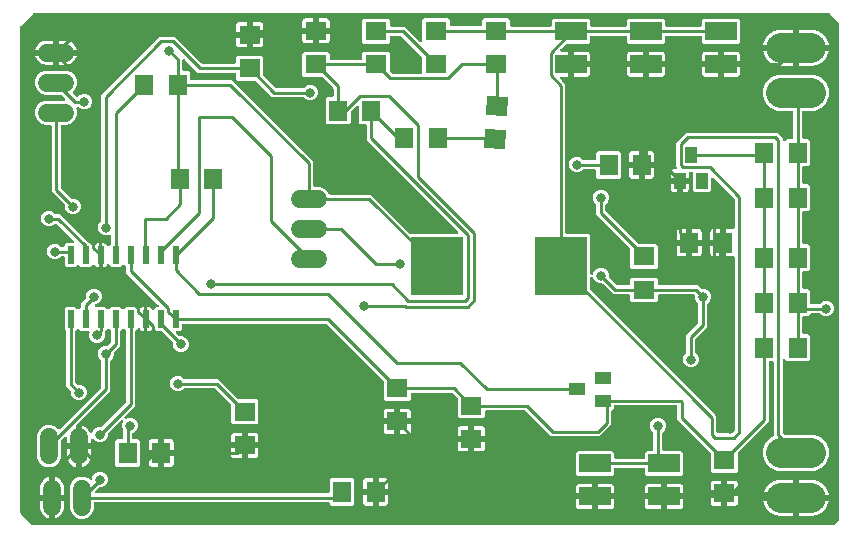
<source format=gbr>
G04 EAGLE Gerber RS-274X export*
G75*
%MOMM*%
%FSLAX34Y34*%
%LPD*%
%INTop Copper*%
%IPPOS*%
%AMOC8*
5,1,8,0,0,1.08239X$1,22.5*%
G01*
%ADD10R,1.800000X1.600000*%
%ADD11R,2.700000X1.600000*%
%ADD12R,1.600000X1.800000*%
%ADD13R,1.400000X1.000000*%
%ADD14R,4.500000X5.000000*%
%ADD15C,1.524000*%
%ADD16R,1.803000X1.600000*%
%ADD17R,1.600000X1.803000*%
%ADD18R,0.532600X1.493000*%
%ADD19C,2.540000*%
%ADD20R,1.000000X1.400000*%
%ADD21C,0.254000*%
%ADD22C,0.812800*%

G36*
X691740Y2045D02*
X691740Y2045D01*
X691839Y2048D01*
X691897Y2065D01*
X691958Y2073D01*
X692050Y2109D01*
X692145Y2137D01*
X692197Y2167D01*
X692253Y2190D01*
X692333Y2248D01*
X692419Y2298D01*
X692494Y2364D01*
X692511Y2376D01*
X692518Y2386D01*
X692539Y2404D01*
X696858Y6723D01*
X696918Y6801D01*
X696986Y6873D01*
X697015Y6926D01*
X697052Y6974D01*
X697092Y7065D01*
X697140Y7151D01*
X697155Y7210D01*
X697179Y7266D01*
X697194Y7364D01*
X697219Y7459D01*
X697225Y7559D01*
X697229Y7580D01*
X697227Y7592D01*
X697229Y7620D01*
X697229Y426720D01*
X697217Y426818D01*
X697214Y426917D01*
X697197Y426975D01*
X697189Y427036D01*
X697153Y427128D01*
X697125Y427223D01*
X697095Y427275D01*
X697072Y427331D01*
X697014Y427411D01*
X696964Y427497D01*
X696898Y427572D01*
X696886Y427589D01*
X696876Y427596D01*
X696858Y427618D01*
X689238Y435238D01*
X689159Y435298D01*
X689087Y435366D01*
X689034Y435395D01*
X688986Y435432D01*
X688895Y435472D01*
X688809Y435520D01*
X688750Y435535D01*
X688694Y435559D01*
X688596Y435574D01*
X688501Y435599D01*
X688401Y435605D01*
X688380Y435609D01*
X688368Y435607D01*
X688340Y435609D01*
X15240Y435609D01*
X15142Y435597D01*
X15043Y435594D01*
X14985Y435577D01*
X14924Y435569D01*
X14832Y435533D01*
X14737Y435505D01*
X14685Y435475D01*
X14629Y435452D01*
X14549Y435394D01*
X14463Y435344D01*
X14388Y435278D01*
X14371Y435266D01*
X14364Y435256D01*
X14343Y435238D01*
X4183Y425078D01*
X4122Y424999D01*
X4054Y424927D01*
X4025Y424874D01*
X3988Y424826D01*
X3948Y424735D01*
X3900Y424649D01*
X3885Y424590D01*
X3861Y424534D01*
X3846Y424436D01*
X3821Y424341D01*
X3815Y424241D01*
X3811Y424220D01*
X3813Y424208D01*
X3811Y424180D01*
X3811Y12700D01*
X3823Y12602D01*
X3826Y12503D01*
X3843Y12445D01*
X3851Y12384D01*
X3887Y12292D01*
X3915Y12197D01*
X3945Y12145D01*
X3968Y12089D01*
X4026Y12009D01*
X4076Y11923D01*
X4142Y11848D01*
X4154Y11831D01*
X4164Y11824D01*
X4183Y11803D01*
X13581Y2404D01*
X13659Y2344D01*
X13731Y2276D01*
X13784Y2247D01*
X13832Y2210D01*
X13923Y2170D01*
X14009Y2122D01*
X14068Y2107D01*
X14124Y2083D01*
X14222Y2068D01*
X14317Y2043D01*
X14417Y2037D01*
X14438Y2033D01*
X14450Y2035D01*
X14478Y2033D01*
X691642Y2033D01*
X691740Y2045D01*
G37*
%LPC*%
G36*
X589548Y46559D02*
X589548Y46559D01*
X588059Y48048D01*
X588059Y62726D01*
X588047Y62824D01*
X588044Y62923D01*
X588027Y62981D01*
X588019Y63041D01*
X587983Y63133D01*
X587955Y63229D01*
X587925Y63281D01*
X587902Y63337D01*
X587844Y63417D01*
X587794Y63502D01*
X587728Y63578D01*
X587716Y63594D01*
X587706Y63602D01*
X587688Y63623D01*
X562673Y88638D01*
X560069Y91242D01*
X560069Y102420D01*
X560054Y102538D01*
X560047Y102657D01*
X560034Y102695D01*
X560029Y102736D01*
X559986Y102846D01*
X559949Y102959D01*
X559927Y102994D01*
X559912Y103031D01*
X559843Y103127D01*
X559779Y103228D01*
X559749Y103256D01*
X559726Y103289D01*
X559634Y103365D01*
X559547Y103446D01*
X559512Y103466D01*
X559481Y103491D01*
X559373Y103542D01*
X559269Y103600D01*
X559229Y103610D01*
X559193Y103627D01*
X559076Y103649D01*
X558961Y103679D01*
X558901Y103683D01*
X558881Y103687D01*
X558860Y103685D01*
X558800Y103689D01*
X507510Y103689D01*
X507392Y103674D01*
X507273Y103667D01*
X507235Y103654D01*
X507194Y103649D01*
X507084Y103606D01*
X506971Y103569D01*
X506936Y103547D01*
X506899Y103532D01*
X506803Y103463D01*
X506702Y103399D01*
X506674Y103369D01*
X506641Y103346D01*
X506565Y103254D01*
X506484Y103167D01*
X506464Y103132D01*
X506439Y103101D01*
X506388Y102993D01*
X506330Y102889D01*
X506320Y102849D01*
X506303Y102813D01*
X506281Y102696D01*
X506251Y102581D01*
X506247Y102521D01*
X506243Y102501D01*
X506245Y102480D01*
X506241Y102420D01*
X506241Y101448D01*
X504562Y99769D01*
X504502Y99691D01*
X504434Y99619D01*
X504405Y99566D01*
X504368Y99518D01*
X504328Y99427D01*
X504280Y99340D01*
X504265Y99282D01*
X504241Y99226D01*
X504226Y99128D01*
X504201Y99033D01*
X504195Y98932D01*
X504191Y98912D01*
X504193Y98900D01*
X504191Y98872D01*
X504191Y87322D01*
X494338Y77469D01*
X453082Y77469D01*
X431433Y99118D01*
X431355Y99178D01*
X431283Y99246D01*
X431230Y99275D01*
X431182Y99312D01*
X431091Y99352D01*
X431004Y99400D01*
X430946Y99415D01*
X430890Y99439D01*
X430792Y99454D01*
X430696Y99479D01*
X430596Y99485D01*
X430576Y99489D01*
X430564Y99487D01*
X430536Y99489D01*
X398410Y99489D01*
X398292Y99474D01*
X398173Y99467D01*
X398135Y99454D01*
X398094Y99449D01*
X397984Y99406D01*
X397871Y99369D01*
X397836Y99347D01*
X397799Y99332D01*
X397703Y99263D01*
X397602Y99199D01*
X397574Y99169D01*
X397541Y99146D01*
X397465Y99054D01*
X397384Y98967D01*
X397364Y98932D01*
X397339Y98901D01*
X397288Y98793D01*
X397230Y98689D01*
X397220Y98649D01*
X397203Y98613D01*
X397181Y98496D01*
X397151Y98381D01*
X397147Y98321D01*
X397143Y98301D01*
X397145Y98280D01*
X397141Y98220D01*
X397141Y94248D01*
X395652Y92759D01*
X375548Y92759D01*
X374059Y94248D01*
X374059Y108926D01*
X374047Y109024D01*
X374044Y109123D01*
X374027Y109181D01*
X374019Y109241D01*
X373983Y109333D01*
X373955Y109429D01*
X373925Y109481D01*
X373902Y109537D01*
X373844Y109617D01*
X373794Y109702D01*
X373728Y109778D01*
X373716Y109794D01*
X373706Y109802D01*
X373688Y109823D01*
X369793Y113718D01*
X369715Y113778D01*
X369643Y113846D01*
X369590Y113875D01*
X369542Y113912D01*
X369451Y113952D01*
X369364Y114000D01*
X369306Y114015D01*
X369250Y114039D01*
X369152Y114054D01*
X369056Y114079D01*
X368956Y114085D01*
X368936Y114089D01*
X368924Y114087D01*
X368896Y114089D01*
X335610Y114089D01*
X335492Y114074D01*
X335373Y114067D01*
X335335Y114054D01*
X335294Y114049D01*
X335184Y114006D01*
X335071Y113969D01*
X335036Y113947D01*
X334999Y113932D01*
X334903Y113863D01*
X334802Y113799D01*
X334774Y113769D01*
X334741Y113746D01*
X334665Y113654D01*
X334584Y113567D01*
X334564Y113532D01*
X334539Y113501D01*
X334488Y113393D01*
X334430Y113289D01*
X334420Y113249D01*
X334403Y113213D01*
X334381Y113096D01*
X334351Y112981D01*
X334347Y112921D01*
X334343Y112901D01*
X334345Y112880D01*
X334341Y112820D01*
X334341Y108848D01*
X332852Y107359D01*
X312748Y107359D01*
X311259Y108848D01*
X311259Y123526D01*
X311247Y123624D01*
X311244Y123723D01*
X311227Y123781D01*
X311219Y123841D01*
X311183Y123933D01*
X311155Y124029D01*
X311125Y124081D01*
X311102Y124137D01*
X311044Y124217D01*
X310994Y124302D01*
X310928Y124378D01*
X310916Y124394D01*
X310906Y124402D01*
X310888Y124423D01*
X262916Y172395D01*
X262838Y172455D01*
X262766Y172523D01*
X262713Y172552D01*
X262665Y172589D01*
X262574Y172629D01*
X262487Y172677D01*
X262429Y172692D01*
X262373Y172716D01*
X262275Y172731D01*
X262179Y172756D01*
X262079Y172762D01*
X262059Y172766D01*
X262047Y172765D01*
X262019Y172766D01*
X141823Y172766D01*
X141705Y172751D01*
X141586Y172744D01*
X141548Y172732D01*
X141507Y172726D01*
X141397Y172683D01*
X141284Y172646D01*
X141249Y172624D01*
X141212Y172609D01*
X141116Y172540D01*
X141015Y172476D01*
X140987Y172446D01*
X140954Y172423D01*
X140878Y172331D01*
X140797Y172244D01*
X140777Y172209D01*
X140752Y172178D01*
X140701Y172070D01*
X140643Y171966D01*
X140633Y171926D01*
X140616Y171890D01*
X140594Y171773D01*
X140564Y171658D01*
X140560Y171598D01*
X140556Y171578D01*
X140558Y171557D01*
X140554Y171497D01*
X140554Y168060D01*
X139065Y166571D01*
X136776Y166571D01*
X136639Y166554D01*
X136500Y166541D01*
X136481Y166534D01*
X136461Y166531D01*
X136332Y166480D01*
X136200Y166433D01*
X136184Y166422D01*
X136165Y166414D01*
X136052Y166333D01*
X135937Y166255D01*
X135924Y166239D01*
X135908Y166228D01*
X135819Y166120D01*
X135727Y166016D01*
X135718Y165998D01*
X135705Y165983D01*
X135645Y165857D01*
X135582Y165733D01*
X135578Y165713D01*
X135569Y165695D01*
X135543Y165559D01*
X135513Y165423D01*
X135513Y165402D01*
X135509Y165383D01*
X135518Y165244D01*
X135522Y165105D01*
X135528Y165085D01*
X135529Y165065D01*
X135572Y164933D01*
X135611Y164799D01*
X135621Y164782D01*
X135627Y164763D01*
X135702Y164645D01*
X135772Y164525D01*
X135791Y164504D01*
X135797Y164494D01*
X135812Y164480D01*
X135879Y164405D01*
X138113Y162170D01*
X138191Y162110D01*
X138263Y162042D01*
X138316Y162013D01*
X138364Y161976D01*
X138455Y161936D01*
X138542Y161888D01*
X138600Y161873D01*
X138656Y161849D01*
X138754Y161834D01*
X138850Y161809D01*
X138950Y161803D01*
X138970Y161799D01*
X138982Y161801D01*
X139010Y161799D01*
X141014Y161799D01*
X143441Y160793D01*
X145299Y158935D01*
X146305Y156508D01*
X146305Y153880D01*
X145299Y151453D01*
X143441Y149595D01*
X141014Y148589D01*
X138386Y148589D01*
X135959Y149595D01*
X134101Y151453D01*
X133095Y153880D01*
X133095Y155884D01*
X133083Y155982D01*
X133080Y156081D01*
X133063Y156139D01*
X133055Y156199D01*
X133019Y156291D01*
X132991Y156387D01*
X132961Y156439D01*
X132938Y156495D01*
X132880Y156575D01*
X132830Y156660D01*
X132764Y156736D01*
X132752Y156752D01*
X132742Y156760D01*
X132724Y156781D01*
X123305Y166200D01*
X123227Y166260D01*
X123155Y166328D01*
X123102Y166357D01*
X123054Y166394D01*
X122963Y166434D01*
X122876Y166482D01*
X122818Y166497D01*
X122762Y166521D01*
X122664Y166536D01*
X122568Y166561D01*
X122468Y166567D01*
X122448Y166571D01*
X122436Y166570D01*
X122408Y166571D01*
X118935Y166571D01*
X117347Y168159D01*
X117296Y168292D01*
X117292Y168298D01*
X117289Y168304D01*
X117200Y168427D01*
X117111Y168552D01*
X117106Y168556D01*
X117103Y168561D01*
X116985Y168659D01*
X116868Y168757D01*
X116863Y168760D01*
X116858Y168764D01*
X116720Y168829D01*
X116582Y168895D01*
X116576Y168897D01*
X116570Y168899D01*
X116421Y168928D01*
X116270Y168958D01*
X116264Y168958D01*
X116258Y168959D01*
X116107Y168950D01*
X115953Y168942D01*
X115947Y168940D01*
X115940Y168940D01*
X115797Y168893D01*
X115649Y168847D01*
X115644Y168843D01*
X115638Y168841D01*
X115509Y168760D01*
X115379Y168680D01*
X115375Y168675D01*
X115369Y168671D01*
X115263Y168559D01*
X115159Y168450D01*
X115155Y168444D01*
X115151Y168440D01*
X115077Y168306D01*
X115002Y168173D01*
X114999Y168165D01*
X114997Y168161D01*
X114997Y168160D01*
X114646Y167552D01*
X114173Y167079D01*
X113594Y166744D01*
X112947Y166571D01*
X111281Y166571D01*
X111281Y176515D01*
X111276Y176549D01*
X111278Y176558D01*
X111277Y176579D01*
X111281Y176639D01*
X111281Y186583D01*
X112947Y186583D01*
X113594Y186410D01*
X114173Y186075D01*
X114646Y185602D01*
X115031Y184936D01*
X115065Y184850D01*
X115068Y184845D01*
X115071Y184839D01*
X115163Y184714D01*
X115251Y184593D01*
X115257Y184589D01*
X115260Y184584D01*
X115378Y184488D01*
X115496Y184390D01*
X115502Y184387D01*
X115507Y184383D01*
X115647Y184319D01*
X115784Y184255D01*
X115791Y184253D01*
X115797Y184251D01*
X115947Y184223D01*
X116097Y184195D01*
X116103Y184195D01*
X116109Y184194D01*
X116262Y184205D01*
X116414Y184215D01*
X116420Y184217D01*
X116427Y184217D01*
X116572Y184266D01*
X116716Y184313D01*
X116722Y184316D01*
X116728Y184318D01*
X116856Y184401D01*
X116985Y184483D01*
X116990Y184488D01*
X116995Y184491D01*
X117098Y184602D01*
X117203Y184714D01*
X117206Y184720D01*
X117211Y184725D01*
X117283Y184860D01*
X117357Y184993D01*
X117358Y184999D01*
X117361Y185005D01*
X117363Y185011D01*
X118935Y186583D01*
X119707Y186583D01*
X119845Y186600D01*
X119983Y186613D01*
X120002Y186620D01*
X120022Y186623D01*
X120152Y186674D01*
X120283Y186721D01*
X120299Y186732D01*
X120318Y186740D01*
X120430Y186821D01*
X120546Y186899D01*
X120559Y186915D01*
X120576Y186926D01*
X120664Y187034D01*
X120756Y187138D01*
X120765Y187156D01*
X120778Y187171D01*
X120837Y187297D01*
X120901Y187421D01*
X120905Y187441D01*
X120914Y187459D01*
X120940Y187595D01*
X120970Y187731D01*
X120970Y187752D01*
X120974Y187772D01*
X120965Y187910D01*
X120961Y188049D01*
X120955Y188069D01*
X120954Y188089D01*
X120911Y188221D01*
X120872Y188355D01*
X120862Y188372D01*
X120856Y188391D01*
X120782Y188509D01*
X120711Y188629D01*
X120692Y188650D01*
X120686Y188660D01*
X120671Y188674D01*
X120604Y188750D01*
X93439Y215915D01*
X93439Y220187D01*
X93427Y220285D01*
X93424Y220384D01*
X93407Y220442D01*
X93399Y220502D01*
X93363Y220594D01*
X93335Y220690D01*
X93305Y220742D01*
X93282Y220798D01*
X93224Y220878D01*
X93174Y220963D01*
X93108Y221039D01*
X93096Y221055D01*
X93086Y221063D01*
X93068Y221084D01*
X91798Y222354D01*
X91704Y222427D01*
X91614Y222506D01*
X91578Y222525D01*
X91546Y222549D01*
X91437Y222596D01*
X91331Y222651D01*
X91292Y222660D01*
X91254Y222676D01*
X91137Y222694D01*
X91021Y222720D01*
X90980Y222719D01*
X90940Y222725D01*
X90822Y222714D01*
X90703Y222711D01*
X90664Y222699D01*
X90624Y222696D01*
X90511Y222655D01*
X90397Y222622D01*
X90363Y222602D01*
X90324Y222588D01*
X90226Y222521D01*
X90123Y222461D01*
X90078Y222421D01*
X90061Y222409D01*
X90048Y222394D01*
X90003Y222354D01*
X88265Y220617D01*
X80835Y220617D01*
X79247Y222205D01*
X79196Y222338D01*
X79192Y222344D01*
X79189Y222350D01*
X79100Y222473D01*
X79011Y222598D01*
X79006Y222602D01*
X79003Y222607D01*
X78885Y222704D01*
X78768Y222803D01*
X78763Y222806D01*
X78758Y222810D01*
X78620Y222875D01*
X78482Y222941D01*
X78476Y222943D01*
X78470Y222945D01*
X78321Y222974D01*
X78170Y223004D01*
X78164Y223004D01*
X78158Y223005D01*
X78007Y222996D01*
X77853Y222988D01*
X77847Y222986D01*
X77840Y222985D01*
X77697Y222939D01*
X77549Y222893D01*
X77544Y222889D01*
X77538Y222887D01*
X77409Y222806D01*
X77279Y222725D01*
X77275Y222721D01*
X77269Y222717D01*
X77163Y222605D01*
X77059Y222496D01*
X77055Y222490D01*
X77051Y222486D01*
X76977Y222352D01*
X76902Y222219D01*
X76899Y222211D01*
X76897Y222207D01*
X76897Y222206D01*
X76546Y221598D01*
X76073Y221125D01*
X75494Y220790D01*
X74847Y220617D01*
X73181Y220617D01*
X73181Y230561D01*
X73176Y230595D01*
X73178Y230604D01*
X73177Y230624D01*
X73181Y230685D01*
X73181Y240629D01*
X74847Y240629D01*
X75494Y240456D01*
X76073Y240121D01*
X76546Y239648D01*
X76931Y238982D01*
X76965Y238896D01*
X76969Y238891D01*
X76971Y238885D01*
X77062Y238762D01*
X77151Y238639D01*
X77157Y238635D01*
X77161Y238629D01*
X77279Y238533D01*
X77396Y238436D01*
X77402Y238433D01*
X77408Y238429D01*
X77547Y238365D01*
X77684Y238301D01*
X77691Y238299D01*
X77697Y238297D01*
X77849Y238269D01*
X77997Y238241D01*
X78003Y238241D01*
X78010Y238240D01*
X78162Y238251D01*
X78314Y238261D01*
X78320Y238263D01*
X78327Y238263D01*
X78471Y238311D01*
X78616Y238359D01*
X78622Y238362D01*
X78628Y238364D01*
X78756Y238447D01*
X78885Y238529D01*
X78890Y238534D01*
X78895Y238537D01*
X78998Y238649D01*
X79103Y238760D01*
X79106Y238766D01*
X79111Y238771D01*
X79183Y238905D01*
X79257Y239039D01*
X79258Y239045D01*
X79261Y239051D01*
X79263Y239057D01*
X80368Y240162D01*
X80428Y240240D01*
X80496Y240312D01*
X80525Y240365D01*
X80562Y240413D01*
X80602Y240504D01*
X80650Y240591D01*
X80665Y240649D01*
X80689Y240705D01*
X80704Y240803D01*
X80729Y240898D01*
X80735Y240998D01*
X80739Y241019D01*
X80737Y241031D01*
X80739Y241059D01*
X80739Y246832D01*
X80733Y246881D01*
X80735Y246931D01*
X80713Y247038D01*
X80699Y247147D01*
X80681Y247194D01*
X80671Y247242D01*
X80623Y247341D01*
X80582Y247443D01*
X80553Y247483D01*
X80531Y247528D01*
X80460Y247611D01*
X80396Y247700D01*
X80357Y247732D01*
X80325Y247770D01*
X80235Y247833D01*
X80151Y247903D01*
X80106Y247924D01*
X80065Y247953D01*
X79962Y247992D01*
X79863Y248039D01*
X79814Y248048D01*
X79768Y248066D01*
X79658Y248078D01*
X79551Y248098D01*
X79501Y248095D01*
X79452Y248101D01*
X79343Y248086D01*
X79233Y248079D01*
X79186Y248063D01*
X79137Y248056D01*
X78984Y248004D01*
X77514Y247395D01*
X74886Y247395D01*
X72459Y248401D01*
X70601Y250259D01*
X69595Y252686D01*
X69595Y255314D01*
X70601Y257741D01*
X72018Y259158D01*
X72078Y259236D01*
X72146Y259308D01*
X72175Y259361D01*
X72212Y259409D01*
X72252Y259500D01*
X72300Y259587D01*
X72315Y259645D01*
X72339Y259701D01*
X72354Y259799D01*
X72379Y259895D01*
X72385Y259995D01*
X72389Y260015D01*
X72387Y260028D01*
X72389Y260056D01*
X72389Y366402D01*
X121532Y415545D01*
X134380Y415545D01*
X156742Y393182D01*
X156821Y393122D01*
X156893Y393054D01*
X156946Y393025D01*
X156994Y392988D01*
X157085Y392948D01*
X157171Y392900D01*
X157230Y392885D01*
X157285Y392861D01*
X157383Y392846D01*
X157479Y392821D01*
X157579Y392815D01*
X157599Y392811D01*
X157612Y392813D01*
X157640Y392811D01*
X184975Y392811D01*
X185093Y392826D01*
X185212Y392833D01*
X185250Y392846D01*
X185291Y392851D01*
X185401Y392894D01*
X185514Y392931D01*
X185549Y392953D01*
X185586Y392968D01*
X185682Y393037D01*
X185783Y393101D01*
X185811Y393131D01*
X185844Y393154D01*
X185920Y393246D01*
X186001Y393333D01*
X186021Y393368D01*
X186046Y393399D01*
X186097Y393507D01*
X186155Y393611D01*
X186165Y393651D01*
X186182Y393687D01*
X186204Y393804D01*
X186234Y393919D01*
X186238Y393979D01*
X186242Y393999D01*
X186240Y394020D01*
X186244Y394080D01*
X186244Y398052D01*
X187733Y399541D01*
X207867Y399541D01*
X209356Y398052D01*
X209356Y383359D01*
X209368Y383261D01*
X209371Y383162D01*
X209388Y383104D01*
X209396Y383044D01*
X209432Y382952D01*
X209460Y382856D01*
X209490Y382804D01*
X209513Y382748D01*
X209571Y382668D01*
X209621Y382583D01*
X209687Y382507D01*
X209699Y382491D01*
X209709Y382483D01*
X209727Y382462D01*
X219707Y372482D01*
X219785Y372422D01*
X219857Y372354D01*
X219910Y372325D01*
X219958Y372288D01*
X220049Y372248D01*
X220136Y372200D01*
X220194Y372185D01*
X220250Y372161D01*
X220348Y372146D01*
X220444Y372121D01*
X220544Y372115D01*
X220564Y372111D01*
X220576Y372113D01*
X220604Y372111D01*
X242864Y372111D01*
X242963Y372123D01*
X243062Y372126D01*
X243120Y372143D01*
X243180Y372151D01*
X243272Y372187D01*
X243367Y372215D01*
X243419Y372245D01*
X243476Y372268D01*
X243556Y372326D01*
X243641Y372376D01*
X243717Y372442D01*
X243733Y372454D01*
X243741Y372464D01*
X243762Y372482D01*
X245179Y373899D01*
X247606Y374905D01*
X250234Y374905D01*
X252661Y373899D01*
X254519Y372041D01*
X255525Y369614D01*
X255525Y366986D01*
X254519Y364559D01*
X252661Y362701D01*
X250234Y361695D01*
X247606Y361695D01*
X245179Y362701D01*
X243762Y364118D01*
X243684Y364178D01*
X243612Y364246D01*
X243559Y364275D01*
X243511Y364312D01*
X243420Y364352D01*
X243333Y364400D01*
X243275Y364415D01*
X243219Y364439D01*
X243121Y364454D01*
X243025Y364479D01*
X242925Y364485D01*
X242905Y364489D01*
X242892Y364487D01*
X242864Y364489D01*
X216922Y364489D01*
X203323Y378088D01*
X203245Y378148D01*
X203173Y378216D01*
X203120Y378245D01*
X203072Y378282D01*
X202981Y378322D01*
X202894Y378370D01*
X202836Y378385D01*
X202780Y378409D01*
X202682Y378424D01*
X202586Y378449D01*
X202486Y378455D01*
X202466Y378459D01*
X202454Y378457D01*
X202426Y378459D01*
X187733Y378459D01*
X186244Y379948D01*
X186244Y383920D01*
X186229Y384038D01*
X186222Y384157D01*
X186209Y384195D01*
X186204Y384236D01*
X186161Y384346D01*
X186124Y384459D01*
X186102Y384494D01*
X186087Y384531D01*
X186018Y384627D01*
X185954Y384728D01*
X185924Y384756D01*
X185901Y384789D01*
X185809Y384865D01*
X185722Y384946D01*
X185687Y384966D01*
X185656Y384991D01*
X185548Y385042D01*
X185444Y385100D01*
X185404Y385110D01*
X185368Y385127D01*
X185251Y385149D01*
X185136Y385179D01*
X185076Y385183D01*
X185056Y385187D01*
X185035Y385185D01*
X184975Y385189D01*
X153957Y385189D01*
X142997Y396149D01*
X142888Y396234D01*
X142781Y396323D01*
X142762Y396331D01*
X142746Y396344D01*
X142618Y396399D01*
X142493Y396458D01*
X142473Y396462D01*
X142454Y396470D01*
X142316Y396492D01*
X142180Y396518D01*
X142160Y396517D01*
X142140Y396520D01*
X142001Y396507D01*
X141863Y396498D01*
X141844Y396492D01*
X141824Y396490D01*
X141692Y396443D01*
X141561Y396400D01*
X141543Y396390D01*
X141524Y396383D01*
X141409Y396305D01*
X141292Y396230D01*
X141278Y396215D01*
X141261Y396204D01*
X141169Y396100D01*
X141074Y395999D01*
X141064Y395981D01*
X141051Y395966D01*
X140987Y395842D01*
X140920Y395720D01*
X140915Y395700D01*
X140906Y395682D01*
X140876Y395547D01*
X140841Y395412D01*
X140839Y395384D01*
X140836Y395372D01*
X140837Y395352D01*
X140831Y395251D01*
X140831Y387625D01*
X140846Y387507D01*
X140853Y387388D01*
X140866Y387350D01*
X140871Y387309D01*
X140914Y387199D01*
X140951Y387086D01*
X140973Y387051D01*
X140988Y387014D01*
X141057Y386918D01*
X141121Y386817D01*
X141151Y386789D01*
X141174Y386756D01*
X141266Y386680D01*
X141353Y386599D01*
X141388Y386579D01*
X141419Y386554D01*
X141527Y386503D01*
X141631Y386445D01*
X141671Y386435D01*
X141707Y386418D01*
X141824Y386396D01*
X141939Y386366D01*
X141999Y386362D01*
X142019Y386358D01*
X142040Y386360D01*
X142100Y386356D01*
X146072Y386356D01*
X147561Y384867D01*
X147561Y379880D01*
X147576Y379762D01*
X147583Y379643D01*
X147596Y379605D01*
X147601Y379564D01*
X147644Y379454D01*
X147681Y379341D01*
X147703Y379306D01*
X147718Y379269D01*
X147787Y379173D01*
X147851Y379072D01*
X147881Y379044D01*
X147904Y379011D01*
X147996Y378935D01*
X148083Y378854D01*
X148118Y378834D01*
X148149Y378809D01*
X148257Y378758D01*
X148361Y378700D01*
X148401Y378690D01*
X148437Y378673D01*
X148554Y378651D01*
X148669Y378621D01*
X148729Y378617D01*
X148749Y378613D01*
X148770Y378615D01*
X148830Y378611D01*
X183038Y378611D01*
X249007Y312642D01*
X251611Y310038D01*
X251611Y289630D01*
X251626Y289512D01*
X251633Y289393D01*
X251646Y289355D01*
X251651Y289314D01*
X251694Y289204D01*
X251731Y289091D01*
X251753Y289056D01*
X251768Y289019D01*
X251837Y288923D01*
X251901Y288822D01*
X251931Y288794D01*
X251954Y288761D01*
X252046Y288685D01*
X252133Y288604D01*
X252168Y288584D01*
X252199Y288559D01*
X252307Y288508D01*
X252411Y288450D01*
X252451Y288440D01*
X252487Y288423D01*
X252604Y288401D01*
X252719Y288371D01*
X252779Y288367D01*
X252799Y288363D01*
X252820Y288365D01*
X252880Y288361D01*
X257441Y288361D01*
X261176Y286814D01*
X264034Y283956D01*
X264515Y282794D01*
X264530Y282769D01*
X264539Y282741D01*
X264608Y282631D01*
X264672Y282518D01*
X264693Y282497D01*
X264709Y282472D01*
X264803Y282383D01*
X264894Y282290D01*
X264919Y282274D01*
X264940Y282254D01*
X265054Y282191D01*
X265165Y282123D01*
X265193Y282115D01*
X265219Y282100D01*
X265344Y282068D01*
X265469Y282030D01*
X265498Y282028D01*
X265527Y282021D01*
X265688Y282011D01*
X300718Y282011D01*
X333757Y248972D01*
X333835Y248912D01*
X333907Y248844D01*
X333960Y248815D01*
X334008Y248778D01*
X334099Y248738D01*
X334186Y248690D01*
X334244Y248675D01*
X334300Y248651D01*
X334398Y248636D01*
X334494Y248611D01*
X334594Y248605D01*
X334614Y248601D01*
X334626Y248603D01*
X334654Y248601D01*
X373174Y248601D01*
X373312Y248618D01*
X373450Y248631D01*
X373469Y248638D01*
X373490Y248641D01*
X373619Y248692D01*
X373750Y248739D01*
X373766Y248750D01*
X373785Y248758D01*
X373898Y248839D01*
X374013Y248917D01*
X374026Y248933D01*
X374043Y248944D01*
X374131Y249052D01*
X374223Y249156D01*
X374232Y249174D01*
X374245Y249189D01*
X374305Y249315D01*
X374368Y249439D01*
X374372Y249459D01*
X374381Y249477D01*
X374407Y249613D01*
X374437Y249749D01*
X374437Y249770D01*
X374441Y249789D01*
X374432Y249928D01*
X374428Y250067D01*
X374422Y250087D01*
X374421Y250107D01*
X374378Y250239D01*
X374339Y250373D01*
X374329Y250390D01*
X374323Y250409D01*
X374249Y250527D01*
X374178Y250647D01*
X374159Y250668D01*
X374153Y250678D01*
X374138Y250692D01*
X374071Y250767D01*
X296889Y327950D01*
X296889Y340090D01*
X296874Y340208D01*
X296867Y340327D01*
X296854Y340365D01*
X296849Y340406D01*
X296806Y340516D01*
X296769Y340629D01*
X296747Y340664D01*
X296732Y340701D01*
X296663Y340797D01*
X296599Y340898D01*
X296569Y340926D01*
X296546Y340959D01*
X296454Y341035D01*
X296367Y341116D01*
X296332Y341136D01*
X296301Y341161D01*
X296193Y341212D01*
X296089Y341270D01*
X296049Y341280D01*
X296013Y341297D01*
X295896Y341319D01*
X295781Y341349D01*
X295721Y341353D01*
X295701Y341357D01*
X295680Y341355D01*
X295620Y341359D01*
X291648Y341359D01*
X290159Y342848D01*
X290159Y356294D01*
X290142Y356432D01*
X290129Y356570D01*
X290122Y356589D01*
X290119Y356610D01*
X290068Y356739D01*
X290021Y356870D01*
X290010Y356886D01*
X290002Y356905D01*
X289921Y357018D01*
X289843Y357133D01*
X289827Y357146D01*
X289816Y357163D01*
X289708Y357251D01*
X289604Y357343D01*
X289586Y357352D01*
X289571Y357365D01*
X289445Y357425D01*
X289321Y357488D01*
X289301Y357492D01*
X289283Y357501D01*
X289147Y357527D01*
X289011Y357557D01*
X288990Y357557D01*
X288971Y357561D01*
X288832Y357552D01*
X288693Y357548D01*
X288673Y357542D01*
X288653Y357541D01*
X288521Y357498D01*
X288387Y357459D01*
X288370Y357449D01*
X288351Y357443D01*
X288233Y357368D01*
X288113Y357298D01*
X288092Y357279D01*
X288082Y357273D01*
X288068Y357258D01*
X287993Y357191D01*
X283612Y352811D01*
X283552Y352733D01*
X283484Y352661D01*
X283455Y352608D01*
X283418Y352560D01*
X283378Y352469D01*
X283330Y352383D01*
X283315Y352324D01*
X283291Y352268D01*
X283276Y352170D01*
X283251Y352075D01*
X283245Y351975D01*
X283241Y351954D01*
X283243Y351942D01*
X283241Y351914D01*
X283241Y342848D01*
X281752Y341359D01*
X263648Y341359D01*
X262159Y342848D01*
X262159Y362952D01*
X263648Y364441D01*
X267620Y364441D01*
X267738Y364456D01*
X267857Y364463D01*
X267895Y364476D01*
X267936Y364481D01*
X268046Y364524D01*
X268159Y364561D01*
X268194Y364583D01*
X268231Y364598D01*
X268327Y364667D01*
X268428Y364731D01*
X268456Y364761D01*
X268489Y364784D01*
X268565Y364876D01*
X268646Y364963D01*
X268666Y364998D01*
X268691Y365029D01*
X268742Y365137D01*
X268800Y365241D01*
X268810Y365281D01*
X268827Y365317D01*
X268849Y365434D01*
X268879Y365549D01*
X268883Y365609D01*
X268887Y365629D01*
X268885Y365650D01*
X268889Y365710D01*
X268889Y371376D01*
X268877Y371474D01*
X268874Y371573D01*
X268857Y371631D01*
X268849Y371691D01*
X268813Y371783D01*
X268785Y371879D01*
X268762Y371918D01*
X268760Y371924D01*
X268753Y371936D01*
X268732Y371987D01*
X268674Y372067D01*
X268624Y372152D01*
X268594Y372186D01*
X268590Y372193D01*
X268581Y372201D01*
X268558Y372228D01*
X268546Y372244D01*
X268536Y372252D01*
X268518Y372273D01*
X259523Y381268D01*
X259445Y381328D01*
X259373Y381396D01*
X259320Y381425D01*
X259272Y381462D01*
X259181Y381502D01*
X259094Y381550D01*
X259036Y381565D01*
X258980Y381589D01*
X258882Y381604D01*
X258786Y381629D01*
X258686Y381635D01*
X258666Y381639D01*
X258654Y381637D01*
X258626Y381639D01*
X243933Y381639D01*
X242444Y383128D01*
X242444Y401232D01*
X243933Y402721D01*
X264067Y402721D01*
X265556Y401232D01*
X265556Y397260D01*
X265571Y397142D01*
X265578Y397023D01*
X265591Y396985D01*
X265596Y396944D01*
X265639Y396834D01*
X265676Y396721D01*
X265698Y396686D01*
X265713Y396649D01*
X265782Y396553D01*
X265846Y396452D01*
X265876Y396424D01*
X265899Y396391D01*
X265991Y396315D01*
X266078Y396234D01*
X266113Y396214D01*
X266144Y396189D01*
X266252Y396138D01*
X266356Y396080D01*
X266396Y396070D01*
X266432Y396053D01*
X266549Y396031D01*
X266664Y396001D01*
X266724Y395997D01*
X266744Y395993D01*
X266765Y395995D01*
X266825Y395991D01*
X291990Y395991D01*
X292108Y396006D01*
X292227Y396013D01*
X292265Y396026D01*
X292306Y396031D01*
X292416Y396074D01*
X292529Y396111D01*
X292564Y396133D01*
X292601Y396148D01*
X292697Y396217D01*
X292798Y396281D01*
X292826Y396311D01*
X292859Y396334D01*
X292935Y396426D01*
X293016Y396513D01*
X293036Y396548D01*
X293061Y396579D01*
X293112Y396687D01*
X293170Y396791D01*
X293180Y396831D01*
X293197Y396867D01*
X293219Y396984D01*
X293249Y397099D01*
X293253Y397159D01*
X293257Y397179D01*
X293255Y397200D01*
X293259Y397260D01*
X293259Y401452D01*
X294748Y402941D01*
X314852Y402941D01*
X316341Y401452D01*
X316341Y386774D01*
X316353Y386676D01*
X316356Y386577D01*
X316373Y386519D01*
X316381Y386459D01*
X316417Y386367D01*
X316445Y386271D01*
X316475Y386219D01*
X316498Y386163D01*
X316556Y386083D01*
X316606Y385998D01*
X316672Y385922D01*
X316684Y385906D01*
X316694Y385898D01*
X316712Y385877D01*
X318037Y384552D01*
X318115Y384492D01*
X318187Y384424D01*
X318240Y384395D01*
X318288Y384358D01*
X318379Y384318D01*
X318466Y384270D01*
X318524Y384255D01*
X318580Y384231D01*
X318678Y384216D01*
X318774Y384191D01*
X318874Y384185D01*
X318894Y384181D01*
X318906Y384183D01*
X318934Y384181D01*
X342775Y384181D01*
X342893Y384196D01*
X343012Y384203D01*
X343050Y384216D01*
X343091Y384221D01*
X343201Y384264D01*
X343314Y384301D01*
X343349Y384323D01*
X343386Y384338D01*
X343482Y384407D01*
X343583Y384471D01*
X343611Y384501D01*
X343644Y384524D01*
X343720Y384616D01*
X343801Y384703D01*
X343821Y384738D01*
X343846Y384769D01*
X343897Y384877D01*
X343955Y384981D01*
X343965Y385021D01*
X343982Y385057D01*
X344004Y385174D01*
X344034Y385289D01*
X344038Y385349D01*
X344042Y385369D01*
X344040Y385390D01*
X344044Y385450D01*
X344044Y397821D01*
X344032Y397919D01*
X344029Y398018D01*
X344012Y398076D01*
X344004Y398136D01*
X343968Y398228D01*
X343940Y398324D01*
X343910Y398376D01*
X343887Y398432D01*
X343829Y398512D01*
X343779Y398597D01*
X343713Y398673D01*
X343701Y398689D01*
X343691Y398697D01*
X343673Y398718D01*
X326173Y416218D01*
X326095Y416278D01*
X326023Y416346D01*
X325970Y416375D01*
X325922Y416412D01*
X325831Y416452D01*
X325744Y416500D01*
X325686Y416515D01*
X325630Y416539D01*
X325532Y416554D01*
X325436Y416579D01*
X325336Y416585D01*
X325316Y416589D01*
X325304Y416587D01*
X325276Y416589D01*
X317610Y416589D01*
X317492Y416574D01*
X317373Y416567D01*
X317335Y416554D01*
X317294Y416549D01*
X317184Y416506D01*
X317071Y416469D01*
X317036Y416447D01*
X316999Y416432D01*
X316903Y416363D01*
X316802Y416299D01*
X316774Y416269D01*
X316741Y416246D01*
X316665Y416154D01*
X316584Y416067D01*
X316564Y416032D01*
X316539Y416001D01*
X316488Y415893D01*
X316430Y415789D01*
X316420Y415749D01*
X316403Y415713D01*
X316381Y415596D01*
X316351Y415481D01*
X316347Y415421D01*
X316343Y415401D01*
X316345Y415380D01*
X316341Y415320D01*
X316341Y411348D01*
X314852Y409859D01*
X294748Y409859D01*
X293259Y411348D01*
X293259Y429452D01*
X294748Y430941D01*
X314852Y430941D01*
X316341Y429452D01*
X316341Y425480D01*
X316356Y425362D01*
X316363Y425243D01*
X316376Y425205D01*
X316381Y425164D01*
X316424Y425054D01*
X316461Y424941D01*
X316483Y424906D01*
X316498Y424869D01*
X316567Y424773D01*
X316631Y424672D01*
X316661Y424644D01*
X316684Y424611D01*
X316776Y424535D01*
X316863Y424454D01*
X316898Y424434D01*
X316929Y424409D01*
X317037Y424358D01*
X317141Y424300D01*
X317181Y424290D01*
X317217Y424273D01*
X317334Y424251D01*
X317449Y424221D01*
X317509Y424217D01*
X317529Y424213D01*
X317550Y424215D01*
X317610Y424211D01*
X328958Y424211D01*
X341878Y411292D01*
X341987Y411206D01*
X342094Y411118D01*
X342113Y411109D01*
X342129Y411097D01*
X342257Y411041D01*
X342382Y410982D01*
X342402Y410978D01*
X342421Y410970D01*
X342559Y410948D01*
X342695Y410922D01*
X342715Y410924D01*
X342735Y410921D01*
X342874Y410934D01*
X343012Y410942D01*
X343031Y410948D01*
X343051Y410950D01*
X343183Y410998D01*
X343314Y411040D01*
X343332Y411051D01*
X343351Y411058D01*
X343466Y411136D01*
X343583Y411210D01*
X343597Y411225D01*
X343614Y411237D01*
X343706Y411341D01*
X343801Y411442D01*
X343811Y411460D01*
X343824Y411475D01*
X343888Y411599D01*
X343955Y411721D01*
X343960Y411740D01*
X343969Y411758D01*
X343999Y411894D01*
X344034Y412028D01*
X344036Y412057D01*
X344039Y412068D01*
X344038Y412089D01*
X344044Y412189D01*
X344044Y429672D01*
X345533Y431161D01*
X365667Y431161D01*
X367156Y429672D01*
X367156Y425700D01*
X367171Y425582D01*
X367178Y425463D01*
X367191Y425425D01*
X367196Y425384D01*
X367239Y425274D01*
X367276Y425161D01*
X367298Y425126D01*
X367313Y425089D01*
X367382Y424993D01*
X367446Y424892D01*
X367476Y424864D01*
X367499Y424831D01*
X367591Y424755D01*
X367678Y424674D01*
X367713Y424654D01*
X367744Y424629D01*
X367852Y424578D01*
X367956Y424520D01*
X367996Y424510D01*
X368032Y424493D01*
X368149Y424471D01*
X368264Y424441D01*
X368324Y424437D01*
X368344Y424433D01*
X368365Y424435D01*
X368425Y424431D01*
X393575Y424431D01*
X393693Y424446D01*
X393812Y424453D01*
X393850Y424466D01*
X393891Y424471D01*
X394001Y424514D01*
X394114Y424551D01*
X394149Y424573D01*
X394186Y424588D01*
X394282Y424657D01*
X394383Y424721D01*
X394411Y424751D01*
X394444Y424774D01*
X394520Y424866D01*
X394601Y424953D01*
X394621Y424988D01*
X394646Y425019D01*
X394697Y425127D01*
X394755Y425231D01*
X394765Y425271D01*
X394782Y425307D01*
X394804Y425424D01*
X394834Y425539D01*
X394838Y425599D01*
X394842Y425619D01*
X394840Y425640D01*
X394844Y425700D01*
X394844Y429672D01*
X396333Y431161D01*
X416467Y431161D01*
X417956Y429672D01*
X417956Y425480D01*
X417971Y425362D01*
X417978Y425243D01*
X417991Y425205D01*
X417996Y425164D01*
X418039Y425054D01*
X418076Y424941D01*
X418098Y424906D01*
X418113Y424869D01*
X418182Y424773D01*
X418246Y424672D01*
X418276Y424644D01*
X418299Y424611D01*
X418391Y424535D01*
X418478Y424454D01*
X418513Y424434D01*
X418544Y424409D01*
X418652Y424358D01*
X418756Y424300D01*
X418796Y424290D01*
X418832Y424273D01*
X418949Y424251D01*
X419064Y424221D01*
X419124Y424217D01*
X419144Y424213D01*
X419165Y424215D01*
X419225Y424211D01*
X452590Y424211D01*
X452708Y424226D01*
X452827Y424233D01*
X452865Y424246D01*
X452906Y424251D01*
X453016Y424294D01*
X453129Y424331D01*
X453164Y424353D01*
X453201Y424368D01*
X453297Y424437D01*
X453398Y424501D01*
X453426Y424531D01*
X453459Y424554D01*
X453535Y424646D01*
X453616Y424733D01*
X453636Y424768D01*
X453661Y424799D01*
X453712Y424907D01*
X453770Y425011D01*
X453780Y425051D01*
X453797Y425087D01*
X453819Y425204D01*
X453849Y425319D01*
X453853Y425379D01*
X453857Y425399D01*
X453855Y425420D01*
X453859Y425480D01*
X453859Y429452D01*
X455348Y430941D01*
X484452Y430941D01*
X485941Y429452D01*
X485941Y425480D01*
X485956Y425362D01*
X485963Y425243D01*
X485976Y425205D01*
X485981Y425164D01*
X486024Y425054D01*
X486061Y424941D01*
X486083Y424906D01*
X486098Y424869D01*
X486167Y424773D01*
X486231Y424672D01*
X486261Y424644D01*
X486284Y424611D01*
X486376Y424535D01*
X486463Y424454D01*
X486498Y424434D01*
X486529Y424409D01*
X486637Y424358D01*
X486741Y424300D01*
X486781Y424290D01*
X486817Y424273D01*
X486934Y424251D01*
X487049Y424221D01*
X487109Y424217D01*
X487129Y424213D01*
X487150Y424215D01*
X487210Y424211D01*
X516090Y424211D01*
X516208Y424226D01*
X516327Y424233D01*
X516365Y424246D01*
X516406Y424251D01*
X516516Y424294D01*
X516629Y424331D01*
X516664Y424353D01*
X516701Y424368D01*
X516797Y424437D01*
X516898Y424501D01*
X516926Y424531D01*
X516959Y424554D01*
X517035Y424646D01*
X517116Y424733D01*
X517136Y424768D01*
X517161Y424799D01*
X517212Y424907D01*
X517270Y425011D01*
X517280Y425051D01*
X517297Y425087D01*
X517319Y425204D01*
X517349Y425319D01*
X517353Y425379D01*
X517357Y425399D01*
X517355Y425420D01*
X517359Y425480D01*
X517359Y429452D01*
X518848Y430941D01*
X547952Y430941D01*
X549441Y429452D01*
X549441Y425480D01*
X549456Y425362D01*
X549463Y425243D01*
X549476Y425205D01*
X549481Y425164D01*
X549524Y425054D01*
X549561Y424941D01*
X549583Y424906D01*
X549598Y424869D01*
X549667Y424773D01*
X549731Y424672D01*
X549761Y424644D01*
X549784Y424611D01*
X549876Y424535D01*
X549963Y424454D01*
X549998Y424434D01*
X550029Y424409D01*
X550137Y424358D01*
X550241Y424300D01*
X550281Y424290D01*
X550317Y424273D01*
X550434Y424251D01*
X550549Y424221D01*
X550609Y424217D01*
X550629Y424213D01*
X550650Y424215D01*
X550710Y424211D01*
X579590Y424211D01*
X579708Y424226D01*
X579827Y424233D01*
X579865Y424246D01*
X579906Y424251D01*
X580016Y424294D01*
X580129Y424331D01*
X580164Y424353D01*
X580201Y424368D01*
X580297Y424437D01*
X580398Y424501D01*
X580426Y424531D01*
X580459Y424554D01*
X580535Y424646D01*
X580616Y424733D01*
X580636Y424768D01*
X580661Y424799D01*
X580712Y424907D01*
X580770Y425011D01*
X580780Y425051D01*
X580797Y425087D01*
X580819Y425204D01*
X580849Y425319D01*
X580853Y425379D01*
X580857Y425399D01*
X580855Y425420D01*
X580859Y425480D01*
X580859Y429452D01*
X582348Y430941D01*
X611452Y430941D01*
X612941Y429452D01*
X612941Y411348D01*
X611452Y409859D01*
X582348Y409859D01*
X580859Y411348D01*
X580859Y415320D01*
X580844Y415438D01*
X580837Y415557D01*
X580824Y415595D01*
X580819Y415636D01*
X580776Y415746D01*
X580739Y415859D01*
X580717Y415894D01*
X580702Y415931D01*
X580633Y416027D01*
X580569Y416128D01*
X580539Y416156D01*
X580516Y416189D01*
X580424Y416265D01*
X580337Y416346D01*
X580302Y416366D01*
X580271Y416391D01*
X580163Y416442D01*
X580059Y416500D01*
X580019Y416510D01*
X579983Y416527D01*
X579866Y416549D01*
X579751Y416579D01*
X579691Y416583D01*
X579671Y416587D01*
X579650Y416585D01*
X579590Y416589D01*
X550710Y416589D01*
X550592Y416574D01*
X550473Y416567D01*
X550435Y416554D01*
X550394Y416549D01*
X550284Y416506D01*
X550171Y416469D01*
X550136Y416447D01*
X550099Y416432D01*
X550003Y416363D01*
X549902Y416299D01*
X549874Y416269D01*
X549841Y416246D01*
X549765Y416154D01*
X549684Y416067D01*
X549664Y416032D01*
X549639Y416001D01*
X549588Y415893D01*
X549530Y415789D01*
X549520Y415749D01*
X549503Y415713D01*
X549481Y415596D01*
X549451Y415481D01*
X549447Y415421D01*
X549443Y415401D01*
X549445Y415380D01*
X549441Y415320D01*
X549441Y411348D01*
X547952Y409859D01*
X518848Y409859D01*
X517359Y411348D01*
X517359Y415320D01*
X517344Y415438D01*
X517337Y415557D01*
X517324Y415595D01*
X517319Y415636D01*
X517276Y415746D01*
X517239Y415859D01*
X517217Y415894D01*
X517202Y415931D01*
X517133Y416027D01*
X517069Y416128D01*
X517039Y416156D01*
X517016Y416189D01*
X516924Y416265D01*
X516837Y416346D01*
X516802Y416366D01*
X516771Y416391D01*
X516663Y416442D01*
X516559Y416500D01*
X516519Y416510D01*
X516483Y416527D01*
X516366Y416549D01*
X516251Y416579D01*
X516191Y416583D01*
X516171Y416587D01*
X516150Y416585D01*
X516090Y416589D01*
X487210Y416589D01*
X487092Y416574D01*
X486973Y416567D01*
X486935Y416554D01*
X486894Y416549D01*
X486784Y416506D01*
X486671Y416469D01*
X486636Y416447D01*
X486599Y416432D01*
X486503Y416363D01*
X486402Y416299D01*
X486374Y416269D01*
X486341Y416246D01*
X486265Y416154D01*
X486184Y416067D01*
X486164Y416032D01*
X486139Y416001D01*
X486088Y415893D01*
X486030Y415789D01*
X486020Y415749D01*
X486003Y415713D01*
X485981Y415596D01*
X485951Y415481D01*
X485947Y415421D01*
X485943Y415401D01*
X485945Y415380D01*
X485941Y415320D01*
X485941Y411348D01*
X484452Y409859D01*
X466386Y409859D01*
X466288Y409847D01*
X466189Y409844D01*
X466131Y409827D01*
X466071Y409819D01*
X465978Y409783D01*
X465883Y409755D01*
X465831Y409725D01*
X465775Y409702D01*
X465695Y409644D01*
X465609Y409594D01*
X465534Y409528D01*
X465518Y409516D01*
X465510Y409506D01*
X465489Y409488D01*
X461109Y405107D01*
X461023Y404998D01*
X460935Y404891D01*
X460926Y404872D01*
X460914Y404856D01*
X460858Y404728D01*
X460799Y404603D01*
X460795Y404583D01*
X460787Y404564D01*
X460765Y404426D01*
X460739Y404290D01*
X460741Y404270D01*
X460737Y404250D01*
X460750Y404111D01*
X460759Y403973D01*
X460765Y403954D01*
X460767Y403934D01*
X460814Y403802D01*
X460857Y403671D01*
X460868Y403653D01*
X460875Y403634D01*
X460953Y403519D01*
X461027Y403402D01*
X461042Y403388D01*
X461053Y403371D01*
X461158Y403279D01*
X461259Y403184D01*
X461277Y403174D01*
X461292Y403161D01*
X461416Y403097D01*
X461537Y403030D01*
X461557Y403025D01*
X461575Y403016D01*
X461711Y402986D01*
X461845Y402951D01*
X461873Y402949D01*
X461885Y402946D01*
X461906Y402947D01*
X462006Y402941D01*
X467361Y402941D01*
X467361Y393670D01*
X467376Y393552D01*
X467383Y393433D01*
X467396Y393395D01*
X467401Y393355D01*
X467444Y393244D01*
X467481Y393131D01*
X467503Y393096D01*
X467518Y393059D01*
X467588Y392963D01*
X467651Y392862D01*
X467681Y392834D01*
X467705Y392802D01*
X467796Y392726D01*
X467883Y392644D01*
X467918Y392625D01*
X467949Y392599D01*
X468057Y392548D01*
X468161Y392491D01*
X468201Y392480D01*
X468237Y392463D01*
X468354Y392441D01*
X468469Y392411D01*
X468530Y392407D01*
X468550Y392403D01*
X468570Y392405D01*
X468630Y392401D01*
X469901Y392401D01*
X469901Y392399D01*
X468630Y392399D01*
X468512Y392384D01*
X468393Y392377D01*
X468355Y392364D01*
X468315Y392359D01*
X468204Y392315D01*
X468091Y392279D01*
X468056Y392257D01*
X468019Y392242D01*
X467923Y392172D01*
X467822Y392109D01*
X467794Y392079D01*
X467761Y392055D01*
X467686Y391964D01*
X467604Y391877D01*
X467584Y391842D01*
X467559Y391810D01*
X467508Y391703D01*
X467450Y391599D01*
X467440Y391559D01*
X467423Y391523D01*
X467401Y391406D01*
X467371Y391291D01*
X467367Y391230D01*
X467363Y391210D01*
X467365Y391190D01*
X467361Y391130D01*
X467361Y381859D01*
X462006Y381859D01*
X461868Y381842D01*
X461730Y381829D01*
X461711Y381822D01*
X461690Y381819D01*
X461561Y381768D01*
X461430Y381721D01*
X461414Y381710D01*
X461395Y381702D01*
X461283Y381621D01*
X461167Y381543D01*
X461154Y381527D01*
X461137Y381516D01*
X461049Y381408D01*
X460957Y381304D01*
X460948Y381286D01*
X460935Y381271D01*
X460875Y381145D01*
X460812Y381021D01*
X460808Y381001D01*
X460799Y380983D01*
X460773Y380846D01*
X460743Y380711D01*
X460743Y380690D01*
X460739Y380671D01*
X460748Y380532D01*
X460752Y380393D01*
X460758Y380373D01*
X460759Y380353D01*
X460802Y380221D01*
X460841Y380087D01*
X460851Y380070D01*
X460857Y380051D01*
X460932Y379933D01*
X461002Y379813D01*
X461021Y379792D01*
X461027Y379782D01*
X461042Y379768D01*
X461109Y379693D01*
X462487Y378314D01*
X465091Y375710D01*
X465091Y249870D01*
X465106Y249752D01*
X465113Y249633D01*
X465126Y249595D01*
X465131Y249554D01*
X465174Y249444D01*
X465211Y249331D01*
X465233Y249296D01*
X465248Y249259D01*
X465317Y249163D01*
X465381Y249062D01*
X465411Y249034D01*
X465434Y249001D01*
X465526Y248925D01*
X465613Y248844D01*
X465648Y248824D01*
X465679Y248799D01*
X465787Y248748D01*
X465891Y248690D01*
X465931Y248680D01*
X465967Y248663D01*
X466084Y248641D01*
X466199Y248611D01*
X466259Y248607D01*
X466279Y248603D01*
X466300Y248605D01*
X466360Y248601D01*
X484832Y248601D01*
X486321Y247112D01*
X486321Y215322D01*
X486329Y215253D01*
X486328Y215183D01*
X486349Y215096D01*
X486361Y215007D01*
X486386Y214942D01*
X486403Y214874D01*
X486445Y214794D01*
X486478Y214711D01*
X486519Y214654D01*
X486551Y214593D01*
X486612Y214526D01*
X486664Y214453D01*
X486718Y214409D01*
X486765Y214357D01*
X486840Y214308D01*
X486909Y214251D01*
X486973Y214221D01*
X487031Y214183D01*
X487116Y214153D01*
X487197Y214115D01*
X487266Y214102D01*
X487332Y214079D01*
X487421Y214072D01*
X487509Y214055D01*
X487579Y214060D01*
X487649Y214054D01*
X487737Y214070D01*
X487827Y214075D01*
X487893Y214097D01*
X487962Y214109D01*
X488044Y214145D01*
X488129Y214173D01*
X488188Y214210D01*
X488252Y214239D01*
X488322Y214295D01*
X488398Y214343D01*
X488446Y214394D01*
X488500Y214438D01*
X488555Y214510D01*
X488616Y214575D01*
X488650Y214636D01*
X488692Y214692D01*
X488763Y214836D01*
X489701Y217101D01*
X491559Y218959D01*
X493986Y219965D01*
X496614Y219965D01*
X499041Y218959D01*
X500899Y217101D01*
X501905Y214674D01*
X501905Y212670D01*
X501917Y212572D01*
X501920Y212473D01*
X501937Y212415D01*
X501945Y212355D01*
X501981Y212263D01*
X502009Y212167D01*
X502039Y212115D01*
X502062Y212059D01*
X502120Y211979D01*
X502170Y211894D01*
X502236Y211818D01*
X502248Y211802D01*
X502258Y211794D01*
X502276Y211773D01*
X508687Y205362D01*
X508765Y205302D01*
X508837Y205234D01*
X508890Y205205D01*
X508938Y205168D01*
X509029Y205128D01*
X509116Y205080D01*
X509174Y205065D01*
X509230Y205041D01*
X509328Y205026D01*
X509424Y205001D01*
X509524Y204995D01*
X509544Y204991D01*
X509556Y204993D01*
X509584Y204991D01*
X518975Y204991D01*
X519093Y205006D01*
X519212Y205013D01*
X519250Y205026D01*
X519291Y205031D01*
X519401Y205074D01*
X519514Y205111D01*
X519549Y205133D01*
X519586Y205148D01*
X519682Y205217D01*
X519783Y205281D01*
X519811Y205311D01*
X519844Y205334D01*
X519920Y205426D01*
X520001Y205513D01*
X520021Y205548D01*
X520046Y205579D01*
X520097Y205687D01*
X520155Y205791D01*
X520165Y205831D01*
X520182Y205867D01*
X520204Y205984D01*
X520234Y206099D01*
X520238Y206159D01*
X520242Y206179D01*
X520240Y206200D01*
X520244Y206260D01*
X520244Y210232D01*
X521733Y211721D01*
X541867Y211721D01*
X543356Y210232D01*
X543356Y206260D01*
X543371Y206142D01*
X543378Y206023D01*
X543391Y205985D01*
X543396Y205944D01*
X543439Y205834D01*
X543476Y205721D01*
X543498Y205686D01*
X543513Y205649D01*
X543582Y205553D01*
X543646Y205452D01*
X543676Y205424D01*
X543699Y205391D01*
X543791Y205315D01*
X543878Y205234D01*
X543913Y205214D01*
X543944Y205189D01*
X544052Y205138D01*
X544156Y205080D01*
X544196Y205070D01*
X544232Y205053D01*
X544349Y205031D01*
X544464Y205001D01*
X544524Y204997D01*
X544544Y204993D01*
X544565Y204995D01*
X544625Y204991D01*
X577638Y204991D01*
X580073Y202556D01*
X580151Y202496D01*
X580223Y202428D01*
X580276Y202399D01*
X580324Y202362D01*
X580415Y202322D01*
X580502Y202274D01*
X580560Y202259D01*
X580616Y202235D01*
X580714Y202220D01*
X580810Y202195D01*
X580910Y202189D01*
X580930Y202185D01*
X580942Y202187D01*
X580970Y202185D01*
X582974Y202185D01*
X585401Y201179D01*
X587259Y199321D01*
X588265Y196894D01*
X588265Y194266D01*
X587259Y191839D01*
X585842Y190422D01*
X585782Y190344D01*
X585714Y190272D01*
X585685Y190219D01*
X585648Y190171D01*
X585608Y190080D01*
X585560Y189993D01*
X585545Y189935D01*
X585521Y189879D01*
X585506Y189781D01*
X585481Y189685D01*
X585475Y189585D01*
X585471Y189565D01*
X585473Y189553D01*
X585471Y189525D01*
X585471Y170062D01*
X575682Y160273D01*
X575622Y160195D01*
X575554Y160123D01*
X575525Y160070D01*
X575488Y160022D01*
X575448Y159931D01*
X575400Y159844D01*
X575385Y159786D01*
X575361Y159730D01*
X575346Y159632D01*
X575321Y159536D01*
X575315Y159436D01*
X575311Y159416D01*
X575313Y159404D01*
X575311Y159376D01*
X575311Y148296D01*
X575323Y148197D01*
X575326Y148098D01*
X575343Y148040D01*
X575351Y147980D01*
X575387Y147888D01*
X575415Y147793D01*
X575445Y147741D01*
X575468Y147684D01*
X575526Y147604D01*
X575576Y147519D01*
X575642Y147443D01*
X575654Y147427D01*
X575664Y147419D01*
X575682Y147398D01*
X577099Y145981D01*
X578105Y143554D01*
X578105Y140926D01*
X577099Y138499D01*
X575241Y136641D01*
X572814Y135635D01*
X570186Y135635D01*
X567759Y136641D01*
X565901Y138499D01*
X564895Y140926D01*
X564895Y143554D01*
X565901Y145981D01*
X567318Y147398D01*
X567378Y147476D01*
X567446Y147548D01*
X567475Y147601D01*
X567512Y147649D01*
X567552Y147740D01*
X567600Y147827D01*
X567615Y147885D01*
X567639Y147941D01*
X567654Y148039D01*
X567679Y148135D01*
X567685Y148235D01*
X567689Y148255D01*
X567687Y148268D01*
X567689Y148296D01*
X567689Y163058D01*
X577478Y172847D01*
X577538Y172925D01*
X577606Y172997D01*
X577635Y173050D01*
X577672Y173098D01*
X577712Y173189D01*
X577760Y173276D01*
X577775Y173334D01*
X577799Y173390D01*
X577814Y173488D01*
X577839Y173584D01*
X577845Y173684D01*
X577849Y173704D01*
X577847Y173716D01*
X577849Y173744D01*
X577849Y189525D01*
X577837Y189623D01*
X577834Y189722D01*
X577817Y189780D01*
X577809Y189840D01*
X577773Y189932D01*
X577745Y190027D01*
X577715Y190079D01*
X577692Y190136D01*
X577634Y190216D01*
X577584Y190301D01*
X577518Y190376D01*
X577506Y190393D01*
X577496Y190401D01*
X577478Y190422D01*
X576061Y191839D01*
X575055Y194266D01*
X575055Y196100D01*
X575040Y196218D01*
X575033Y196337D01*
X575020Y196375D01*
X575015Y196416D01*
X574972Y196526D01*
X574935Y196639D01*
X574913Y196674D01*
X574898Y196711D01*
X574829Y196807D01*
X574765Y196908D01*
X574735Y196936D01*
X574712Y196969D01*
X574620Y197045D01*
X574533Y197126D01*
X574498Y197146D01*
X574467Y197171D01*
X574359Y197222D01*
X574255Y197280D01*
X574215Y197290D01*
X574179Y197307D01*
X574062Y197329D01*
X573947Y197359D01*
X573887Y197363D01*
X573867Y197367D01*
X573846Y197365D01*
X573786Y197369D01*
X544625Y197369D01*
X544507Y197354D01*
X544388Y197347D01*
X544350Y197334D01*
X544309Y197329D01*
X544199Y197286D01*
X544086Y197249D01*
X544051Y197227D01*
X544014Y197212D01*
X543918Y197143D01*
X543817Y197079D01*
X543789Y197049D01*
X543756Y197026D01*
X543680Y196934D01*
X543599Y196847D01*
X543579Y196812D01*
X543554Y196781D01*
X543503Y196673D01*
X543445Y196569D01*
X543435Y196529D01*
X543418Y196493D01*
X543396Y196376D01*
X543366Y196261D01*
X543362Y196201D01*
X543358Y196181D01*
X543360Y196160D01*
X543356Y196100D01*
X543356Y192128D01*
X541867Y190639D01*
X521733Y190639D01*
X520244Y192128D01*
X520244Y196100D01*
X520229Y196218D01*
X520222Y196337D01*
X520209Y196375D01*
X520204Y196416D01*
X520161Y196526D01*
X520124Y196639D01*
X520102Y196674D01*
X520087Y196711D01*
X520018Y196807D01*
X519954Y196908D01*
X519924Y196936D01*
X519901Y196969D01*
X519809Y197045D01*
X519722Y197126D01*
X519687Y197146D01*
X519656Y197171D01*
X519548Y197222D01*
X519444Y197280D01*
X519404Y197290D01*
X519368Y197307D01*
X519251Y197329D01*
X519136Y197359D01*
X519076Y197363D01*
X519056Y197367D01*
X519035Y197365D01*
X518975Y197369D01*
X505902Y197369D01*
X496887Y206384D01*
X496809Y206444D01*
X496737Y206512D01*
X496684Y206541D01*
X496636Y206578D01*
X496545Y206618D01*
X496458Y206666D01*
X496400Y206681D01*
X496344Y206705D01*
X496246Y206720D01*
X496150Y206745D01*
X496050Y206751D01*
X496030Y206755D01*
X496018Y206753D01*
X495990Y206755D01*
X493986Y206755D01*
X491559Y207761D01*
X489701Y209619D01*
X488763Y211884D01*
X488728Y211944D01*
X488702Y212009D01*
X488650Y212082D01*
X488605Y212160D01*
X488557Y212210D01*
X488516Y212267D01*
X488446Y212324D01*
X488384Y212388D01*
X488324Y212425D01*
X488271Y212469D01*
X488189Y212508D01*
X488113Y212555D01*
X488046Y212575D01*
X487983Y212605D01*
X487895Y212622D01*
X487809Y212648D01*
X487739Y212652D01*
X487670Y212665D01*
X487581Y212659D01*
X487491Y212663D01*
X487423Y212649D01*
X487353Y212645D01*
X487268Y212617D01*
X487180Y212599D01*
X487117Y212568D01*
X487051Y212547D01*
X486975Y212499D01*
X486894Y212459D01*
X486841Y212414D01*
X486782Y212377D01*
X486720Y212311D01*
X486652Y212253D01*
X486612Y212196D01*
X486564Y212145D01*
X486521Y212066D01*
X486469Y211993D01*
X486444Y211928D01*
X486410Y211867D01*
X486388Y211780D01*
X486356Y211696D01*
X486348Y211626D01*
X486331Y211559D01*
X486321Y211398D01*
X486321Y201934D01*
X486333Y201836D01*
X486336Y201737D01*
X486353Y201679D01*
X486361Y201619D01*
X486397Y201527D01*
X486425Y201431D01*
X486455Y201379D01*
X486478Y201323D01*
X486536Y201243D01*
X486586Y201158D01*
X486652Y201082D01*
X486664Y201066D01*
X486674Y201058D01*
X486692Y201037D01*
X593091Y94638D01*
X593091Y81026D01*
X593106Y80908D01*
X593113Y80789D01*
X593126Y80751D01*
X593131Y80710D01*
X593174Y80600D01*
X593211Y80487D01*
X593233Y80452D01*
X593248Y80415D01*
X593317Y80319D01*
X593381Y80218D01*
X593411Y80190D01*
X593434Y80157D01*
X593526Y80081D01*
X593613Y80000D01*
X593648Y79980D01*
X593679Y79955D01*
X593787Y79904D01*
X593891Y79846D01*
X593931Y79836D01*
X593967Y79819D01*
X594084Y79797D01*
X594199Y79767D01*
X594259Y79763D01*
X594279Y79759D01*
X594300Y79761D01*
X594360Y79757D01*
X605677Y79757D01*
X605776Y79769D01*
X605875Y79772D01*
X605933Y79789D01*
X605993Y79797D01*
X606085Y79833D01*
X606180Y79861D01*
X606232Y79891D01*
X606289Y79914D01*
X606369Y79972D01*
X606454Y80022D01*
X606529Y80088D01*
X606546Y80100D01*
X606554Y80110D01*
X606575Y80128D01*
X608212Y81765D01*
X608272Y81843D01*
X608340Y81916D01*
X608369Y81969D01*
X608406Y82016D01*
X608446Y82107D01*
X608494Y82194D01*
X608509Y82253D01*
X608533Y82308D01*
X608548Y82406D01*
X608573Y82502D01*
X608579Y82602D01*
X608583Y82622D01*
X608581Y82635D01*
X608583Y82663D01*
X608583Y228580D01*
X608568Y228705D01*
X608558Y228830D01*
X608548Y228862D01*
X608543Y228896D01*
X608497Y229012D01*
X608457Y229132D01*
X608439Y229160D01*
X608426Y229191D01*
X608353Y229293D01*
X608284Y229399D01*
X608259Y229421D01*
X608240Y229449D01*
X608143Y229529D01*
X608050Y229614D01*
X608021Y229630D01*
X607995Y229652D01*
X607881Y229705D01*
X607770Y229765D01*
X607737Y229773D01*
X607707Y229787D01*
X607583Y229811D01*
X607461Y229841D01*
X607428Y229841D01*
X607395Y229847D01*
X607269Y229839D01*
X607143Y229838D01*
X607095Y229828D01*
X607077Y229827D01*
X607057Y229820D01*
X606985Y229806D01*
X606754Y229744D01*
X600959Y229744D01*
X600959Y240030D01*
X600944Y240148D01*
X600937Y240267D01*
X600924Y240305D01*
X600919Y240345D01*
X600875Y240456D01*
X600839Y240569D01*
X600817Y240604D01*
X600802Y240641D01*
X600732Y240737D01*
X600669Y240838D01*
X600639Y240866D01*
X600615Y240898D01*
X600524Y240974D01*
X600437Y241056D01*
X600402Y241075D01*
X600370Y241101D01*
X600263Y241152D01*
X600159Y241209D01*
X600119Y241220D01*
X600083Y241237D01*
X599966Y241259D01*
X599851Y241289D01*
X599790Y241293D01*
X599770Y241297D01*
X599750Y241295D01*
X599690Y241299D01*
X598419Y241299D01*
X598419Y241301D01*
X599690Y241301D01*
X599808Y241316D01*
X599927Y241323D01*
X599965Y241336D01*
X600005Y241341D01*
X600116Y241385D01*
X600229Y241421D01*
X600264Y241443D01*
X600301Y241458D01*
X600397Y241528D01*
X600498Y241591D01*
X600526Y241621D01*
X600558Y241645D01*
X600634Y241736D01*
X600716Y241823D01*
X600735Y241858D01*
X600761Y241890D01*
X600812Y241997D01*
X600869Y242101D01*
X600880Y242141D01*
X600897Y242177D01*
X600919Y242294D01*
X600949Y242409D01*
X600953Y242470D01*
X600957Y242490D01*
X600955Y242510D01*
X600959Y242570D01*
X600959Y252856D01*
X606754Y252856D01*
X606985Y252794D01*
X607110Y252777D01*
X607234Y252753D01*
X607267Y252755D01*
X607301Y252751D01*
X607426Y252765D01*
X607551Y252773D01*
X607583Y252783D01*
X607616Y252787D01*
X607734Y252832D01*
X607853Y252871D01*
X607882Y252889D01*
X607913Y252901D01*
X608016Y252974D01*
X608122Y253041D01*
X608145Y253066D01*
X608173Y253085D01*
X608254Y253181D01*
X608340Y253273D01*
X608356Y253302D01*
X608378Y253328D01*
X608433Y253441D01*
X608494Y253551D01*
X608502Y253584D01*
X608517Y253614D01*
X608542Y253738D01*
X608573Y253859D01*
X608576Y253908D01*
X608580Y253926D01*
X608579Y253948D01*
X608583Y254020D01*
X608583Y277690D01*
X608571Y277788D01*
X608568Y277887D01*
X608551Y277945D01*
X608543Y278005D01*
X608507Y278098D01*
X608479Y278193D01*
X608449Y278245D01*
X608426Y278301D01*
X608368Y278381D01*
X608318Y278467D01*
X608252Y278542D01*
X608240Y278558D01*
X608230Y278566D01*
X608212Y278587D01*
X590707Y296091D01*
X590598Y296177D01*
X590491Y296265D01*
X590472Y296274D01*
X590456Y296286D01*
X590328Y296342D01*
X590203Y296401D01*
X590183Y296405D01*
X590164Y296413D01*
X590026Y296435D01*
X589890Y296461D01*
X589870Y296459D01*
X589850Y296463D01*
X589711Y296450D01*
X589573Y296441D01*
X589554Y296435D01*
X589534Y296433D01*
X589402Y296386D01*
X589271Y296343D01*
X589253Y296332D01*
X589234Y296325D01*
X589119Y296247D01*
X589002Y296173D01*
X588988Y296158D01*
X588971Y296147D01*
X588879Y296043D01*
X588784Y295941D01*
X588774Y295923D01*
X588761Y295908D01*
X588697Y295784D01*
X588630Y295663D01*
X588625Y295643D01*
X588616Y295625D01*
X588586Y295489D01*
X588551Y295355D01*
X588549Y295327D01*
X588546Y295315D01*
X588547Y295294D01*
X588541Y295194D01*
X588541Y285748D01*
X587052Y284259D01*
X574948Y284259D01*
X573459Y285748D01*
X573459Y299910D01*
X573444Y300028D01*
X573437Y300147D01*
X573424Y300185D01*
X573419Y300226D01*
X573376Y300336D01*
X573339Y300449D01*
X573317Y300484D01*
X573302Y300521D01*
X573233Y300617D01*
X573169Y300718D01*
X573139Y300746D01*
X573116Y300779D01*
X573024Y300855D01*
X572937Y300936D01*
X572902Y300956D01*
X572871Y300981D01*
X572763Y301032D01*
X572659Y301090D01*
X572619Y301100D01*
X572583Y301117D01*
X572466Y301139D01*
X572351Y301169D01*
X572291Y301173D01*
X572271Y301177D01*
X572250Y301175D01*
X572190Y301179D01*
X570810Y301179D01*
X570692Y301164D01*
X570573Y301157D01*
X570535Y301144D01*
X570494Y301139D01*
X570384Y301096D01*
X570271Y301059D01*
X570236Y301037D01*
X570199Y301022D01*
X570103Y300953D01*
X570002Y300889D01*
X569974Y300859D01*
X569941Y300836D01*
X569865Y300744D01*
X569784Y300657D01*
X569764Y300622D01*
X569739Y300591D01*
X569688Y300483D01*
X569630Y300379D01*
X569620Y300339D01*
X569603Y300303D01*
X569581Y300186D01*
X569551Y300071D01*
X569547Y300011D01*
X569543Y299991D01*
X569545Y299970D01*
X569541Y299910D01*
X569541Y296299D01*
X563230Y296299D01*
X563112Y296284D01*
X562993Y296277D01*
X562955Y296264D01*
X562915Y296259D01*
X562804Y296216D01*
X562691Y296179D01*
X562657Y296157D01*
X562619Y296142D01*
X562523Y296073D01*
X562422Y296009D01*
X562394Y295979D01*
X562362Y295956D01*
X562286Y295864D01*
X562204Y295777D01*
X562185Y295742D01*
X562159Y295711D01*
X562108Y295603D01*
X562051Y295499D01*
X562041Y295459D01*
X562023Y295423D01*
X562003Y295316D01*
X561999Y295346D01*
X561955Y295456D01*
X561919Y295569D01*
X561897Y295604D01*
X561882Y295641D01*
X561812Y295737D01*
X561749Y295838D01*
X561719Y295866D01*
X561695Y295899D01*
X561604Y295975D01*
X561517Y296056D01*
X561482Y296076D01*
X561450Y296101D01*
X561343Y296152D01*
X561238Y296210D01*
X561199Y296220D01*
X561163Y296237D01*
X561046Y296259D01*
X560930Y296289D01*
X560870Y296293D01*
X560850Y296297D01*
X560830Y296295D01*
X560770Y296299D01*
X554459Y296299D01*
X554459Y301134D01*
X554632Y301781D01*
X554967Y302360D01*
X555440Y302833D01*
X556019Y303168D01*
X556666Y303341D01*
X558118Y303341D01*
X558256Y303358D01*
X558394Y303371D01*
X558413Y303378D01*
X558433Y303381D01*
X558563Y303432D01*
X558693Y303479D01*
X558710Y303490D01*
X558729Y303498D01*
X558842Y303579D01*
X558957Y303657D01*
X558970Y303673D01*
X558986Y303684D01*
X559075Y303792D01*
X559167Y303896D01*
X559176Y303914D01*
X559189Y303929D01*
X559248Y304055D01*
X559312Y304179D01*
X559316Y304199D01*
X559325Y304217D01*
X559351Y304353D01*
X559381Y304489D01*
X559381Y304510D01*
X559384Y304529D01*
X559376Y304668D01*
X559372Y304807D01*
X559366Y304827D01*
X559365Y304847D01*
X559322Y304979D01*
X559283Y305113D01*
X559273Y305130D01*
X559267Y305149D01*
X559192Y305267D01*
X559122Y305387D01*
X559103Y305408D01*
X559096Y305418D01*
X559082Y305432D01*
X559015Y305508D01*
X558879Y305643D01*
X558879Y325957D01*
X567058Y334136D01*
X644637Y334136D01*
X649101Y329672D01*
X649101Y328353D01*
X649118Y328216D01*
X649131Y328077D01*
X649138Y328058D01*
X649141Y328038D01*
X649192Y327909D01*
X649239Y327777D01*
X649250Y327761D01*
X649258Y327742D01*
X649339Y327629D01*
X649417Y327514D01*
X649433Y327501D01*
X649444Y327485D01*
X649552Y327396D01*
X649656Y327304D01*
X649674Y327295D01*
X649689Y327282D01*
X649815Y327222D01*
X649939Y327159D01*
X649959Y327155D01*
X649977Y327146D01*
X650114Y327120D01*
X650249Y327090D01*
X650270Y327090D01*
X650289Y327086D01*
X650428Y327095D01*
X650567Y327099D01*
X650587Y327105D01*
X650607Y327106D01*
X650739Y327149D01*
X650873Y327188D01*
X650890Y327198D01*
X650909Y327204D01*
X651027Y327279D01*
X651147Y327349D01*
X651168Y327368D01*
X651178Y327374D01*
X651192Y327389D01*
X651267Y327456D01*
X652868Y329056D01*
X656840Y329056D01*
X656958Y329071D01*
X657077Y329078D01*
X657115Y329091D01*
X657156Y329096D01*
X657266Y329139D01*
X657379Y329176D01*
X657414Y329198D01*
X657451Y329213D01*
X657547Y329282D01*
X657648Y329346D01*
X657676Y329376D01*
X657709Y329399D01*
X657785Y329491D01*
X657866Y329578D01*
X657886Y329613D01*
X657911Y329644D01*
X657962Y329752D01*
X658020Y329856D01*
X658030Y329896D01*
X658047Y329932D01*
X658069Y330049D01*
X658099Y330164D01*
X658103Y330224D01*
X658107Y330244D01*
X658105Y330265D01*
X658109Y330325D01*
X658109Y351790D01*
X658094Y351908D01*
X658087Y352027D01*
X658074Y352065D01*
X658069Y352106D01*
X658026Y352216D01*
X657989Y352329D01*
X657967Y352364D01*
X657952Y352401D01*
X657883Y352497D01*
X657819Y352598D01*
X657789Y352626D01*
X657766Y352659D01*
X657674Y352735D01*
X657587Y352816D01*
X657552Y352836D01*
X657521Y352861D01*
X657413Y352912D01*
X657309Y352970D01*
X657269Y352980D01*
X657233Y352997D01*
X657116Y353019D01*
X657001Y353049D01*
X656941Y353053D01*
X656921Y353057D01*
X656900Y353055D01*
X656840Y353059D01*
X644668Y353059D01*
X639067Y355380D01*
X634780Y359667D01*
X632459Y365268D01*
X632459Y371332D01*
X634780Y376933D01*
X639067Y381220D01*
X644668Y383541D01*
X676132Y383541D01*
X681733Y381220D01*
X686020Y376933D01*
X688341Y371332D01*
X688341Y365268D01*
X686020Y359667D01*
X681733Y355380D01*
X676132Y353059D01*
X667000Y353059D01*
X666882Y353044D01*
X666763Y353037D01*
X666725Y353024D01*
X666684Y353019D01*
X666574Y352976D01*
X666461Y352939D01*
X666426Y352917D01*
X666389Y352902D01*
X666293Y352833D01*
X666192Y352769D01*
X666164Y352739D01*
X666131Y352716D01*
X666055Y352624D01*
X665974Y352537D01*
X665954Y352502D01*
X665929Y352471D01*
X665878Y352363D01*
X665820Y352259D01*
X665810Y352219D01*
X665793Y352183D01*
X665771Y352066D01*
X665741Y351951D01*
X665737Y351891D01*
X665733Y351871D01*
X665735Y351850D01*
X665731Y351790D01*
X665731Y330325D01*
X665746Y330207D01*
X665753Y330088D01*
X665766Y330050D01*
X665771Y330009D01*
X665814Y329899D01*
X665851Y329786D01*
X665873Y329751D01*
X665888Y329714D01*
X665957Y329618D01*
X666021Y329517D01*
X666051Y329489D01*
X666074Y329456D01*
X666166Y329380D01*
X666253Y329299D01*
X666288Y329279D01*
X666319Y329254D01*
X666427Y329203D01*
X666531Y329145D01*
X666571Y329135D01*
X666607Y329118D01*
X666724Y329096D01*
X666839Y329066D01*
X666899Y329062D01*
X666919Y329058D01*
X666940Y329060D01*
X667000Y329056D01*
X670972Y329056D01*
X672461Y327567D01*
X672461Y307433D01*
X670972Y305944D01*
X667000Y305944D01*
X666882Y305929D01*
X666763Y305922D01*
X666725Y305909D01*
X666684Y305904D01*
X666574Y305861D01*
X666461Y305824D01*
X666426Y305802D01*
X666389Y305787D01*
X666293Y305718D01*
X666192Y305654D01*
X666164Y305624D01*
X666131Y305601D01*
X666055Y305509D01*
X665974Y305422D01*
X665954Y305387D01*
X665929Y305356D01*
X665878Y305248D01*
X665820Y305144D01*
X665810Y305104D01*
X665793Y305068D01*
X665771Y304951D01*
X665741Y304836D01*
X665737Y304776D01*
X665733Y304756D01*
X665735Y304735D01*
X665731Y304675D01*
X665731Y292225D01*
X665746Y292107D01*
X665753Y291988D01*
X665766Y291950D01*
X665771Y291909D01*
X665814Y291799D01*
X665851Y291686D01*
X665873Y291651D01*
X665888Y291614D01*
X665957Y291518D01*
X666021Y291417D01*
X666051Y291389D01*
X666074Y291356D01*
X666166Y291280D01*
X666253Y291199D01*
X666288Y291179D01*
X666319Y291154D01*
X666427Y291103D01*
X666531Y291045D01*
X666571Y291035D01*
X666607Y291018D01*
X666724Y290996D01*
X666839Y290966D01*
X666899Y290962D01*
X666919Y290958D01*
X666940Y290960D01*
X667000Y290956D01*
X670972Y290956D01*
X672461Y289467D01*
X672461Y269333D01*
X670972Y267844D01*
X667000Y267844D01*
X666882Y267829D01*
X666763Y267822D01*
X666725Y267809D01*
X666684Y267804D01*
X666574Y267761D01*
X666461Y267724D01*
X666426Y267702D01*
X666389Y267687D01*
X666293Y267618D01*
X666192Y267554D01*
X666164Y267524D01*
X666131Y267501D01*
X666055Y267409D01*
X665974Y267322D01*
X665954Y267287D01*
X665929Y267256D01*
X665878Y267148D01*
X665820Y267044D01*
X665810Y267004D01*
X665793Y266968D01*
X665771Y266851D01*
X665741Y266736D01*
X665737Y266676D01*
X665733Y266656D01*
X665735Y266635D01*
X665731Y266575D01*
X665731Y241425D01*
X665746Y241307D01*
X665753Y241188D01*
X665766Y241150D01*
X665771Y241109D01*
X665814Y240999D01*
X665851Y240886D01*
X665873Y240851D01*
X665888Y240814D01*
X665957Y240718D01*
X666021Y240617D01*
X666051Y240589D01*
X666074Y240556D01*
X666166Y240480D01*
X666253Y240399D01*
X666288Y240379D01*
X666319Y240354D01*
X666427Y240303D01*
X666531Y240245D01*
X666571Y240235D01*
X666607Y240218D01*
X666724Y240196D01*
X666839Y240166D01*
X666899Y240162D01*
X666919Y240158D01*
X666940Y240160D01*
X667000Y240156D01*
X670972Y240156D01*
X672461Y238667D01*
X672461Y218533D01*
X670972Y217044D01*
X667000Y217044D01*
X666882Y217029D01*
X666763Y217022D01*
X666725Y217009D01*
X666684Y217004D01*
X666574Y216961D01*
X666461Y216924D01*
X666426Y216902D01*
X666389Y216887D01*
X666293Y216818D01*
X666192Y216754D01*
X666164Y216724D01*
X666131Y216701D01*
X666055Y216609D01*
X665974Y216522D01*
X665954Y216487D01*
X665929Y216456D01*
X665878Y216348D01*
X665820Y216244D01*
X665810Y216204D01*
X665793Y216168D01*
X665771Y216051D01*
X665741Y215936D01*
X665737Y215876D01*
X665733Y215856D01*
X665735Y215835D01*
X665731Y215775D01*
X665731Y203325D01*
X665746Y203207D01*
X665753Y203088D01*
X665766Y203050D01*
X665771Y203009D01*
X665814Y202899D01*
X665851Y202786D01*
X665873Y202751D01*
X665888Y202714D01*
X665957Y202618D01*
X666021Y202517D01*
X666051Y202489D01*
X666074Y202456D01*
X666166Y202380D01*
X666253Y202299D01*
X666288Y202279D01*
X666319Y202254D01*
X666427Y202203D01*
X666531Y202145D01*
X666571Y202135D01*
X666607Y202118D01*
X666724Y202096D01*
X666839Y202066D01*
X666899Y202062D01*
X666919Y202058D01*
X666940Y202060D01*
X667000Y202056D01*
X670972Y202056D01*
X672461Y200567D01*
X672461Y190500D01*
X672476Y190382D01*
X672483Y190263D01*
X672496Y190225D01*
X672501Y190184D01*
X672544Y190074D01*
X672581Y189961D01*
X672603Y189926D01*
X672618Y189889D01*
X672687Y189793D01*
X672751Y189692D01*
X672781Y189664D01*
X672804Y189631D01*
X672896Y189555D01*
X672983Y189474D01*
X673018Y189454D01*
X673049Y189429D01*
X673157Y189378D01*
X673261Y189320D01*
X673301Y189310D01*
X673337Y189293D01*
X673454Y189271D01*
X673569Y189241D01*
X673629Y189237D01*
X673649Y189233D01*
X673670Y189235D01*
X673730Y189231D01*
X679720Y189231D01*
X679819Y189243D01*
X679918Y189246D01*
X679976Y189263D01*
X680036Y189271D01*
X680128Y189307D01*
X680223Y189335D01*
X680275Y189365D01*
X680332Y189388D01*
X680412Y189446D01*
X680497Y189496D01*
X680573Y189562D01*
X680589Y189574D01*
X680597Y189584D01*
X680618Y189602D01*
X682035Y191019D01*
X684462Y192025D01*
X687090Y192025D01*
X689517Y191019D01*
X691375Y189161D01*
X692381Y186734D01*
X692381Y184106D01*
X691375Y181679D01*
X689517Y179821D01*
X687090Y178815D01*
X684462Y178815D01*
X682035Y179821D01*
X680618Y181238D01*
X680540Y181298D01*
X680468Y181366D01*
X680415Y181395D01*
X680367Y181432D01*
X680276Y181472D01*
X680189Y181520D01*
X680131Y181535D01*
X680075Y181559D01*
X679977Y181574D01*
X679881Y181599D01*
X679781Y181605D01*
X679761Y181609D01*
X679748Y181607D01*
X679720Y181609D01*
X673730Y181609D01*
X673612Y181594D01*
X673493Y181587D01*
X673455Y181574D01*
X673414Y181569D01*
X673304Y181526D01*
X673191Y181489D01*
X673156Y181467D01*
X673119Y181452D01*
X673023Y181383D01*
X672922Y181319D01*
X672894Y181289D01*
X672861Y181266D01*
X672785Y181174D01*
X672704Y181087D01*
X672684Y181052D01*
X672659Y181021D01*
X672608Y180913D01*
X672550Y180809D01*
X672540Y180769D01*
X672523Y180733D01*
X672501Y180616D01*
X672471Y180501D01*
X672467Y180441D01*
X672467Y180439D01*
X670972Y178944D01*
X667000Y178944D01*
X666882Y178929D01*
X666763Y178922D01*
X666725Y178909D01*
X666684Y178904D01*
X666574Y178861D01*
X666461Y178824D01*
X666426Y178802D01*
X666389Y178787D01*
X666293Y178718D01*
X666192Y178654D01*
X666164Y178624D01*
X666131Y178601D01*
X666055Y178509D01*
X665974Y178422D01*
X665954Y178387D01*
X665929Y178356D01*
X665878Y178248D01*
X665820Y178144D01*
X665810Y178104D01*
X665793Y178068D01*
X665771Y177951D01*
X665741Y177836D01*
X665737Y177776D01*
X665733Y177756D01*
X665735Y177735D01*
X665731Y177675D01*
X665731Y165225D01*
X665746Y165107D01*
X665753Y164988D01*
X665766Y164950D01*
X665771Y164909D01*
X665814Y164799D01*
X665851Y164686D01*
X665873Y164651D01*
X665888Y164614D01*
X665957Y164518D01*
X666021Y164417D01*
X666051Y164389D01*
X666074Y164356D01*
X666166Y164280D01*
X666253Y164199D01*
X666288Y164179D01*
X666319Y164154D01*
X666427Y164103D01*
X666531Y164045D01*
X666571Y164035D01*
X666607Y164018D01*
X666724Y163996D01*
X666839Y163966D01*
X666899Y163962D01*
X666919Y163958D01*
X666940Y163960D01*
X667000Y163956D01*
X670972Y163956D01*
X672461Y162467D01*
X672461Y142333D01*
X670972Y140844D01*
X652868Y140844D01*
X651267Y142444D01*
X651158Y142530D01*
X651051Y142618D01*
X651032Y142627D01*
X651016Y142639D01*
X650888Y142695D01*
X650763Y142754D01*
X650743Y142758D01*
X650724Y142766D01*
X650586Y142788D01*
X650450Y142814D01*
X650430Y142812D01*
X650410Y142816D01*
X650271Y142802D01*
X650133Y142794D01*
X650114Y142788D01*
X650094Y142786D01*
X649962Y142739D01*
X649831Y142696D01*
X649813Y142685D01*
X649794Y142678D01*
X649679Y142600D01*
X649562Y142526D01*
X649548Y142511D01*
X649531Y142500D01*
X649439Y142395D01*
X649344Y142294D01*
X649334Y142276D01*
X649321Y142261D01*
X649257Y142137D01*
X649190Y142016D01*
X649185Y141996D01*
X649176Y141978D01*
X649146Y141842D01*
X649111Y141708D01*
X649109Y141680D01*
X649106Y141668D01*
X649107Y141647D01*
X649101Y141547D01*
X649101Y80714D01*
X649113Y80616D01*
X649116Y80517D01*
X649123Y80494D01*
X649123Y80489D01*
X649133Y80459D01*
X649141Y80399D01*
X649177Y80307D01*
X649205Y80211D01*
X649235Y80159D01*
X649258Y80103D01*
X649316Y80023D01*
X649366Y79938D01*
X649432Y79862D01*
X649444Y79846D01*
X649454Y79838D01*
X649472Y79817D01*
X650177Y79112D01*
X650255Y79052D01*
X650327Y78984D01*
X650380Y78955D01*
X650428Y78918D01*
X650519Y78878D01*
X650606Y78830D01*
X650664Y78815D01*
X650720Y78791D01*
X650818Y78776D01*
X650914Y78751D01*
X651014Y78745D01*
X651034Y78741D01*
X651046Y78743D01*
X651074Y78741D01*
X676132Y78741D01*
X681733Y76420D01*
X686020Y72133D01*
X688341Y66532D01*
X688341Y60468D01*
X686020Y54867D01*
X681733Y50580D01*
X676132Y48259D01*
X644668Y48259D01*
X639067Y50580D01*
X634780Y54867D01*
X632459Y60468D01*
X632459Y66532D01*
X634780Y72133D01*
X639067Y76420D01*
X640696Y77095D01*
X640721Y77110D01*
X640749Y77119D01*
X640859Y77188D01*
X640972Y77253D01*
X640993Y77273D01*
X641018Y77289D01*
X641107Y77384D01*
X641200Y77474D01*
X641216Y77499D01*
X641236Y77521D01*
X641299Y77634D01*
X641367Y77745D01*
X641375Y77773D01*
X641390Y77799D01*
X641422Y77925D01*
X641460Y78049D01*
X641462Y78079D01*
X641469Y78107D01*
X641479Y78268D01*
X641479Y139575D01*
X641464Y139693D01*
X641457Y139812D01*
X641444Y139850D01*
X641439Y139891D01*
X641396Y140001D01*
X641359Y140114D01*
X641337Y140149D01*
X641322Y140186D01*
X641253Y140282D01*
X641189Y140383D01*
X641159Y140411D01*
X641136Y140444D01*
X641044Y140520D01*
X640957Y140601D01*
X640922Y140621D01*
X640891Y140646D01*
X640783Y140697D01*
X640679Y140755D01*
X640639Y140765D01*
X640603Y140782D01*
X640486Y140804D01*
X640371Y140834D01*
X640311Y140838D01*
X640291Y140842D01*
X640270Y140840D01*
X640210Y140844D01*
X638560Y140844D01*
X638442Y140829D01*
X638323Y140822D01*
X638285Y140809D01*
X638244Y140804D01*
X638134Y140761D01*
X638021Y140724D01*
X637986Y140702D01*
X637949Y140687D01*
X637853Y140618D01*
X637752Y140554D01*
X637724Y140524D01*
X637691Y140501D01*
X637615Y140409D01*
X637534Y140322D01*
X637514Y140287D01*
X637489Y140256D01*
X637438Y140148D01*
X637380Y140044D01*
X637370Y140004D01*
X637353Y139968D01*
X637331Y139851D01*
X637301Y139736D01*
X637297Y139676D01*
X637293Y139656D01*
X637295Y139635D01*
X637291Y139575D01*
X637291Y89402D01*
X611512Y63623D01*
X611452Y63545D01*
X611384Y63473D01*
X611355Y63420D01*
X611318Y63372D01*
X611278Y63281D01*
X611230Y63194D01*
X611215Y63136D01*
X611191Y63080D01*
X611176Y62982D01*
X611151Y62887D01*
X611145Y62786D01*
X611141Y62766D01*
X611143Y62754D01*
X611141Y62726D01*
X611141Y48048D01*
X609652Y46559D01*
X589548Y46559D01*
G37*
%LPD*%
%LPC*%
G36*
X25839Y50959D02*
X25839Y50959D01*
X22104Y52506D01*
X19246Y55364D01*
X17699Y59099D01*
X17699Y78381D01*
X19246Y82116D01*
X22104Y84974D01*
X25839Y86521D01*
X29881Y86521D01*
X33616Y84974D01*
X35263Y83327D01*
X35357Y83254D01*
X35446Y83175D01*
X35482Y83157D01*
X35514Y83132D01*
X35623Y83085D01*
X35729Y83030D01*
X35769Y83022D01*
X35806Y83006D01*
X35923Y82987D01*
X36039Y82961D01*
X36080Y82962D01*
X36120Y82956D01*
X36238Y82967D01*
X36357Y82970D01*
X36396Y82982D01*
X36436Y82985D01*
X36549Y83026D01*
X36663Y83059D01*
X36698Y83079D01*
X36736Y83093D01*
X36834Y83160D01*
X36937Y83220D01*
X36982Y83260D01*
X36999Y83272D01*
X37012Y83287D01*
X37058Y83327D01*
X72018Y118287D01*
X72078Y118365D01*
X72146Y118437D01*
X72175Y118490D01*
X72212Y118538D01*
X72252Y118629D01*
X72300Y118716D01*
X72315Y118774D01*
X72339Y118830D01*
X72354Y118928D01*
X72379Y119024D01*
X72385Y119124D01*
X72389Y119144D01*
X72387Y119156D01*
X72389Y119184D01*
X72389Y141264D01*
X72377Y141363D01*
X72374Y141462D01*
X72357Y141520D01*
X72349Y141580D01*
X72313Y141672D01*
X72285Y141767D01*
X72255Y141819D01*
X72232Y141876D01*
X72174Y141956D01*
X72124Y142041D01*
X72058Y142117D01*
X72046Y142133D01*
X72036Y142141D01*
X72018Y142162D01*
X70601Y143579D01*
X69595Y146006D01*
X69595Y148634D01*
X70601Y151061D01*
X72459Y152919D01*
X74886Y153925D01*
X76890Y153925D01*
X76988Y153937D01*
X77087Y153940D01*
X77145Y153957D01*
X77205Y153965D01*
X77297Y154001D01*
X77393Y154029D01*
X77445Y154059D01*
X77501Y154082D01*
X77581Y154140D01*
X77666Y154190D01*
X77742Y154256D01*
X77758Y154268D01*
X77766Y154278D01*
X77787Y154296D01*
X80368Y156877D01*
X80428Y156955D01*
X80496Y157027D01*
X80525Y157080D01*
X80562Y157128D01*
X80602Y157219D01*
X80650Y157306D01*
X80665Y157364D01*
X80689Y157420D01*
X80704Y157518D01*
X80729Y157614D01*
X80735Y157714D01*
X80739Y157734D01*
X80737Y157746D01*
X80739Y157774D01*
X80739Y166141D01*
X80727Y166239D01*
X80724Y166338D01*
X80707Y166396D01*
X80699Y166456D01*
X80663Y166548D01*
X80635Y166644D01*
X80605Y166696D01*
X80582Y166752D01*
X80524Y166832D01*
X80474Y166918D01*
X80408Y166993D01*
X80396Y167009D01*
X80386Y167017D01*
X80367Y167038D01*
X79097Y168308D01*
X79004Y168381D01*
X78914Y168460D01*
X78878Y168479D01*
X78846Y168503D01*
X78737Y168551D01*
X78631Y168605D01*
X78591Y168614D01*
X78554Y168630D01*
X78437Y168648D01*
X78321Y168674D01*
X78280Y168673D01*
X78240Y168680D01*
X78122Y168668D01*
X78003Y168665D01*
X77964Y168653D01*
X77924Y168650D01*
X77812Y168609D01*
X77697Y168576D01*
X77662Y168556D01*
X77624Y168542D01*
X77526Y168475D01*
X77423Y168415D01*
X77378Y168375D01*
X77361Y168363D01*
X77348Y168348D01*
X77302Y168308D01*
X76032Y167038D01*
X75972Y166960D01*
X75904Y166888D01*
X75875Y166835D01*
X75838Y166787D01*
X75798Y166696D01*
X75750Y166609D01*
X75735Y166551D01*
X75711Y166495D01*
X75696Y166397D01*
X75671Y166302D01*
X75665Y166201D01*
X75661Y166181D01*
X75663Y166169D01*
X75661Y166141D01*
X75661Y164760D01*
X75556Y164655D01*
X75496Y164577D01*
X75428Y164505D01*
X75399Y164452D01*
X75362Y164404D01*
X75322Y164313D01*
X75274Y164226D01*
X75259Y164168D01*
X75235Y164112D01*
X75220Y164014D01*
X75195Y163918D01*
X75189Y163818D01*
X75185Y163798D01*
X75187Y163786D01*
X75185Y163758D01*
X75185Y161754D01*
X74179Y159327D01*
X72321Y157469D01*
X69894Y156463D01*
X67266Y156463D01*
X64839Y157469D01*
X62981Y159327D01*
X61975Y161754D01*
X61975Y164382D01*
X62155Y164816D01*
X62168Y164864D01*
X62190Y164909D01*
X62210Y165017D01*
X62239Y165123D01*
X62240Y165173D01*
X62249Y165222D01*
X62243Y165331D01*
X62244Y165441D01*
X62233Y165489D01*
X62230Y165539D01*
X62196Y165643D01*
X62170Y165750D01*
X62147Y165794D01*
X62132Y165841D01*
X62073Y165934D01*
X62021Y166031D01*
X61988Y166068D01*
X61961Y166110D01*
X61881Y166185D01*
X61808Y166267D01*
X61766Y166294D01*
X61730Y166328D01*
X61634Y166381D01*
X61542Y166441D01*
X61495Y166458D01*
X61451Y166482D01*
X61345Y166509D01*
X61241Y166545D01*
X61191Y166549D01*
X61143Y166561D01*
X60983Y166571D01*
X55435Y166571D01*
X53697Y168308D01*
X53603Y168381D01*
X53514Y168460D01*
X53478Y168479D01*
X53446Y168503D01*
X53337Y168551D01*
X53231Y168605D01*
X53192Y168614D01*
X53154Y168630D01*
X53037Y168648D01*
X52921Y168674D01*
X52880Y168673D01*
X52840Y168680D01*
X52722Y168668D01*
X52603Y168665D01*
X52564Y168653D01*
X52524Y168650D01*
X52411Y168609D01*
X52297Y168576D01*
X52262Y168556D01*
X52224Y168542D01*
X52126Y168475D01*
X52023Y168415D01*
X51978Y168375D01*
X51961Y168364D01*
X51948Y168348D01*
X51902Y168308D01*
X50632Y167038D01*
X50572Y166960D01*
X50504Y166888D01*
X50475Y166835D01*
X50438Y166787D01*
X50398Y166696D01*
X50350Y166610D01*
X50335Y166551D01*
X50311Y166495D01*
X50296Y166397D01*
X50271Y166302D01*
X50265Y166202D01*
X50261Y166181D01*
X50263Y166169D01*
X50261Y166141D01*
X50261Y123294D01*
X50273Y123196D01*
X50276Y123097D01*
X50293Y123039D01*
X50301Y122979D01*
X50337Y122887D01*
X50365Y122791D01*
X50395Y122739D01*
X50418Y122683D01*
X50476Y122603D01*
X50526Y122518D01*
X50592Y122442D01*
X50604Y122426D01*
X50614Y122418D01*
X50632Y122397D01*
X51753Y121276D01*
X51831Y121216D01*
X51903Y121148D01*
X51956Y121119D01*
X52004Y121082D01*
X52095Y121042D01*
X52182Y120994D01*
X52240Y120979D01*
X52296Y120955D01*
X52394Y120940D01*
X52490Y120915D01*
X52590Y120909D01*
X52610Y120905D01*
X52622Y120907D01*
X52650Y120905D01*
X54654Y120905D01*
X57081Y119899D01*
X58939Y118041D01*
X59945Y115614D01*
X59945Y112986D01*
X58939Y110559D01*
X57081Y108701D01*
X54654Y107695D01*
X52026Y107695D01*
X49599Y108701D01*
X47741Y110559D01*
X46735Y112986D01*
X46735Y114990D01*
X46723Y115088D01*
X46720Y115187D01*
X46707Y115232D01*
X46707Y115233D01*
X46705Y115238D01*
X46703Y115245D01*
X46695Y115305D01*
X46659Y115397D01*
X46631Y115493D01*
X46612Y115526D01*
X46609Y115535D01*
X46597Y115554D01*
X46578Y115601D01*
X46520Y115681D01*
X46470Y115766D01*
X46443Y115797D01*
X46439Y115804D01*
X46428Y115814D01*
X46404Y115842D01*
X46392Y115858D01*
X46382Y115866D01*
X46364Y115887D01*
X42639Y119612D01*
X42639Y166141D01*
X42627Y166239D01*
X42624Y166338D01*
X42607Y166396D01*
X42599Y166456D01*
X42563Y166548D01*
X42535Y166644D01*
X42505Y166696D01*
X42482Y166752D01*
X42424Y166832D01*
X42374Y166918D01*
X42308Y166993D01*
X42296Y167009D01*
X42286Y167017D01*
X42268Y167038D01*
X41246Y168060D01*
X41246Y185094D01*
X42735Y186583D01*
X50165Y186583D01*
X51902Y184846D01*
X51997Y184773D01*
X52086Y184694D01*
X52122Y184676D01*
X52154Y184651D01*
X52263Y184603D01*
X52369Y184549D01*
X52408Y184540D01*
X52446Y184524D01*
X52563Y184506D01*
X52679Y184480D01*
X52720Y184481D01*
X52760Y184475D01*
X52878Y184486D01*
X52997Y184489D01*
X53036Y184501D01*
X53076Y184504D01*
X53189Y184545D01*
X53303Y184578D01*
X53337Y184598D01*
X53376Y184612D01*
X53474Y184679D01*
X53577Y184739D01*
X53622Y184779D01*
X53639Y184791D01*
X53652Y184806D01*
X53697Y184846D01*
X54967Y186116D01*
X55028Y186194D01*
X55096Y186266D01*
X55125Y186319D01*
X55162Y186367D01*
X55202Y186458D01*
X55250Y186545D01*
X55265Y186603D01*
X55289Y186659D01*
X55304Y186757D01*
X55329Y186852D01*
X55335Y186953D01*
X55339Y186973D01*
X55337Y186985D01*
X55339Y187013D01*
X55339Y190268D01*
X59064Y193993D01*
X59124Y194071D01*
X59192Y194143D01*
X59221Y194196D01*
X59258Y194244D01*
X59298Y194335D01*
X59346Y194422D01*
X59361Y194480D01*
X59385Y194536D01*
X59400Y194634D01*
X59425Y194730D01*
X59431Y194830D01*
X59435Y194850D01*
X59433Y194862D01*
X59435Y194890D01*
X59435Y196894D01*
X60441Y199321D01*
X62299Y201179D01*
X64726Y202185D01*
X67354Y202185D01*
X69781Y201179D01*
X71639Y199321D01*
X72645Y196894D01*
X72645Y194266D01*
X71639Y191839D01*
X69781Y189981D01*
X67473Y189025D01*
X67412Y188990D01*
X67347Y188964D01*
X67275Y188912D01*
X67197Y188867D01*
X67147Y188819D01*
X67090Y188778D01*
X67033Y188708D01*
X66968Y188646D01*
X66932Y188586D01*
X66887Y188533D01*
X66849Y188451D01*
X66802Y188375D01*
X66781Y188308D01*
X66752Y188245D01*
X66735Y188157D01*
X66708Y188071D01*
X66705Y188001D01*
X66692Y187933D01*
X66698Y187843D01*
X66693Y187753D01*
X66707Y187685D01*
X66712Y187615D01*
X66739Y187530D01*
X66758Y187442D01*
X66788Y187379D01*
X66810Y187313D01*
X66858Y187237D01*
X66897Y187156D01*
X66943Y187103D01*
X66980Y187044D01*
X67045Y186982D01*
X67104Y186914D01*
X67161Y186874D01*
X67212Y186826D01*
X67290Y186783D01*
X67364Y186731D01*
X67429Y186706D01*
X67490Y186672D01*
X67577Y186650D01*
X67661Y186618D01*
X67731Y186610D01*
X67798Y186593D01*
X67959Y186583D01*
X75565Y186583D01*
X77302Y184846D01*
X77397Y184773D01*
X77486Y184694D01*
X77522Y184676D01*
X77554Y184651D01*
X77663Y184603D01*
X77769Y184549D01*
X77808Y184540D01*
X77846Y184524D01*
X77963Y184506D01*
X78079Y184480D01*
X78120Y184481D01*
X78160Y184475D01*
X78278Y184486D01*
X78397Y184489D01*
X78436Y184501D01*
X78476Y184504D01*
X78589Y184545D01*
X78703Y184578D01*
X78737Y184598D01*
X78776Y184612D01*
X78874Y184679D01*
X78977Y184739D01*
X79022Y184779D01*
X79039Y184791D01*
X79052Y184806D01*
X79097Y184846D01*
X80835Y186583D01*
X88265Y186583D01*
X90002Y184846D01*
X90097Y184773D01*
X90186Y184694D01*
X90222Y184676D01*
X90254Y184651D01*
X90363Y184603D01*
X90469Y184549D01*
X90508Y184540D01*
X90546Y184524D01*
X90663Y184506D01*
X90779Y184480D01*
X90820Y184481D01*
X90860Y184475D01*
X90978Y184486D01*
X91097Y184489D01*
X91136Y184501D01*
X91176Y184504D01*
X91289Y184545D01*
X91403Y184578D01*
X91437Y184598D01*
X91476Y184612D01*
X91574Y184679D01*
X91677Y184739D01*
X91722Y184779D01*
X91739Y184791D01*
X91752Y184806D01*
X91797Y184846D01*
X93535Y186583D01*
X100965Y186583D01*
X102553Y184995D01*
X102604Y184862D01*
X102608Y184856D01*
X102611Y184850D01*
X102700Y184727D01*
X102789Y184602D01*
X102794Y184598D01*
X102797Y184593D01*
X102915Y184496D01*
X103032Y184397D01*
X103037Y184394D01*
X103042Y184390D01*
X103180Y184325D01*
X103318Y184259D01*
X103324Y184257D01*
X103330Y184255D01*
X103479Y184226D01*
X103630Y184196D01*
X103636Y184196D01*
X103642Y184195D01*
X103793Y184204D01*
X103947Y184212D01*
X103953Y184214D01*
X103960Y184215D01*
X104103Y184261D01*
X104251Y184307D01*
X104256Y184311D01*
X104262Y184313D01*
X104391Y184394D01*
X104521Y184475D01*
X104525Y184479D01*
X104531Y184483D01*
X104637Y184595D01*
X104741Y184704D01*
X104745Y184710D01*
X104749Y184714D01*
X104823Y184848D01*
X104898Y184981D01*
X104901Y184989D01*
X104903Y184993D01*
X104903Y184994D01*
X105254Y185602D01*
X105727Y186075D01*
X106306Y186410D01*
X106953Y186583D01*
X108619Y186583D01*
X108619Y176639D01*
X108623Y176605D01*
X108622Y176596D01*
X108623Y176576D01*
X108619Y176515D01*
X108619Y166571D01*
X106953Y166571D01*
X106306Y166744D01*
X105727Y167079D01*
X105254Y167552D01*
X104869Y168218D01*
X104835Y168304D01*
X104832Y168309D01*
X104829Y168315D01*
X104738Y168438D01*
X104649Y168561D01*
X104643Y168565D01*
X104640Y168571D01*
X104523Y168665D01*
X104404Y168764D01*
X104398Y168767D01*
X104393Y168771D01*
X104253Y168835D01*
X104116Y168899D01*
X104109Y168901D01*
X104103Y168903D01*
X103953Y168931D01*
X103803Y168959D01*
X103797Y168959D01*
X103791Y168960D01*
X103638Y168949D01*
X103486Y168940D01*
X103480Y168938D01*
X103473Y168937D01*
X103328Y168888D01*
X103184Y168841D01*
X103178Y168838D01*
X103172Y168836D01*
X103043Y168753D01*
X102915Y168671D01*
X102910Y168667D01*
X102905Y168663D01*
X102802Y168551D01*
X102697Y168440D01*
X102694Y168434D01*
X102689Y168429D01*
X102617Y168294D01*
X102543Y168161D01*
X102542Y168155D01*
X102539Y168149D01*
X102537Y168143D01*
X101432Y167038D01*
X101372Y166960D01*
X101304Y166888D01*
X101275Y166835D01*
X101238Y166787D01*
X101198Y166696D01*
X101150Y166609D01*
X101135Y166551D01*
X101111Y166495D01*
X101096Y166397D01*
X101071Y166302D01*
X101065Y166202D01*
X101061Y166181D01*
X101063Y166169D01*
X101061Y166141D01*
X101061Y103292D01*
X92083Y94314D01*
X92041Y94259D01*
X91991Y94211D01*
X91953Y94150D01*
X91912Y94099D01*
X91904Y94082D01*
X91889Y94063D01*
X91861Y93999D01*
X91824Y93939D01*
X91802Y93867D01*
X91776Y93812D01*
X91773Y93796D01*
X91762Y93771D01*
X91751Y93702D01*
X91731Y93636D01*
X91727Y93555D01*
X91716Y93499D01*
X91717Y93486D01*
X91712Y93457D01*
X91719Y93387D01*
X91716Y93318D01*
X91733Y93235D01*
X91736Y93182D01*
X91739Y93172D01*
X91742Y93140D01*
X91766Y93075D01*
X91780Y93006D01*
X91818Y92928D01*
X91834Y92879D01*
X91839Y92872D01*
X91850Y92841D01*
X91889Y92783D01*
X91920Y92721D01*
X91977Y92653D01*
X92004Y92611D01*
X92010Y92605D01*
X92028Y92578D01*
X92081Y92532D01*
X92126Y92479D01*
X92199Y92427D01*
X92236Y92393D01*
X92243Y92389D01*
X92267Y92368D01*
X92329Y92336D01*
X92386Y92296D01*
X92469Y92264D01*
X92514Y92239D01*
X92522Y92237D01*
X92550Y92223D01*
X92618Y92208D01*
X92683Y92183D01*
X92769Y92173D01*
X92822Y92160D01*
X92836Y92159D01*
X92860Y92153D01*
X92903Y92155D01*
X92983Y92149D01*
X92999Y92148D01*
X93088Y92160D01*
X93178Y92163D01*
X93245Y92182D01*
X93301Y92189D01*
X93305Y92191D01*
X93314Y92192D01*
X93467Y92244D01*
X95206Y92965D01*
X97834Y92965D01*
X100261Y91959D01*
X102119Y90101D01*
X103125Y87674D01*
X103125Y85046D01*
X102119Y82619D01*
X100261Y80761D01*
X99054Y80261D01*
X99029Y80246D01*
X99001Y80237D01*
X98891Y80168D01*
X98778Y80103D01*
X98757Y80083D01*
X98732Y80067D01*
X98643Y79972D01*
X98550Y79882D01*
X98534Y79857D01*
X98514Y79835D01*
X98451Y79722D01*
X98383Y79611D01*
X98375Y79583D01*
X98360Y79557D01*
X98328Y79431D01*
X98290Y79307D01*
X98288Y79277D01*
X98281Y79249D01*
X98271Y79088D01*
X98271Y76085D01*
X98286Y75967D01*
X98293Y75848D01*
X98306Y75810D01*
X98311Y75769D01*
X98354Y75659D01*
X98391Y75546D01*
X98413Y75511D01*
X98428Y75474D01*
X98498Y75377D01*
X98561Y75277D01*
X98591Y75249D01*
X98614Y75216D01*
X98706Y75140D01*
X98793Y75059D01*
X98828Y75039D01*
X98859Y75014D01*
X98967Y74963D01*
X99071Y74905D01*
X99111Y74895D01*
X99147Y74878D01*
X99264Y74856D01*
X99379Y74826D01*
X99439Y74822D01*
X99459Y74818D01*
X99480Y74820D01*
X99540Y74816D01*
X103512Y74816D01*
X105001Y73327D01*
X105001Y53193D01*
X103512Y51704D01*
X85408Y51704D01*
X83919Y53193D01*
X83919Y73327D01*
X85408Y74816D01*
X89380Y74816D01*
X89498Y74831D01*
X89617Y74838D01*
X89655Y74851D01*
X89696Y74856D01*
X89806Y74899D01*
X89919Y74936D01*
X89954Y74958D01*
X89991Y74973D01*
X90087Y75042D01*
X90188Y75106D01*
X90216Y75136D01*
X90249Y75159D01*
X90325Y75251D01*
X90406Y75338D01*
X90426Y75373D01*
X90451Y75404D01*
X90502Y75512D01*
X90560Y75616D01*
X90570Y75656D01*
X90587Y75692D01*
X90609Y75809D01*
X90639Y75924D01*
X90643Y75984D01*
X90647Y76004D01*
X90645Y76025D01*
X90649Y76085D01*
X90649Y83022D01*
X90648Y83031D01*
X90649Y83040D01*
X90628Y83189D01*
X90609Y83337D01*
X90606Y83346D01*
X90605Y83355D01*
X90553Y83507D01*
X89915Y85046D01*
X89915Y87674D01*
X90636Y89413D01*
X90654Y89481D01*
X90682Y89545D01*
X90696Y89633D01*
X90720Y89720D01*
X90721Y89790D01*
X90732Y89859D01*
X90723Y89948D01*
X90725Y90038D01*
X90709Y90106D01*
X90702Y90175D01*
X90672Y90260D01*
X90651Y90347D01*
X90618Y90409D01*
X90594Y90475D01*
X90544Y90549D01*
X90502Y90628D01*
X90455Y90680D01*
X90416Y90738D01*
X90348Y90797D01*
X90288Y90864D01*
X90230Y90902D01*
X90177Y90948D01*
X90097Y90989D01*
X90022Y91038D01*
X89956Y91061D01*
X89894Y91093D01*
X89807Y91113D01*
X89722Y91142D01*
X89652Y91147D01*
X89584Y91163D01*
X89494Y91160D01*
X89405Y91167D01*
X89336Y91155D01*
X89266Y91153D01*
X89180Y91128D01*
X89091Y91113D01*
X89027Y91084D01*
X88960Y91064D01*
X88883Y91019D01*
X88801Y90982D01*
X88747Y90938D01*
X88687Y90903D01*
X88566Y90797D01*
X78096Y80327D01*
X78036Y80249D01*
X77968Y80177D01*
X77939Y80124D01*
X77902Y80076D01*
X77862Y79985D01*
X77814Y79898D01*
X77799Y79840D01*
X77775Y79784D01*
X77760Y79686D01*
X77735Y79590D01*
X77729Y79490D01*
X77725Y79470D01*
X77727Y79458D01*
X77725Y79430D01*
X77725Y77426D01*
X76719Y74999D01*
X74861Y73141D01*
X72434Y72135D01*
X69806Y72135D01*
X67379Y73141D01*
X65587Y74932D01*
X65478Y75017D01*
X65371Y75106D01*
X65352Y75115D01*
X65336Y75127D01*
X65208Y75182D01*
X65083Y75241D01*
X65063Y75245D01*
X65044Y75253D01*
X64906Y75275D01*
X64770Y75301D01*
X64750Y75300D01*
X64730Y75303D01*
X64591Y75290D01*
X64453Y75281D01*
X64434Y75275D01*
X64414Y75273D01*
X64282Y75226D01*
X64151Y75183D01*
X64133Y75173D01*
X64114Y75166D01*
X63999Y75088D01*
X63882Y75013D01*
X63868Y74999D01*
X63851Y74987D01*
X63759Y74883D01*
X63664Y74782D01*
X63654Y74764D01*
X63641Y74749D01*
X63577Y74625D01*
X63510Y74503D01*
X63505Y74484D01*
X63496Y74466D01*
X63466Y74330D01*
X63431Y74195D01*
X63429Y74167D01*
X63426Y74155D01*
X63427Y74135D01*
X63421Y74035D01*
X63421Y71279D01*
X55799Y71279D01*
X55799Y86219D01*
X57160Y85776D01*
X58585Y85050D01*
X59879Y84110D01*
X61010Y82979D01*
X61950Y81685D01*
X62488Y80630D01*
X62538Y80556D01*
X62580Y80477D01*
X62627Y80425D01*
X62667Y80367D01*
X62734Y80308D01*
X62794Y80242D01*
X62853Y80203D01*
X62905Y80157D01*
X62985Y80116D01*
X63060Y80067D01*
X63126Y80044D01*
X63189Y80012D01*
X63276Y79993D01*
X63361Y79964D01*
X63430Y79958D01*
X63499Y79943D01*
X63588Y79946D01*
X63678Y79938D01*
X63747Y79950D01*
X63817Y79953D01*
X63903Y79977D01*
X63991Y79993D01*
X64055Y80022D01*
X64122Y80041D01*
X64199Y80087D01*
X64281Y80123D01*
X64336Y80167D01*
X64396Y80203D01*
X64459Y80266D01*
X64529Y80322D01*
X64572Y80378D01*
X64621Y80428D01*
X64667Y80505D01*
X64721Y80576D01*
X64776Y80688D01*
X64783Y80701D01*
X64785Y80708D01*
X64791Y80721D01*
X65521Y82481D01*
X67379Y84339D01*
X69806Y85345D01*
X71810Y85345D01*
X71908Y85357D01*
X72007Y85360D01*
X72065Y85377D01*
X72125Y85385D01*
X72217Y85421D01*
X72313Y85449D01*
X72365Y85479D01*
X72421Y85502D01*
X72501Y85560D01*
X72586Y85610D01*
X72662Y85676D01*
X72678Y85688D01*
X72686Y85698D01*
X72707Y85716D01*
X93068Y106077D01*
X93128Y106155D01*
X93196Y106227D01*
X93225Y106280D01*
X93262Y106328D01*
X93302Y106419D01*
X93350Y106506D01*
X93365Y106564D01*
X93389Y106620D01*
X93404Y106718D01*
X93429Y106814D01*
X93435Y106914D01*
X93439Y106934D01*
X93437Y106946D01*
X93439Y106974D01*
X93439Y166141D01*
X93427Y166239D01*
X93424Y166338D01*
X93407Y166396D01*
X93399Y166456D01*
X93363Y166548D01*
X93335Y166644D01*
X93305Y166696D01*
X93282Y166752D01*
X93224Y166832D01*
X93174Y166918D01*
X93108Y166993D01*
X93096Y167009D01*
X93086Y167017D01*
X93068Y167038D01*
X91797Y168308D01*
X91703Y168381D01*
X91614Y168460D01*
X91578Y168479D01*
X91546Y168503D01*
X91437Y168551D01*
X91331Y168605D01*
X91292Y168614D01*
X91254Y168630D01*
X91137Y168648D01*
X91021Y168674D01*
X90980Y168673D01*
X90940Y168680D01*
X90822Y168668D01*
X90703Y168665D01*
X90664Y168653D01*
X90624Y168650D01*
X90511Y168609D01*
X90397Y168576D01*
X90362Y168556D01*
X90324Y168542D01*
X90226Y168475D01*
X90123Y168415D01*
X90078Y168375D01*
X90061Y168364D01*
X90048Y168348D01*
X90002Y168308D01*
X88732Y167038D01*
X88672Y166960D01*
X88604Y166888D01*
X88575Y166835D01*
X88538Y166787D01*
X88498Y166696D01*
X88450Y166610D01*
X88435Y166551D01*
X88411Y166495D01*
X88396Y166397D01*
X88371Y166302D01*
X88365Y166202D01*
X88361Y166181D01*
X88363Y166169D01*
X88361Y166141D01*
X88361Y154092D01*
X83176Y148907D01*
X83116Y148829D01*
X83048Y148757D01*
X83019Y148704D01*
X82982Y148656D01*
X82942Y148565D01*
X82894Y148478D01*
X82879Y148420D01*
X82855Y148364D01*
X82840Y148266D01*
X82815Y148170D01*
X82810Y148090D01*
X82807Y148077D01*
X82808Y148066D01*
X82805Y148050D01*
X82807Y148038D01*
X82805Y148010D01*
X82805Y146006D01*
X81799Y143579D01*
X80382Y142162D01*
X80322Y142084D01*
X80254Y142012D01*
X80225Y141959D01*
X80188Y141911D01*
X80148Y141820D01*
X80100Y141733D01*
X80085Y141675D01*
X80061Y141619D01*
X80046Y141521D01*
X80021Y141425D01*
X80015Y141325D01*
X80011Y141305D01*
X80013Y141292D01*
X80011Y141264D01*
X80011Y115502D01*
X51093Y86583D01*
X51032Y86505D01*
X50964Y86433D01*
X50935Y86380D01*
X50898Y86332D01*
X50858Y86241D01*
X50810Y86154D01*
X50795Y86096D01*
X50771Y86040D01*
X50756Y85942D01*
X50731Y85847D01*
X50725Y85746D01*
X50721Y85726D01*
X50723Y85714D01*
X50721Y85686D01*
X50721Y71279D01*
X43099Y71279D01*
X43099Y75526D01*
X43082Y75663D01*
X43069Y75802D01*
X43062Y75821D01*
X43059Y75841D01*
X43008Y75970D01*
X42961Y76101D01*
X42950Y76118D01*
X42942Y76137D01*
X42861Y76250D01*
X42783Y76365D01*
X42767Y76378D01*
X42756Y76394D01*
X42648Y76483D01*
X42544Y76575D01*
X42526Y76584D01*
X42511Y76597D01*
X42385Y76656D01*
X42261Y76720D01*
X42241Y76724D01*
X42223Y76733D01*
X42087Y76759D01*
X41951Y76789D01*
X41930Y76789D01*
X41911Y76793D01*
X41772Y76784D01*
X41633Y76780D01*
X41613Y76774D01*
X41593Y76773D01*
X41461Y76730D01*
X41327Y76691D01*
X41310Y76681D01*
X41291Y76675D01*
X41173Y76600D01*
X41053Y76530D01*
X41032Y76511D01*
X41022Y76505D01*
X41008Y76490D01*
X40933Y76423D01*
X38392Y73883D01*
X38332Y73805D01*
X38264Y73733D01*
X38235Y73680D01*
X38198Y73632D01*
X38158Y73541D01*
X38110Y73454D01*
X38095Y73396D01*
X38071Y73340D01*
X38056Y73242D01*
X38031Y73146D01*
X38025Y73046D01*
X38021Y73026D01*
X38023Y73014D01*
X38021Y72986D01*
X38021Y59099D01*
X36474Y55364D01*
X33616Y52506D01*
X29881Y50959D01*
X25839Y50959D01*
G37*
%LPD*%
%LPC*%
G36*
X53779Y7619D02*
X53779Y7619D01*
X50044Y9166D01*
X47186Y12024D01*
X45639Y15759D01*
X45639Y35041D01*
X47186Y38776D01*
X50044Y41634D01*
X53779Y43181D01*
X57821Y43181D01*
X61556Y41634D01*
X62349Y40841D01*
X62458Y40756D01*
X62565Y40667D01*
X62584Y40658D01*
X62600Y40646D01*
X62727Y40591D01*
X62853Y40532D01*
X62873Y40528D01*
X62892Y40520D01*
X63030Y40498D01*
X63166Y40472D01*
X63186Y40473D01*
X63206Y40470D01*
X63345Y40483D01*
X63483Y40491D01*
X63502Y40498D01*
X63522Y40500D01*
X63654Y40547D01*
X63785Y40590D01*
X63803Y40600D01*
X63822Y40607D01*
X63937Y40685D01*
X64054Y40760D01*
X64068Y40774D01*
X64085Y40786D01*
X64177Y40890D01*
X64272Y40991D01*
X64282Y41009D01*
X64295Y41024D01*
X64358Y41148D01*
X64426Y41270D01*
X64431Y41289D01*
X64440Y41307D01*
X64470Y41443D01*
X64505Y41578D01*
X64507Y41606D01*
X64510Y41618D01*
X64509Y41638D01*
X64515Y41738D01*
X64515Y41954D01*
X65521Y44381D01*
X67379Y46239D01*
X69806Y47245D01*
X72434Y47245D01*
X74861Y46239D01*
X76719Y44381D01*
X77725Y41954D01*
X77725Y39326D01*
X76719Y36899D01*
X74861Y35041D01*
X72434Y34035D01*
X70430Y34035D01*
X70332Y34023D01*
X70233Y34020D01*
X70175Y34003D01*
X70115Y33995D01*
X70023Y33959D01*
X69927Y33931D01*
X69875Y33901D01*
X69819Y33878D01*
X69739Y33820D01*
X69654Y33770D01*
X69578Y33704D01*
X69562Y33692D01*
X69554Y33682D01*
X69533Y33664D01*
X67247Y31377D01*
X67161Y31268D01*
X67073Y31161D01*
X67064Y31142D01*
X67052Y31126D01*
X66996Y30998D01*
X66937Y30873D01*
X66933Y30853D01*
X66925Y30834D01*
X66903Y30696D01*
X66877Y30560D01*
X66879Y30540D01*
X66876Y30520D01*
X66889Y30381D01*
X66897Y30243D01*
X66903Y30224D01*
X66905Y30204D01*
X66953Y30072D01*
X66995Y29941D01*
X67006Y29923D01*
X67013Y29904D01*
X67091Y29789D01*
X67165Y29672D01*
X67180Y29658D01*
X67192Y29641D01*
X67296Y29549D01*
X67397Y29454D01*
X67415Y29444D01*
X67430Y29431D01*
X67554Y29367D01*
X67676Y29300D01*
X67695Y29295D01*
X67713Y29286D01*
X67849Y29256D01*
X67983Y29221D01*
X68012Y29219D01*
X68023Y29216D01*
X68044Y29217D01*
X68144Y29211D01*
X264250Y29211D01*
X264368Y29226D01*
X264487Y29233D01*
X264525Y29246D01*
X264566Y29251D01*
X264676Y29294D01*
X264789Y29331D01*
X264824Y29353D01*
X264861Y29368D01*
X264957Y29437D01*
X265058Y29501D01*
X265086Y29531D01*
X265119Y29554D01*
X265195Y29646D01*
X265276Y29733D01*
X265296Y29768D01*
X265321Y29799D01*
X265372Y29907D01*
X265430Y30011D01*
X265440Y30051D01*
X265457Y30087D01*
X265479Y30204D01*
X265509Y30319D01*
X265513Y30379D01*
X265517Y30399D01*
X265515Y30420D01*
X265519Y30480D01*
X265519Y40307D01*
X267008Y41796D01*
X285112Y41796D01*
X286601Y40307D01*
X286601Y20173D01*
X285112Y18684D01*
X267008Y18684D01*
X265519Y20173D01*
X265519Y20320D01*
X265504Y20438D01*
X265497Y20557D01*
X265484Y20595D01*
X265479Y20636D01*
X265436Y20746D01*
X265399Y20859D01*
X265377Y20894D01*
X265362Y20931D01*
X265293Y21027D01*
X265229Y21128D01*
X265199Y21156D01*
X265176Y21189D01*
X265084Y21265D01*
X264997Y21346D01*
X264962Y21366D01*
X264931Y21391D01*
X264823Y21442D01*
X264719Y21500D01*
X264679Y21510D01*
X264643Y21527D01*
X264526Y21549D01*
X264411Y21579D01*
X264351Y21583D01*
X264331Y21587D01*
X264310Y21585D01*
X264250Y21589D01*
X67230Y21589D01*
X67112Y21574D01*
X66993Y21567D01*
X66955Y21554D01*
X66914Y21549D01*
X66804Y21506D01*
X66691Y21469D01*
X66656Y21447D01*
X66619Y21432D01*
X66523Y21363D01*
X66422Y21299D01*
X66394Y21269D01*
X66361Y21246D01*
X66285Y21154D01*
X66204Y21067D01*
X66184Y21032D01*
X66159Y21001D01*
X66108Y20893D01*
X66050Y20789D01*
X66040Y20749D01*
X66023Y20713D01*
X66001Y20596D01*
X65971Y20481D01*
X65967Y20421D01*
X65963Y20401D01*
X65965Y20380D01*
X65961Y20320D01*
X65961Y15759D01*
X64414Y12024D01*
X61556Y9166D01*
X57821Y7619D01*
X53779Y7619D01*
G37*
%LPD*%
%LPC*%
G36*
X46946Y265175D02*
X46946Y265175D01*
X44519Y266181D01*
X42661Y268039D01*
X41655Y270466D01*
X41655Y272470D01*
X41643Y272568D01*
X41640Y272667D01*
X41623Y272725D01*
X41615Y272785D01*
X41579Y272877D01*
X41551Y272973D01*
X41521Y273025D01*
X41498Y273081D01*
X41440Y273161D01*
X41390Y273246D01*
X41324Y273322D01*
X41312Y273338D01*
X41302Y273346D01*
X41284Y273367D01*
X30089Y284562D01*
X30089Y339970D01*
X30074Y340088D01*
X30067Y340207D01*
X30054Y340245D01*
X30049Y340286D01*
X30006Y340396D01*
X29969Y340509D01*
X29947Y340544D01*
X29932Y340581D01*
X29863Y340677D01*
X29799Y340778D01*
X29769Y340806D01*
X29746Y340839D01*
X29654Y340915D01*
X29567Y340996D01*
X29532Y341016D01*
X29501Y341041D01*
X29393Y341092D01*
X29289Y341150D01*
X29249Y341160D01*
X29213Y341177D01*
X29096Y341199D01*
X28981Y341229D01*
X28921Y341233D01*
X28901Y341237D01*
X28880Y341235D01*
X28820Y341239D01*
X24259Y341239D01*
X20524Y342786D01*
X17666Y345644D01*
X16119Y349379D01*
X16119Y353421D01*
X17666Y357156D01*
X20524Y360014D01*
X24259Y361561D01*
X40686Y361561D01*
X40823Y361578D01*
X40962Y361591D01*
X40981Y361598D01*
X41001Y361601D01*
X41130Y361652D01*
X41261Y361699D01*
X41278Y361710D01*
X41297Y361718D01*
X41409Y361799D01*
X41525Y361877D01*
X41538Y361893D01*
X41554Y361904D01*
X41643Y362012D01*
X41735Y362116D01*
X41744Y362134D01*
X41757Y362149D01*
X41816Y362275D01*
X41880Y362399D01*
X41884Y362419D01*
X41893Y362437D01*
X41919Y362573D01*
X41949Y362709D01*
X41949Y362730D01*
X41953Y362749D01*
X41944Y362888D01*
X41940Y363027D01*
X41934Y363047D01*
X41933Y363067D01*
X41890Y363199D01*
X41851Y363333D01*
X41841Y363350D01*
X41835Y363369D01*
X41760Y363487D01*
X41690Y363607D01*
X41671Y363628D01*
X41665Y363638D01*
X41650Y363652D01*
X41583Y363727D01*
X39043Y366268D01*
X38965Y366328D01*
X38893Y366396D01*
X38840Y366425D01*
X38792Y366462D01*
X38701Y366502D01*
X38614Y366550D01*
X38556Y366565D01*
X38500Y366589D01*
X38402Y366604D01*
X38307Y366629D01*
X38206Y366635D01*
X38186Y366639D01*
X38174Y366637D01*
X38146Y366639D01*
X24259Y366639D01*
X20524Y368186D01*
X17666Y371044D01*
X16119Y374779D01*
X16119Y378821D01*
X17666Y382556D01*
X20524Y385414D01*
X24259Y386961D01*
X43541Y386961D01*
X47276Y385414D01*
X50134Y382556D01*
X51681Y378821D01*
X51681Y374779D01*
X50134Y371044D01*
X48487Y369397D01*
X48414Y369303D01*
X48335Y369214D01*
X48317Y369178D01*
X48292Y369146D01*
X48245Y369037D01*
X48190Y368931D01*
X48182Y368891D01*
X48166Y368854D01*
X48147Y368737D01*
X48121Y368621D01*
X48122Y368580D01*
X48116Y368540D01*
X48127Y368422D01*
X48130Y368303D01*
X48142Y368264D01*
X48145Y368224D01*
X48186Y368111D01*
X48219Y367997D01*
X48239Y367962D01*
X48253Y367924D01*
X48320Y367826D01*
X48380Y367723D01*
X48420Y367678D01*
X48432Y367661D01*
X48447Y367648D01*
X48487Y367602D01*
X51011Y365078D01*
X51106Y365005D01*
X51195Y364926D01*
X51231Y364908D01*
X51263Y364883D01*
X51372Y364836D01*
X51478Y364781D01*
X51517Y364773D01*
X51554Y364757D01*
X51672Y364738D01*
X51788Y364712D01*
X51829Y364713D01*
X51869Y364707D01*
X51987Y364718D01*
X52106Y364721D01*
X52145Y364733D01*
X52185Y364737D01*
X52297Y364777D01*
X52412Y364810D01*
X52446Y364830D01*
X52484Y364844D01*
X52583Y364911D01*
X52685Y364971D01*
X52731Y365011D01*
X52748Y365023D01*
X52761Y365038D01*
X52806Y365078D01*
X54008Y366279D01*
X56435Y367285D01*
X59063Y367285D01*
X61490Y366279D01*
X63348Y364421D01*
X64354Y361994D01*
X64354Y359366D01*
X63348Y356939D01*
X61490Y355081D01*
X59063Y354075D01*
X56435Y354075D01*
X54008Y355081D01*
X53374Y355715D01*
X53319Y355758D01*
X53270Y355808D01*
X53194Y355855D01*
X53122Y355910D01*
X53058Y355937D01*
X52999Y355974D01*
X52913Y356000D01*
X52831Y356036D01*
X52762Y356047D01*
X52695Y356068D01*
X52605Y356072D01*
X52517Y356086D01*
X52447Y356079D01*
X52377Y356083D01*
X52290Y356065D01*
X52200Y356056D01*
X52134Y356032D01*
X52066Y356018D01*
X51985Y355979D01*
X51901Y355948D01*
X51843Y355909D01*
X51780Y355879D01*
X51712Y355820D01*
X51637Y355770D01*
X51591Y355718D01*
X51538Y355672D01*
X51486Y355599D01*
X51427Y355531D01*
X51395Y355469D01*
X51355Y355412D01*
X51323Y355328D01*
X51282Y355248D01*
X51267Y355180D01*
X51242Y355115D01*
X51232Y355026D01*
X51213Y354938D01*
X51215Y354868D01*
X51207Y354799D01*
X51220Y354710D01*
X51222Y354620D01*
X51242Y354553D01*
X51252Y354484D01*
X51304Y354332D01*
X51681Y353421D01*
X51681Y349379D01*
X50134Y345644D01*
X47276Y342786D01*
X43541Y341239D01*
X38980Y341239D01*
X38862Y341224D01*
X38743Y341217D01*
X38705Y341204D01*
X38664Y341199D01*
X38554Y341156D01*
X38441Y341119D01*
X38406Y341097D01*
X38369Y341082D01*
X38273Y341013D01*
X38172Y340949D01*
X38144Y340919D01*
X38111Y340896D01*
X38035Y340804D01*
X37954Y340717D01*
X37934Y340682D01*
X37909Y340651D01*
X37858Y340543D01*
X37800Y340439D01*
X37790Y340399D01*
X37773Y340363D01*
X37751Y340246D01*
X37721Y340131D01*
X37717Y340071D01*
X37713Y340051D01*
X37715Y340030D01*
X37711Y339970D01*
X37711Y288244D01*
X37723Y288146D01*
X37726Y288047D01*
X37743Y287989D01*
X37751Y287929D01*
X37787Y287837D01*
X37815Y287741D01*
X37845Y287689D01*
X37868Y287633D01*
X37926Y287553D01*
X37976Y287468D01*
X38042Y287392D01*
X38054Y287376D01*
X38064Y287368D01*
X38082Y287347D01*
X46673Y278756D01*
X46751Y278696D01*
X46823Y278628D01*
X46876Y278599D01*
X46924Y278562D01*
X47015Y278522D01*
X47102Y278474D01*
X47160Y278459D01*
X47216Y278435D01*
X47314Y278420D01*
X47410Y278395D01*
X47510Y278389D01*
X47530Y278385D01*
X47542Y278387D01*
X47570Y278385D01*
X49574Y278385D01*
X52001Y277379D01*
X53859Y275521D01*
X54865Y273094D01*
X54865Y270466D01*
X53859Y268039D01*
X52001Y266181D01*
X49574Y265175D01*
X46946Y265175D01*
G37*
%LPD*%
%LPC*%
G36*
X475748Y43859D02*
X475748Y43859D01*
X474259Y45348D01*
X474259Y63452D01*
X475748Y64941D01*
X504852Y64941D01*
X506341Y63452D01*
X506341Y59480D01*
X506356Y59362D01*
X506363Y59243D01*
X506376Y59205D01*
X506381Y59164D01*
X506424Y59054D01*
X506461Y58941D01*
X506483Y58906D01*
X506498Y58869D01*
X506567Y58773D01*
X506631Y58672D01*
X506661Y58644D01*
X506684Y58611D01*
X506776Y58535D01*
X506863Y58454D01*
X506898Y58434D01*
X506929Y58409D01*
X507037Y58358D01*
X507141Y58300D01*
X507181Y58290D01*
X507217Y58273D01*
X507334Y58251D01*
X507449Y58221D01*
X507509Y58217D01*
X507529Y58213D01*
X507550Y58215D01*
X507610Y58211D01*
X531490Y58211D01*
X531608Y58226D01*
X531727Y58233D01*
X531765Y58246D01*
X531806Y58251D01*
X531916Y58294D01*
X532029Y58331D01*
X532064Y58353D01*
X532101Y58368D01*
X532197Y58437D01*
X532298Y58501D01*
X532326Y58531D01*
X532359Y58554D01*
X532435Y58646D01*
X532516Y58733D01*
X532536Y58768D01*
X532561Y58799D01*
X532612Y58907D01*
X532670Y59011D01*
X532680Y59051D01*
X532697Y59087D01*
X532719Y59204D01*
X532749Y59319D01*
X532753Y59379D01*
X532757Y59399D01*
X532755Y59420D01*
X532759Y59480D01*
X532759Y63452D01*
X534248Y64941D01*
X538480Y64941D01*
X538598Y64956D01*
X538717Y64963D01*
X538755Y64976D01*
X538796Y64981D01*
X538906Y65024D01*
X539019Y65061D01*
X539054Y65083D01*
X539091Y65098D01*
X539187Y65167D01*
X539288Y65231D01*
X539316Y65261D01*
X539349Y65284D01*
X539425Y65376D01*
X539506Y65463D01*
X539526Y65498D01*
X539551Y65529D01*
X539602Y65637D01*
X539660Y65741D01*
X539670Y65781D01*
X539687Y65817D01*
X539709Y65934D01*
X539739Y66049D01*
X539743Y66109D01*
X539747Y66129D01*
X539745Y66150D01*
X539749Y66210D01*
X539749Y80304D01*
X539737Y80403D01*
X539734Y80502D01*
X539717Y80560D01*
X539709Y80620D01*
X539673Y80712D01*
X539645Y80807D01*
X539615Y80859D01*
X539592Y80916D01*
X539534Y80996D01*
X539484Y81081D01*
X539418Y81157D01*
X539406Y81173D01*
X539396Y81181D01*
X539378Y81202D01*
X537961Y82619D01*
X536955Y85046D01*
X536955Y87674D01*
X537961Y90101D01*
X539819Y91959D01*
X542246Y92965D01*
X544874Y92965D01*
X547301Y91959D01*
X549159Y90101D01*
X550165Y87674D01*
X550165Y85046D01*
X549159Y82619D01*
X547742Y81202D01*
X547682Y81124D01*
X547614Y81052D01*
X547585Y80999D01*
X547548Y80951D01*
X547508Y80860D01*
X547460Y80773D01*
X547445Y80715D01*
X547421Y80659D01*
X547406Y80561D01*
X547381Y80465D01*
X547375Y80365D01*
X547371Y80345D01*
X547373Y80332D01*
X547371Y80304D01*
X547371Y66210D01*
X547386Y66092D01*
X547393Y65973D01*
X547406Y65935D01*
X547411Y65894D01*
X547454Y65784D01*
X547491Y65671D01*
X547513Y65636D01*
X547528Y65599D01*
X547597Y65503D01*
X547661Y65402D01*
X547691Y65374D01*
X547714Y65341D01*
X547806Y65265D01*
X547893Y65184D01*
X547928Y65164D01*
X547959Y65139D01*
X548067Y65088D01*
X548171Y65030D01*
X548211Y65020D01*
X548247Y65003D01*
X548364Y64981D01*
X548479Y64951D01*
X548539Y64947D01*
X548559Y64943D01*
X548580Y64945D01*
X548640Y64941D01*
X563352Y64941D01*
X564841Y63452D01*
X564841Y45348D01*
X563352Y43859D01*
X534248Y43859D01*
X532759Y45348D01*
X532759Y49320D01*
X532744Y49438D01*
X532737Y49557D01*
X532724Y49595D01*
X532719Y49636D01*
X532676Y49746D01*
X532639Y49859D01*
X532617Y49894D01*
X532602Y49931D01*
X532533Y50027D01*
X532469Y50128D01*
X532439Y50156D01*
X532416Y50189D01*
X532324Y50265D01*
X532237Y50346D01*
X532202Y50366D01*
X532171Y50391D01*
X532063Y50442D01*
X531959Y50500D01*
X531919Y50510D01*
X531883Y50527D01*
X531766Y50549D01*
X531651Y50579D01*
X531591Y50583D01*
X531571Y50587D01*
X531550Y50585D01*
X531490Y50589D01*
X507610Y50589D01*
X507492Y50574D01*
X507373Y50567D01*
X507335Y50554D01*
X507294Y50549D01*
X507184Y50506D01*
X507071Y50469D01*
X507036Y50447D01*
X506999Y50432D01*
X506903Y50363D01*
X506802Y50299D01*
X506774Y50269D01*
X506741Y50246D01*
X506665Y50154D01*
X506584Y50067D01*
X506564Y50032D01*
X506539Y50001D01*
X506488Y49893D01*
X506430Y49789D01*
X506420Y49749D01*
X506403Y49713D01*
X506381Y49596D01*
X506351Y49481D01*
X506347Y49421D01*
X506343Y49401D01*
X506345Y49380D01*
X506341Y49320D01*
X506341Y45348D01*
X504852Y43859D01*
X475748Y43859D01*
G37*
%LPD*%
%LPC*%
G36*
X42735Y220617D02*
X42735Y220617D01*
X41246Y222106D01*
X41246Y228600D01*
X41231Y228718D01*
X41224Y228837D01*
X41211Y228875D01*
X41206Y228916D01*
X41163Y229026D01*
X41126Y229139D01*
X41104Y229174D01*
X41089Y229211D01*
X41020Y229307D01*
X40956Y229408D01*
X40926Y229436D01*
X40903Y229469D01*
X40811Y229545D01*
X40724Y229626D01*
X40689Y229646D01*
X40658Y229671D01*
X40550Y229722D01*
X40446Y229780D01*
X40406Y229790D01*
X40370Y229807D01*
X40253Y229829D01*
X40138Y229859D01*
X40078Y229863D01*
X40058Y229867D01*
X40037Y229865D01*
X39977Y229869D01*
X39076Y229869D01*
X38977Y229857D01*
X38878Y229854D01*
X38820Y229837D01*
X38760Y229829D01*
X38668Y229793D01*
X38573Y229765D01*
X38521Y229735D01*
X38464Y229712D01*
X38384Y229654D01*
X38299Y229604D01*
X38223Y229538D01*
X38207Y229526D01*
X38199Y229516D01*
X38178Y229498D01*
X36761Y228081D01*
X34334Y227075D01*
X31706Y227075D01*
X29279Y228081D01*
X27421Y229939D01*
X26415Y232366D01*
X26415Y234994D01*
X27421Y237421D01*
X29279Y239279D01*
X31706Y240285D01*
X34334Y240285D01*
X36761Y239279D01*
X38178Y237862D01*
X38256Y237802D01*
X38328Y237734D01*
X38381Y237705D01*
X38429Y237668D01*
X38520Y237628D01*
X38607Y237580D01*
X38665Y237565D01*
X38721Y237541D01*
X38819Y237526D01*
X38915Y237501D01*
X39015Y237495D01*
X39035Y237491D01*
X39048Y237493D01*
X39076Y237491D01*
X39977Y237491D01*
X40095Y237506D01*
X40214Y237513D01*
X40252Y237526D01*
X40293Y237531D01*
X40403Y237574D01*
X40516Y237611D01*
X40551Y237633D01*
X40588Y237648D01*
X40684Y237717D01*
X40785Y237781D01*
X40813Y237811D01*
X40846Y237834D01*
X40922Y237926D01*
X41003Y238013D01*
X41023Y238048D01*
X41048Y238079D01*
X41099Y238187D01*
X41157Y238291D01*
X41167Y238331D01*
X41184Y238367D01*
X41206Y238484D01*
X41236Y238599D01*
X41240Y238659D01*
X41244Y238679D01*
X41242Y238700D01*
X41246Y238760D01*
X41246Y239140D01*
X42735Y240629D01*
X48098Y240629D01*
X48235Y240646D01*
X48374Y240659D01*
X48393Y240666D01*
X48413Y240669D01*
X48542Y240720D01*
X48674Y240767D01*
X48690Y240778D01*
X48709Y240786D01*
X48821Y240867D01*
X48937Y240945D01*
X48950Y240961D01*
X48966Y240972D01*
X49055Y241079D01*
X49147Y241184D01*
X49156Y241202D01*
X49169Y241217D01*
X49229Y241343D01*
X49292Y241467D01*
X49296Y241487D01*
X49305Y241505D01*
X49331Y241641D01*
X49361Y241777D01*
X49361Y241798D01*
X49365Y241817D01*
X49356Y241956D01*
X49352Y242095D01*
X49346Y242115D01*
X49345Y242135D01*
X49302Y242267D01*
X49263Y242401D01*
X49253Y242418D01*
X49247Y242437D01*
X49172Y242555D01*
X49102Y242675D01*
X49083Y242696D01*
X49077Y242706D01*
X49062Y242720D01*
X48995Y242795D01*
X34623Y257168D01*
X34529Y257241D01*
X34440Y257319D01*
X34404Y257338D01*
X34372Y257363D01*
X34262Y257410D01*
X34157Y257464D01*
X34117Y257473D01*
X34080Y257489D01*
X33962Y257508D01*
X33846Y257534D01*
X33806Y257532D01*
X33766Y257539D01*
X33647Y257528D01*
X33528Y257524D01*
X33490Y257513D01*
X33449Y257509D01*
X33337Y257469D01*
X33223Y257436D01*
X33188Y257415D01*
X33150Y257401D01*
X33051Y257334D01*
X32949Y257274D01*
X32904Y257234D01*
X32887Y257223D01*
X32873Y257207D01*
X32828Y257168D01*
X31681Y256021D01*
X29254Y255015D01*
X26626Y255015D01*
X24199Y256021D01*
X22341Y257879D01*
X21335Y260306D01*
X21335Y262934D01*
X22341Y265361D01*
X24199Y267219D01*
X26626Y268225D01*
X29254Y268225D01*
X31681Y267219D01*
X33098Y265802D01*
X33176Y265742D01*
X33248Y265674D01*
X33301Y265645D01*
X33349Y265608D01*
X33440Y265568D01*
X33527Y265520D01*
X33585Y265505D01*
X33641Y265481D01*
X33739Y265466D01*
X33835Y265441D01*
X33935Y265435D01*
X33955Y265431D01*
X33967Y265433D01*
X33995Y265431D01*
X37138Y265431D01*
X61569Y241000D01*
X61647Y240940D01*
X61719Y240872D01*
X61772Y240843D01*
X61820Y240806D01*
X61911Y240766D01*
X61998Y240718D01*
X62056Y240703D01*
X62112Y240679D01*
X62210Y240664D01*
X62306Y240639D01*
X62406Y240633D01*
X62426Y240629D01*
X62438Y240630D01*
X62466Y240629D01*
X62865Y240629D01*
X64453Y239041D01*
X64504Y238908D01*
X64508Y238902D01*
X64511Y238896D01*
X64600Y238773D01*
X64689Y238649D01*
X64694Y238644D01*
X64697Y238639D01*
X64815Y238541D01*
X64931Y238443D01*
X64937Y238440D01*
X64942Y238436D01*
X65080Y238371D01*
X65218Y238305D01*
X65224Y238303D01*
X65230Y238301D01*
X65379Y238272D01*
X65529Y238242D01*
X65536Y238242D01*
X65542Y238241D01*
X65694Y238250D01*
X65847Y238258D01*
X65853Y238260D01*
X65860Y238261D01*
X66004Y238307D01*
X66150Y238353D01*
X66156Y238357D01*
X66162Y238359D01*
X66292Y238440D01*
X66421Y238520D01*
X66425Y238525D01*
X66431Y238529D01*
X66536Y238640D01*
X66641Y238750D01*
X66644Y238755D01*
X66649Y238760D01*
X66723Y238894D01*
X66798Y239027D01*
X66800Y239035D01*
X66803Y239039D01*
X66803Y239040D01*
X67154Y239648D01*
X67627Y240121D01*
X68206Y240456D01*
X68853Y240629D01*
X70519Y240629D01*
X70519Y230685D01*
X70523Y230651D01*
X70522Y230642D01*
X70523Y230621D01*
X70519Y230561D01*
X70519Y220617D01*
X68853Y220617D01*
X68206Y220790D01*
X67627Y221125D01*
X67154Y221598D01*
X66769Y222264D01*
X66735Y222350D01*
X66731Y222355D01*
X66729Y222361D01*
X66638Y222483D01*
X66549Y222607D01*
X66543Y222611D01*
X66539Y222617D01*
X66421Y222713D01*
X66304Y222810D01*
X66298Y222813D01*
X66292Y222817D01*
X66153Y222881D01*
X66016Y222945D01*
X66009Y222947D01*
X66003Y222949D01*
X65851Y222977D01*
X65703Y223005D01*
X65697Y223005D01*
X65690Y223006D01*
X65538Y222995D01*
X65386Y222985D01*
X65380Y222983D01*
X65373Y222983D01*
X65229Y222934D01*
X65084Y222887D01*
X65078Y222884D01*
X65072Y222882D01*
X64944Y222799D01*
X64815Y222717D01*
X64810Y222712D01*
X64805Y222709D01*
X64702Y222597D01*
X64597Y222486D01*
X64594Y222480D01*
X64589Y222475D01*
X64517Y222341D01*
X64443Y222207D01*
X64442Y222201D01*
X64439Y222195D01*
X64437Y222189D01*
X62865Y220617D01*
X55435Y220617D01*
X53698Y222354D01*
X53603Y222427D01*
X53514Y222506D01*
X53478Y222524D01*
X53446Y222549D01*
X53337Y222597D01*
X53231Y222651D01*
X53192Y222660D01*
X53154Y222676D01*
X53037Y222694D01*
X52921Y222720D01*
X52880Y222719D01*
X52840Y222725D01*
X52722Y222714D01*
X52603Y222711D01*
X52564Y222699D01*
X52524Y222696D01*
X52411Y222655D01*
X52297Y222622D01*
X52263Y222602D01*
X52224Y222588D01*
X52126Y222521D01*
X52023Y222461D01*
X51978Y222421D01*
X51961Y222409D01*
X51948Y222394D01*
X51903Y222354D01*
X50165Y220617D01*
X42735Y220617D01*
G37*
%LPD*%
%LPC*%
G36*
X183693Y87419D02*
X183693Y87419D01*
X182204Y88908D01*
X182204Y103601D01*
X182192Y103699D01*
X182189Y103798D01*
X182172Y103856D01*
X182164Y103916D01*
X182128Y104008D01*
X182100Y104104D01*
X182070Y104156D01*
X182047Y104212D01*
X181989Y104292D01*
X181939Y104377D01*
X181873Y104453D01*
X181861Y104469D01*
X181851Y104477D01*
X181833Y104498D01*
X168593Y117738D01*
X168515Y117798D01*
X168443Y117866D01*
X168390Y117895D01*
X168342Y117932D01*
X168251Y117972D01*
X168164Y118020D01*
X168106Y118035D01*
X168050Y118059D01*
X167952Y118074D01*
X167856Y118099D01*
X167756Y118105D01*
X167736Y118109D01*
X167724Y118107D01*
X167696Y118109D01*
X143216Y118109D01*
X143117Y118097D01*
X143018Y118094D01*
X142960Y118077D01*
X142900Y118069D01*
X142808Y118033D01*
X142713Y118005D01*
X142661Y117975D01*
X142604Y117952D01*
X142524Y117894D01*
X142439Y117844D01*
X142363Y117778D01*
X142347Y117766D01*
X142339Y117756D01*
X142318Y117738D01*
X140901Y116321D01*
X138474Y115315D01*
X135846Y115315D01*
X133419Y116321D01*
X131561Y118179D01*
X130555Y120606D01*
X130555Y123234D01*
X131561Y125661D01*
X133419Y127519D01*
X135846Y128525D01*
X138474Y128525D01*
X140901Y127519D01*
X142318Y126102D01*
X142396Y126042D01*
X142468Y125974D01*
X142521Y125945D01*
X142569Y125908D01*
X142660Y125868D01*
X142747Y125820D01*
X142805Y125805D01*
X142861Y125781D01*
X142959Y125766D01*
X143055Y125741D01*
X143155Y125735D01*
X143175Y125731D01*
X143188Y125733D01*
X143216Y125731D01*
X171378Y125731D01*
X188237Y108872D01*
X188315Y108812D01*
X188387Y108744D01*
X188440Y108715D01*
X188488Y108678D01*
X188579Y108638D01*
X188666Y108590D01*
X188724Y108575D01*
X188780Y108551D01*
X188878Y108536D01*
X188974Y108511D01*
X189074Y108505D01*
X189094Y108501D01*
X189106Y108503D01*
X189134Y108501D01*
X203827Y108501D01*
X205316Y107012D01*
X205316Y88908D01*
X203827Y87419D01*
X183693Y87419D01*
G37*
%LPD*%
%LPC*%
G36*
X521733Y219079D02*
X521733Y219079D01*
X520244Y220568D01*
X520244Y235261D01*
X520232Y235359D01*
X520229Y235458D01*
X520212Y235516D01*
X520204Y235576D01*
X520168Y235668D01*
X520140Y235764D01*
X520110Y235816D01*
X520087Y235872D01*
X520029Y235952D01*
X519979Y236037D01*
X519913Y236113D01*
X519901Y236129D01*
X519891Y236137D01*
X519873Y236158D01*
X494093Y261938D01*
X491489Y264542D01*
X491489Y273344D01*
X491477Y273443D01*
X491474Y273542D01*
X491457Y273600D01*
X491449Y273660D01*
X491413Y273752D01*
X491385Y273847D01*
X491355Y273899D01*
X491332Y273956D01*
X491274Y274036D01*
X491224Y274121D01*
X491158Y274197D01*
X491146Y274213D01*
X491136Y274221D01*
X491118Y274242D01*
X489701Y275659D01*
X488695Y278086D01*
X488695Y280714D01*
X489701Y283141D01*
X491559Y284999D01*
X493986Y286005D01*
X496614Y286005D01*
X499041Y284999D01*
X500899Y283141D01*
X501905Y280714D01*
X501905Y278086D01*
X500899Y275659D01*
X499482Y274242D01*
X499422Y274164D01*
X499354Y274092D01*
X499325Y274039D01*
X499288Y273991D01*
X499248Y273900D01*
X499200Y273813D01*
X499185Y273755D01*
X499161Y273699D01*
X499146Y273601D01*
X499121Y273505D01*
X499115Y273405D01*
X499111Y273385D01*
X499113Y273372D01*
X499111Y273344D01*
X499111Y268224D01*
X499123Y268126D01*
X499126Y268027D01*
X499143Y267969D01*
X499151Y267909D01*
X499187Y267817D01*
X499215Y267721D01*
X499245Y267669D01*
X499268Y267613D01*
X499326Y267533D01*
X499376Y267448D01*
X499442Y267372D01*
X499454Y267356D01*
X499464Y267348D01*
X499482Y267327D01*
X526277Y240532D01*
X526355Y240472D01*
X526427Y240404D01*
X526480Y240375D01*
X526528Y240338D01*
X526619Y240298D01*
X526706Y240250D01*
X526764Y240235D01*
X526820Y240211D01*
X526918Y240196D01*
X527013Y240171D01*
X527114Y240165D01*
X527134Y240161D01*
X527146Y240163D01*
X527174Y240161D01*
X541867Y240161D01*
X543356Y238672D01*
X543356Y220568D01*
X541867Y219079D01*
X521733Y219079D01*
G37*
%LPD*%
%LPC*%
G36*
X492648Y295559D02*
X492648Y295559D01*
X491159Y297048D01*
X491159Y302020D01*
X491144Y302138D01*
X491137Y302257D01*
X491124Y302295D01*
X491119Y302336D01*
X491076Y302446D01*
X491039Y302559D01*
X491017Y302594D01*
X491002Y302631D01*
X490933Y302727D01*
X490869Y302828D01*
X490839Y302856D01*
X490816Y302889D01*
X490724Y302965D01*
X490637Y303046D01*
X490602Y303066D01*
X490571Y303091D01*
X490463Y303142D01*
X490359Y303200D01*
X490319Y303210D01*
X490283Y303227D01*
X490166Y303249D01*
X490051Y303279D01*
X489991Y303283D01*
X489971Y303287D01*
X489950Y303285D01*
X489890Y303289D01*
X480796Y303289D01*
X480697Y303277D01*
X480598Y303274D01*
X480540Y303257D01*
X480480Y303249D01*
X480388Y303213D01*
X480293Y303185D01*
X480241Y303155D01*
X480184Y303132D01*
X480104Y303074D01*
X480019Y303024D01*
X479943Y302958D01*
X479927Y302946D01*
X479919Y302936D01*
X479898Y302918D01*
X478721Y301741D01*
X476294Y300735D01*
X473666Y300735D01*
X471239Y301741D01*
X469381Y303599D01*
X468375Y306026D01*
X468375Y308654D01*
X469381Y311081D01*
X471239Y312939D01*
X473666Y313945D01*
X476294Y313945D01*
X478721Y312939D01*
X480378Y311282D01*
X480456Y311222D01*
X480528Y311154D01*
X480581Y311125D01*
X480629Y311088D01*
X480720Y311048D01*
X480807Y311000D01*
X480865Y310985D01*
X480921Y310961D01*
X481019Y310946D01*
X481115Y310921D01*
X481215Y310915D01*
X481235Y310911D01*
X481248Y310913D01*
X481276Y310911D01*
X489890Y310911D01*
X490008Y310926D01*
X490127Y310933D01*
X490165Y310946D01*
X490206Y310951D01*
X490316Y310994D01*
X490429Y311031D01*
X490464Y311053D01*
X490501Y311068D01*
X490597Y311137D01*
X490698Y311201D01*
X490726Y311231D01*
X490759Y311254D01*
X490835Y311346D01*
X490916Y311433D01*
X490936Y311468D01*
X490961Y311499D01*
X491012Y311607D01*
X491070Y311711D01*
X491080Y311751D01*
X491097Y311787D01*
X491119Y311904D01*
X491149Y312019D01*
X491153Y312079D01*
X491157Y312099D01*
X491155Y312120D01*
X491159Y312180D01*
X491159Y317152D01*
X492648Y318641D01*
X510752Y318641D01*
X512241Y317152D01*
X512241Y297048D01*
X510752Y295559D01*
X492648Y295559D01*
G37*
%LPD*%
%LPC*%
G36*
X662939Y408939D02*
X662939Y408939D01*
X662939Y421641D01*
X674099Y421641D01*
X676080Y421380D01*
X678010Y420863D01*
X679855Y420098D01*
X681585Y419099D01*
X683170Y417883D01*
X684583Y416470D01*
X685799Y414885D01*
X686798Y413155D01*
X687563Y411310D01*
X688080Y409380D01*
X688138Y408939D01*
X662939Y408939D01*
G37*
%LPD*%
%LPC*%
G36*
X662939Y27939D02*
X662939Y27939D01*
X662939Y40641D01*
X674099Y40641D01*
X676080Y40380D01*
X678010Y39863D01*
X679855Y39098D01*
X681585Y38099D01*
X683170Y36883D01*
X684583Y35470D01*
X685799Y33885D01*
X686798Y32155D01*
X687563Y30310D01*
X688080Y28380D01*
X688138Y27939D01*
X662939Y27939D01*
G37*
%LPD*%
%LPC*%
G36*
X632662Y27939D02*
X632662Y27939D01*
X632720Y28380D01*
X633237Y30310D01*
X634002Y32155D01*
X635001Y33885D01*
X636217Y35470D01*
X637630Y36883D01*
X639215Y38099D01*
X640945Y39098D01*
X642790Y39863D01*
X644720Y40380D01*
X646701Y40641D01*
X657861Y40641D01*
X657861Y27939D01*
X632662Y27939D01*
G37*
%LPD*%
%LPC*%
G36*
X632662Y408939D02*
X632662Y408939D01*
X632720Y409380D01*
X633237Y411310D01*
X634002Y413155D01*
X635001Y414885D01*
X636217Y416470D01*
X637630Y417883D01*
X639215Y419099D01*
X640945Y420098D01*
X642790Y420863D01*
X644720Y421380D01*
X646701Y421641D01*
X657861Y421641D01*
X657861Y408939D01*
X632662Y408939D01*
G37*
%LPD*%
%LPC*%
G36*
X662939Y10159D02*
X662939Y10159D01*
X662939Y22861D01*
X688138Y22861D01*
X688080Y22420D01*
X687563Y20490D01*
X686798Y18645D01*
X685799Y16915D01*
X684583Y15330D01*
X683170Y13917D01*
X681585Y12701D01*
X679855Y11702D01*
X678010Y10937D01*
X676080Y10420D01*
X674099Y10159D01*
X662939Y10159D01*
G37*
%LPD*%
%LPC*%
G36*
X662939Y391159D02*
X662939Y391159D01*
X662939Y403861D01*
X688138Y403861D01*
X688080Y403420D01*
X687563Y401490D01*
X686798Y399645D01*
X685799Y397915D01*
X684583Y396330D01*
X683170Y394917D01*
X681585Y393701D01*
X679855Y392702D01*
X678010Y391937D01*
X676080Y391420D01*
X674099Y391159D01*
X662939Y391159D01*
G37*
%LPD*%
%LPC*%
G36*
X646701Y10159D02*
X646701Y10159D01*
X644720Y10420D01*
X642790Y10937D01*
X640945Y11702D01*
X639215Y12701D01*
X637630Y13917D01*
X636217Y15330D01*
X635001Y16915D01*
X634002Y18645D01*
X633237Y20490D01*
X632720Y22420D01*
X632662Y22861D01*
X657861Y22861D01*
X657861Y10159D01*
X646701Y10159D01*
G37*
%LPD*%
%LPC*%
G36*
X646701Y391159D02*
X646701Y391159D01*
X644720Y391420D01*
X642790Y391937D01*
X640945Y392702D01*
X639215Y393701D01*
X637630Y394917D01*
X636217Y396330D01*
X635001Y397915D01*
X634002Y399645D01*
X633237Y401490D01*
X632720Y403420D01*
X632662Y403861D01*
X657861Y403861D01*
X657861Y391159D01*
X646701Y391159D01*
G37*
%LPD*%
%LPC*%
G36*
X492839Y28939D02*
X492839Y28939D01*
X492839Y36941D01*
X504134Y36941D01*
X504781Y36768D01*
X505360Y36433D01*
X505833Y35960D01*
X506168Y35381D01*
X506341Y34734D01*
X506341Y28939D01*
X492839Y28939D01*
G37*
%LPD*%
%LPC*%
G36*
X551339Y28939D02*
X551339Y28939D01*
X551339Y36941D01*
X562634Y36941D01*
X563281Y36768D01*
X563860Y36433D01*
X564333Y35960D01*
X564668Y35381D01*
X564841Y34734D01*
X564841Y28939D01*
X551339Y28939D01*
G37*
%LPD*%
%LPC*%
G36*
X532759Y28939D02*
X532759Y28939D01*
X532759Y34734D01*
X532932Y35381D01*
X533267Y35960D01*
X533740Y36433D01*
X534319Y36768D01*
X534966Y36941D01*
X546261Y36941D01*
X546261Y28939D01*
X532759Y28939D01*
G37*
%LPD*%
%LPC*%
G36*
X517359Y394939D02*
X517359Y394939D01*
X517359Y400734D01*
X517532Y401381D01*
X517867Y401960D01*
X518340Y402433D01*
X518919Y402768D01*
X519566Y402941D01*
X530861Y402941D01*
X530861Y394939D01*
X517359Y394939D01*
G37*
%LPD*%
%LPC*%
G36*
X580859Y394939D02*
X580859Y394939D01*
X580859Y400734D01*
X581032Y401381D01*
X581367Y401960D01*
X581840Y402433D01*
X582419Y402768D01*
X583066Y402941D01*
X594361Y402941D01*
X594361Y394939D01*
X580859Y394939D01*
G37*
%LPD*%
%LPC*%
G36*
X474259Y28939D02*
X474259Y28939D01*
X474259Y34734D01*
X474432Y35381D01*
X474767Y35960D01*
X475240Y36433D01*
X475819Y36768D01*
X476466Y36941D01*
X487761Y36941D01*
X487761Y28939D01*
X474259Y28939D01*
G37*
%LPD*%
%LPC*%
G36*
X472439Y394939D02*
X472439Y394939D01*
X472439Y402941D01*
X483734Y402941D01*
X484381Y402768D01*
X484960Y402433D01*
X485433Y401960D01*
X485768Y401381D01*
X485941Y400734D01*
X485941Y394939D01*
X472439Y394939D01*
G37*
%LPD*%
%LPC*%
G36*
X535939Y394939D02*
X535939Y394939D01*
X535939Y402941D01*
X547234Y402941D01*
X547881Y402768D01*
X548460Y402433D01*
X548933Y401960D01*
X549268Y401381D01*
X549441Y400734D01*
X549441Y394939D01*
X535939Y394939D01*
G37*
%LPD*%
%LPC*%
G36*
X599439Y394939D02*
X599439Y394939D01*
X599439Y402941D01*
X610734Y402941D01*
X611381Y402768D01*
X611960Y402433D01*
X612433Y401960D01*
X612768Y401381D01*
X612941Y400734D01*
X612941Y394939D01*
X599439Y394939D01*
G37*
%LPD*%
%LPC*%
G36*
X492839Y15859D02*
X492839Y15859D01*
X492839Y23861D01*
X506341Y23861D01*
X506341Y18066D01*
X506168Y17419D01*
X505833Y16840D01*
X505360Y16367D01*
X504781Y16032D01*
X504134Y15859D01*
X492839Y15859D01*
G37*
%LPD*%
%LPC*%
G36*
X551339Y15859D02*
X551339Y15859D01*
X551339Y23861D01*
X564841Y23861D01*
X564841Y18066D01*
X564668Y17419D01*
X564333Y16840D01*
X563860Y16367D01*
X563281Y16032D01*
X562634Y15859D01*
X551339Y15859D01*
G37*
%LPD*%
%LPC*%
G36*
X535939Y381859D02*
X535939Y381859D01*
X535939Y389861D01*
X549441Y389861D01*
X549441Y384066D01*
X549268Y383419D01*
X548933Y382840D01*
X548460Y382367D01*
X547881Y382032D01*
X547234Y381859D01*
X535939Y381859D01*
G37*
%LPD*%
%LPC*%
G36*
X472439Y381859D02*
X472439Y381859D01*
X472439Y389861D01*
X485941Y389861D01*
X485941Y384066D01*
X485768Y383419D01*
X485433Y382840D01*
X484960Y382367D01*
X484381Y382032D01*
X483734Y381859D01*
X472439Y381859D01*
G37*
%LPD*%
%LPC*%
G36*
X599439Y381859D02*
X599439Y381859D01*
X599439Y389861D01*
X612941Y389861D01*
X612941Y384066D01*
X612768Y383419D01*
X612433Y382840D01*
X611960Y382367D01*
X611381Y382032D01*
X610734Y381859D01*
X599439Y381859D01*
G37*
%LPD*%
%LPC*%
G36*
X534966Y15859D02*
X534966Y15859D01*
X534319Y16032D01*
X533740Y16367D01*
X533267Y16840D01*
X532932Y17419D01*
X532759Y18066D01*
X532759Y23861D01*
X546261Y23861D01*
X546261Y15859D01*
X534966Y15859D01*
G37*
%LPD*%
%LPC*%
G36*
X519566Y381859D02*
X519566Y381859D01*
X518919Y382032D01*
X518340Y382367D01*
X517867Y382840D01*
X517532Y383419D01*
X517359Y384066D01*
X517359Y389861D01*
X530861Y389861D01*
X530861Y381859D01*
X519566Y381859D01*
G37*
%LPD*%
%LPC*%
G36*
X583066Y381859D02*
X583066Y381859D01*
X582419Y382032D01*
X581840Y382367D01*
X581367Y382840D01*
X581032Y383419D01*
X580859Y384066D01*
X580859Y389861D01*
X594361Y389861D01*
X594361Y381859D01*
X583066Y381859D01*
G37*
%LPD*%
%LPC*%
G36*
X476466Y15859D02*
X476466Y15859D01*
X475819Y16032D01*
X475240Y16367D01*
X474767Y16840D01*
X474432Y17419D01*
X474259Y18066D01*
X474259Y23861D01*
X487761Y23861D01*
X487761Y15859D01*
X476466Y15859D01*
G37*
%LPD*%
%LPC*%
G36*
X36439Y404739D02*
X36439Y404739D01*
X36439Y412361D01*
X42320Y412361D01*
X43899Y412111D01*
X45420Y411616D01*
X46845Y410890D01*
X48139Y409950D01*
X49270Y408819D01*
X50210Y407525D01*
X50936Y406100D01*
X51379Y404739D01*
X36439Y404739D01*
G37*
%LPD*%
%LPC*%
G36*
X32939Y27939D02*
X32939Y27939D01*
X32939Y42879D01*
X34300Y42436D01*
X35725Y41710D01*
X37019Y40770D01*
X38150Y39639D01*
X39090Y38345D01*
X39816Y36920D01*
X40311Y35399D01*
X40561Y33820D01*
X40561Y27939D01*
X32939Y27939D01*
G37*
%LPD*%
%LPC*%
G36*
X16421Y404739D02*
X16421Y404739D01*
X16864Y406100D01*
X17590Y407525D01*
X18530Y408819D01*
X19661Y409950D01*
X20955Y410890D01*
X22380Y411616D01*
X23901Y412111D01*
X25480Y412361D01*
X31361Y412361D01*
X31361Y404739D01*
X16421Y404739D01*
G37*
%LPD*%
%LPC*%
G36*
X32939Y22861D02*
X32939Y22861D01*
X40561Y22861D01*
X40561Y16980D01*
X40311Y15401D01*
X39816Y13880D01*
X39090Y12455D01*
X38150Y11161D01*
X37019Y10030D01*
X35725Y9090D01*
X34300Y8364D01*
X32939Y7921D01*
X32939Y22861D01*
G37*
%LPD*%
%LPC*%
G36*
X55799Y66201D02*
X55799Y66201D01*
X63421Y66201D01*
X63421Y60320D01*
X63171Y58741D01*
X62676Y57220D01*
X61950Y55795D01*
X61010Y54501D01*
X59879Y53370D01*
X58585Y52430D01*
X57160Y51704D01*
X55799Y51261D01*
X55799Y66201D01*
G37*
%LPD*%
%LPC*%
G36*
X20239Y27939D02*
X20239Y27939D01*
X20239Y33820D01*
X20489Y35399D01*
X20984Y36920D01*
X21710Y38345D01*
X22650Y39639D01*
X23781Y40770D01*
X25075Y41710D01*
X26500Y42436D01*
X27861Y42879D01*
X27861Y27939D01*
X20239Y27939D01*
G37*
%LPD*%
%LPC*%
G36*
X36439Y392039D02*
X36439Y392039D01*
X36439Y399661D01*
X51379Y399661D01*
X50936Y398300D01*
X50210Y396875D01*
X49270Y395581D01*
X48139Y394450D01*
X46845Y393510D01*
X45420Y392784D01*
X43899Y392289D01*
X42320Y392039D01*
X36439Y392039D01*
G37*
%LPD*%
%LPC*%
G36*
X25480Y392039D02*
X25480Y392039D01*
X23901Y392289D01*
X22380Y392784D01*
X20955Y393510D01*
X19661Y394450D01*
X18530Y395581D01*
X17590Y396875D01*
X16864Y398300D01*
X16421Y399661D01*
X31361Y399661D01*
X31361Y392039D01*
X25480Y392039D01*
G37*
%LPD*%
%LPC*%
G36*
X26500Y8364D02*
X26500Y8364D01*
X25075Y9090D01*
X23781Y10030D01*
X22650Y11161D01*
X21710Y12455D01*
X20984Y13880D01*
X20489Y15401D01*
X20239Y16980D01*
X20239Y22861D01*
X27861Y22861D01*
X27861Y7921D01*
X26500Y8364D01*
G37*
%LPD*%
%LPC*%
G36*
X49360Y51704D02*
X49360Y51704D01*
X47935Y52430D01*
X46641Y53370D01*
X45510Y54501D01*
X44570Y55795D01*
X43844Y57220D01*
X43349Y58741D01*
X43099Y60320D01*
X43099Y66201D01*
X50721Y66201D01*
X50721Y51261D01*
X49360Y51704D01*
G37*
%LPD*%
%LPC*%
G36*
X125439Y65799D02*
X125439Y65799D01*
X125439Y74816D01*
X131234Y74816D01*
X131881Y74643D01*
X132460Y74308D01*
X132933Y73835D01*
X133268Y73256D01*
X133441Y72609D01*
X133441Y65799D01*
X125439Y65799D01*
G37*
%LPD*%
%LPC*%
G36*
X572519Y243839D02*
X572519Y243839D01*
X572519Y252856D01*
X578314Y252856D01*
X578961Y252683D01*
X579540Y252348D01*
X580013Y251875D01*
X580348Y251296D01*
X580521Y250649D01*
X580521Y243839D01*
X572519Y243839D01*
G37*
%LPD*%
%LPC*%
G36*
X307039Y32779D02*
X307039Y32779D01*
X307039Y41796D01*
X312834Y41796D01*
X313481Y41623D01*
X314060Y41288D01*
X314533Y40815D01*
X314868Y40236D01*
X315041Y39589D01*
X315041Y32779D01*
X307039Y32779D01*
G37*
%LPD*%
%LPC*%
G36*
X256539Y423159D02*
X256539Y423159D01*
X256539Y431161D01*
X263349Y431161D01*
X263996Y430988D01*
X264575Y430653D01*
X265048Y430180D01*
X265383Y429601D01*
X265556Y428954D01*
X265556Y423159D01*
X256539Y423159D01*
G37*
%LPD*%
%LPC*%
G36*
X200339Y419979D02*
X200339Y419979D01*
X200339Y427981D01*
X207149Y427981D01*
X207796Y427808D01*
X208375Y427473D01*
X208848Y427000D01*
X209183Y426421D01*
X209356Y425774D01*
X209356Y419979D01*
X200339Y419979D01*
G37*
%LPD*%
%LPC*%
G36*
X196299Y72059D02*
X196299Y72059D01*
X196299Y80061D01*
X203109Y80061D01*
X203756Y79888D01*
X204335Y79553D01*
X204808Y79080D01*
X205143Y78501D01*
X205316Y77854D01*
X205316Y72059D01*
X196299Y72059D01*
G37*
%LPD*%
%LPC*%
G36*
X242444Y423159D02*
X242444Y423159D01*
X242444Y428954D01*
X242617Y429601D01*
X242952Y430180D01*
X243425Y430653D01*
X244004Y430988D01*
X244651Y431161D01*
X251461Y431161D01*
X251461Y423159D01*
X242444Y423159D01*
G37*
%LPD*%
%LPC*%
G36*
X186244Y419979D02*
X186244Y419979D01*
X186244Y425774D01*
X186417Y426421D01*
X186752Y427000D01*
X187225Y427473D01*
X187804Y427808D01*
X188451Y427981D01*
X195261Y427981D01*
X195261Y419979D01*
X186244Y419979D01*
G37*
%LPD*%
%LPC*%
G36*
X182204Y72059D02*
X182204Y72059D01*
X182204Y77854D01*
X182377Y78501D01*
X182712Y79080D01*
X183185Y79553D01*
X183764Y79888D01*
X184411Y80061D01*
X191221Y80061D01*
X191221Y72059D01*
X182204Y72059D01*
G37*
%LPD*%
%LPC*%
G36*
X572519Y229744D02*
X572519Y229744D01*
X572519Y238761D01*
X580521Y238761D01*
X580521Y231951D01*
X580348Y231304D01*
X580013Y230725D01*
X579540Y230252D01*
X578961Y229917D01*
X578314Y229744D01*
X572519Y229744D01*
G37*
%LPD*%
%LPC*%
G36*
X256539Y418081D02*
X256539Y418081D01*
X265556Y418081D01*
X265556Y412286D01*
X265383Y411639D01*
X265048Y411060D01*
X264575Y410587D01*
X263996Y410252D01*
X263349Y410079D01*
X256539Y410079D01*
X256539Y418081D01*
G37*
%LPD*%
%LPC*%
G36*
X200339Y414901D02*
X200339Y414901D01*
X209356Y414901D01*
X209356Y409106D01*
X209183Y408459D01*
X208848Y407880D01*
X208375Y407407D01*
X207796Y407072D01*
X207149Y406899D01*
X200339Y406899D01*
X200339Y414901D01*
G37*
%LPD*%
%LPC*%
G36*
X196299Y66981D02*
X196299Y66981D01*
X205316Y66981D01*
X205316Y61186D01*
X205143Y60539D01*
X204808Y59960D01*
X204335Y59487D01*
X203756Y59152D01*
X203109Y58979D01*
X196299Y58979D01*
X196299Y66981D01*
G37*
%LPD*%
%LPC*%
G36*
X559439Y243839D02*
X559439Y243839D01*
X559439Y250649D01*
X559612Y251296D01*
X559947Y251875D01*
X560420Y252348D01*
X560999Y252683D01*
X561646Y252856D01*
X567441Y252856D01*
X567441Y243839D01*
X559439Y243839D01*
G37*
%LPD*%
%LPC*%
G36*
X587879Y243839D02*
X587879Y243839D01*
X587879Y250649D01*
X588052Y251296D01*
X588387Y251875D01*
X588860Y252348D01*
X589439Y252683D01*
X590086Y252856D01*
X595881Y252856D01*
X595881Y243839D01*
X587879Y243839D01*
G37*
%LPD*%
%LPC*%
G36*
X112359Y65799D02*
X112359Y65799D01*
X112359Y72609D01*
X112532Y73256D01*
X112867Y73835D01*
X113340Y74308D01*
X113919Y74643D01*
X114566Y74816D01*
X120361Y74816D01*
X120361Y65799D01*
X112359Y65799D01*
G37*
%LPD*%
%LPC*%
G36*
X293959Y32779D02*
X293959Y32779D01*
X293959Y39589D01*
X294132Y40236D01*
X294467Y40815D01*
X294940Y41288D01*
X295519Y41623D01*
X296166Y41796D01*
X301961Y41796D01*
X301961Y32779D01*
X293959Y32779D01*
G37*
%LPD*%
%LPC*%
G36*
X125439Y51704D02*
X125439Y51704D01*
X125439Y60721D01*
X133441Y60721D01*
X133441Y53911D01*
X133268Y53264D01*
X132933Y52685D01*
X132460Y52212D01*
X131881Y51877D01*
X131234Y51704D01*
X125439Y51704D01*
G37*
%LPD*%
%LPC*%
G36*
X307039Y18684D02*
X307039Y18684D01*
X307039Y27701D01*
X315041Y27701D01*
X315041Y20891D01*
X314868Y20244D01*
X314533Y19665D01*
X314060Y19192D01*
X313481Y18857D01*
X312834Y18684D01*
X307039Y18684D01*
G37*
%LPD*%
%LPC*%
G36*
X296166Y18684D02*
X296166Y18684D01*
X295519Y18857D01*
X294940Y19192D01*
X294467Y19665D01*
X294132Y20244D01*
X293959Y20891D01*
X293959Y27701D01*
X301961Y27701D01*
X301961Y18684D01*
X296166Y18684D01*
G37*
%LPD*%
%LPC*%
G36*
X114566Y51704D02*
X114566Y51704D01*
X113919Y51877D01*
X113340Y52212D01*
X112867Y52685D01*
X112532Y53264D01*
X112359Y53911D01*
X112359Y60721D01*
X120361Y60721D01*
X120361Y51704D01*
X114566Y51704D01*
G37*
%LPD*%
%LPC*%
G36*
X188451Y406899D02*
X188451Y406899D01*
X187804Y407072D01*
X187225Y407407D01*
X186752Y407880D01*
X186417Y408459D01*
X186244Y409106D01*
X186244Y414901D01*
X195261Y414901D01*
X195261Y406899D01*
X188451Y406899D01*
G37*
%LPD*%
%LPC*%
G36*
X244651Y410079D02*
X244651Y410079D01*
X244004Y410252D01*
X243425Y410587D01*
X242952Y411060D01*
X242617Y411639D01*
X242444Y412286D01*
X242444Y418081D01*
X251461Y418081D01*
X251461Y410079D01*
X244651Y410079D01*
G37*
%LPD*%
%LPC*%
G36*
X590086Y229744D02*
X590086Y229744D01*
X589439Y229917D01*
X588860Y230252D01*
X588387Y230725D01*
X588052Y231304D01*
X587879Y231951D01*
X587879Y238761D01*
X595881Y238761D01*
X595881Y229744D01*
X590086Y229744D01*
G37*
%LPD*%
%LPC*%
G36*
X561646Y229744D02*
X561646Y229744D01*
X560999Y229917D01*
X560420Y230252D01*
X559947Y230725D01*
X559612Y231304D01*
X559439Y231951D01*
X559439Y238761D01*
X567441Y238761D01*
X567441Y229744D01*
X561646Y229744D01*
G37*
%LPD*%
%LPC*%
G36*
X184411Y58979D02*
X184411Y58979D01*
X183764Y59152D01*
X183185Y59487D01*
X182712Y59960D01*
X182377Y60539D01*
X182204Y61186D01*
X182204Y66981D01*
X191221Y66981D01*
X191221Y58979D01*
X184411Y58979D01*
G37*
%LPD*%
%LPC*%
G36*
X532239Y309639D02*
X532239Y309639D01*
X532239Y318641D01*
X538034Y318641D01*
X538681Y318468D01*
X539260Y318133D01*
X539733Y317660D01*
X540068Y317081D01*
X540241Y316434D01*
X540241Y309639D01*
X532239Y309639D01*
G37*
%LPD*%
%LPC*%
G36*
X602139Y31639D02*
X602139Y31639D01*
X602139Y39641D01*
X608934Y39641D01*
X609581Y39468D01*
X610160Y39133D01*
X610633Y38660D01*
X610968Y38081D01*
X611141Y37434D01*
X611141Y31639D01*
X602139Y31639D01*
G37*
%LPD*%
%LPC*%
G36*
X388139Y77839D02*
X388139Y77839D01*
X388139Y85841D01*
X394934Y85841D01*
X395581Y85668D01*
X396160Y85333D01*
X396633Y84860D01*
X396968Y84281D01*
X397141Y83634D01*
X397141Y77839D01*
X388139Y77839D01*
G37*
%LPD*%
%LPC*%
G36*
X325339Y92439D02*
X325339Y92439D01*
X325339Y100441D01*
X332134Y100441D01*
X332781Y100268D01*
X333360Y99933D01*
X333833Y99460D01*
X334168Y98881D01*
X334341Y98234D01*
X334341Y92439D01*
X325339Y92439D01*
G37*
%LPD*%
%LPC*%
G36*
X374059Y77839D02*
X374059Y77839D01*
X374059Y83634D01*
X374232Y84281D01*
X374567Y84860D01*
X375040Y85333D01*
X375619Y85668D01*
X376266Y85841D01*
X383061Y85841D01*
X383061Y77839D01*
X374059Y77839D01*
G37*
%LPD*%
%LPC*%
G36*
X532239Y295559D02*
X532239Y295559D01*
X532239Y304561D01*
X540241Y304561D01*
X540241Y297766D01*
X540068Y297119D01*
X539733Y296540D01*
X539260Y296067D01*
X538681Y295732D01*
X538034Y295559D01*
X532239Y295559D01*
G37*
%LPD*%
%LPC*%
G36*
X311259Y92439D02*
X311259Y92439D01*
X311259Y98234D01*
X311432Y98881D01*
X311767Y99460D01*
X312240Y99933D01*
X312819Y100268D01*
X313466Y100441D01*
X320261Y100441D01*
X320261Y92439D01*
X311259Y92439D01*
G37*
%LPD*%
%LPC*%
G36*
X588059Y31639D02*
X588059Y31639D01*
X588059Y37434D01*
X588232Y38081D01*
X588567Y38660D01*
X589040Y39133D01*
X589619Y39468D01*
X590266Y39641D01*
X597061Y39641D01*
X597061Y31639D01*
X588059Y31639D01*
G37*
%LPD*%
%LPC*%
G36*
X325339Y79359D02*
X325339Y79359D01*
X325339Y87361D01*
X334341Y87361D01*
X334341Y81566D01*
X334168Y80919D01*
X333833Y80340D01*
X333360Y79867D01*
X332781Y79532D01*
X332134Y79359D01*
X325339Y79359D01*
G37*
%LPD*%
%LPC*%
G36*
X519159Y309639D02*
X519159Y309639D01*
X519159Y316434D01*
X519332Y317081D01*
X519667Y317660D01*
X520140Y318133D01*
X520719Y318468D01*
X521366Y318641D01*
X527161Y318641D01*
X527161Y309639D01*
X519159Y309639D01*
G37*
%LPD*%
%LPC*%
G36*
X388139Y64759D02*
X388139Y64759D01*
X388139Y72761D01*
X397141Y72761D01*
X397141Y66966D01*
X396968Y66319D01*
X396633Y65740D01*
X396160Y65267D01*
X395581Y64932D01*
X394934Y64759D01*
X388139Y64759D01*
G37*
%LPD*%
%LPC*%
G36*
X602139Y18559D02*
X602139Y18559D01*
X602139Y26561D01*
X611141Y26561D01*
X611141Y20766D01*
X610968Y20119D01*
X610633Y19540D01*
X610160Y19067D01*
X609581Y18732D01*
X608934Y18559D01*
X602139Y18559D01*
G37*
%LPD*%
%LPC*%
G36*
X313466Y79359D02*
X313466Y79359D01*
X312819Y79532D01*
X312240Y79867D01*
X311767Y80340D01*
X311432Y80919D01*
X311259Y81566D01*
X311259Y87361D01*
X320261Y87361D01*
X320261Y79359D01*
X313466Y79359D01*
G37*
%LPD*%
%LPC*%
G36*
X521366Y295559D02*
X521366Y295559D01*
X520719Y295732D01*
X520140Y296067D01*
X519667Y296540D01*
X519332Y297119D01*
X519159Y297766D01*
X519159Y304561D01*
X527161Y304561D01*
X527161Y295559D01*
X521366Y295559D01*
G37*
%LPD*%
%LPC*%
G36*
X590266Y18559D02*
X590266Y18559D01*
X589619Y18732D01*
X589040Y19067D01*
X588567Y19540D01*
X588232Y20119D01*
X588059Y20766D01*
X588059Y26561D01*
X597061Y26561D01*
X597061Y18559D01*
X590266Y18559D01*
G37*
%LPD*%
%LPC*%
G36*
X376266Y64759D02*
X376266Y64759D01*
X375619Y64932D01*
X375040Y65267D01*
X374567Y65740D01*
X374232Y66319D01*
X374059Y66966D01*
X374059Y72761D01*
X383061Y72761D01*
X383061Y64759D01*
X376266Y64759D01*
G37*
%LPD*%
%LPC*%
G36*
X564499Y284259D02*
X564499Y284259D01*
X564499Y291301D01*
X569541Y291301D01*
X569541Y286466D01*
X569368Y285819D01*
X569033Y285240D01*
X568560Y284767D01*
X567981Y284432D01*
X567334Y284259D01*
X564499Y284259D01*
G37*
%LPD*%
%LPC*%
G36*
X556666Y284259D02*
X556666Y284259D01*
X556019Y284432D01*
X555440Y284767D01*
X554967Y285240D01*
X554632Y285819D01*
X554459Y286466D01*
X554459Y291301D01*
X559501Y291301D01*
X559501Y284259D01*
X556666Y284259D01*
G37*
%LPD*%
%LPC*%
G36*
X53259Y68739D02*
X53259Y68739D01*
X53259Y68741D01*
X53261Y68741D01*
X53261Y68739D01*
X53259Y68739D01*
G37*
%LPD*%
%LPC*%
G36*
X660399Y25399D02*
X660399Y25399D01*
X660399Y25401D01*
X660401Y25401D01*
X660401Y25399D01*
X660399Y25399D01*
G37*
%LPD*%
%LPC*%
G36*
X30399Y25399D02*
X30399Y25399D01*
X30399Y25401D01*
X30401Y25401D01*
X30401Y25399D01*
X30399Y25399D01*
G37*
%LPD*%
%LPC*%
G36*
X33899Y402199D02*
X33899Y402199D01*
X33899Y402201D01*
X33901Y402201D01*
X33901Y402199D01*
X33899Y402199D01*
G37*
%LPD*%
%LPC*%
G36*
X660399Y406399D02*
X660399Y406399D01*
X660399Y406401D01*
X660401Y406401D01*
X660401Y406399D01*
X660399Y406399D01*
G37*
%LPD*%
%LPC*%
G36*
X385599Y75299D02*
X385599Y75299D01*
X385599Y75301D01*
X385601Y75301D01*
X385601Y75299D01*
X385599Y75299D01*
G37*
%LPD*%
%LPC*%
G36*
X122899Y63259D02*
X122899Y63259D01*
X122899Y63261D01*
X122901Y63261D01*
X122901Y63259D01*
X122899Y63259D01*
G37*
%LPD*%
%LPC*%
G36*
X548799Y26399D02*
X548799Y26399D01*
X548799Y26401D01*
X548801Y26401D01*
X548801Y26399D01*
X548799Y26399D01*
G37*
%LPD*%
%LPC*%
G36*
X490299Y26399D02*
X490299Y26399D01*
X490299Y26401D01*
X490301Y26401D01*
X490301Y26399D01*
X490299Y26399D01*
G37*
%LPD*%
%LPC*%
G36*
X529699Y307099D02*
X529699Y307099D01*
X529699Y307101D01*
X529701Y307101D01*
X529701Y307099D01*
X529699Y307099D01*
G37*
%LPD*%
%LPC*%
G36*
X253999Y420619D02*
X253999Y420619D01*
X253999Y420621D01*
X254001Y420621D01*
X254001Y420619D01*
X253999Y420619D01*
G37*
%LPD*%
%LPC*%
G36*
X304499Y30239D02*
X304499Y30239D01*
X304499Y30241D01*
X304501Y30241D01*
X304501Y30239D01*
X304499Y30239D01*
G37*
%LPD*%
%LPC*%
G36*
X596899Y392399D02*
X596899Y392399D01*
X596899Y392401D01*
X596901Y392401D01*
X596901Y392399D01*
X596899Y392399D01*
G37*
%LPD*%
%LPC*%
G36*
X599599Y29099D02*
X599599Y29099D01*
X599599Y29101D01*
X599601Y29101D01*
X599601Y29099D01*
X599599Y29099D01*
G37*
%LPD*%
%LPC*%
G36*
X322799Y89899D02*
X322799Y89899D01*
X322799Y89901D01*
X322801Y89901D01*
X322801Y89899D01*
X322799Y89899D01*
G37*
%LPD*%
%LPC*%
G36*
X193759Y69519D02*
X193759Y69519D01*
X193759Y69521D01*
X193761Y69521D01*
X193761Y69519D01*
X193759Y69519D01*
G37*
%LPD*%
%LPC*%
G36*
X569979Y241299D02*
X569979Y241299D01*
X569979Y241301D01*
X569981Y241301D01*
X569981Y241299D01*
X569979Y241299D01*
G37*
%LPD*%
%LPC*%
G36*
X197799Y417439D02*
X197799Y417439D01*
X197799Y417441D01*
X197801Y417441D01*
X197801Y417439D01*
X197799Y417439D01*
G37*
%LPD*%
%LPC*%
G36*
X533399Y392399D02*
X533399Y392399D01*
X533399Y392401D01*
X533401Y392401D01*
X533401Y392399D01*
X533399Y392399D01*
G37*
%LPD*%
D10*
X304800Y420400D03*
X304800Y392400D03*
D11*
X469900Y420400D03*
X469900Y392400D03*
X533400Y420400D03*
X533400Y392400D03*
X596900Y420400D03*
X596900Y392400D03*
X548800Y54400D03*
X548800Y26400D03*
X490300Y54400D03*
X490300Y26400D03*
D10*
X385600Y103300D03*
X385600Y75300D03*
X322800Y117900D03*
X322800Y89900D03*
D12*
X139100Y295100D03*
X167100Y295100D03*
X501700Y307100D03*
X529700Y307100D03*
G36*
X397738Y349379D02*
X398603Y365355D01*
X416576Y364381D01*
X415711Y348405D01*
X397738Y349379D01*
G37*
G36*
X396224Y321419D02*
X397089Y337395D01*
X415062Y336421D01*
X414197Y320445D01*
X396224Y321419D01*
G37*
X272700Y352900D03*
X300700Y352900D03*
D13*
X474700Y117000D03*
X496700Y126500D03*
X496700Y107500D03*
D14*
X356280Y221060D03*
X461280Y221060D03*
D15*
X41520Y351400D02*
X26280Y351400D01*
X26280Y376800D02*
X41520Y376800D01*
X41520Y402200D02*
X26280Y402200D01*
X240180Y227400D02*
X255420Y227400D01*
X255420Y252800D02*
X240180Y252800D01*
X240180Y278200D02*
X255420Y278200D01*
D16*
X406400Y392180D03*
X406400Y420620D03*
X193760Y97960D03*
X193760Y69520D03*
X254000Y392180D03*
X254000Y420620D03*
D17*
X357120Y330200D03*
X328680Y330200D03*
D16*
X531800Y201180D03*
X531800Y229620D03*
X197800Y389000D03*
X197800Y417440D03*
D17*
X276060Y30240D03*
X304500Y30240D03*
X122900Y63260D03*
X94460Y63260D03*
X108580Y374800D03*
X137020Y374800D03*
D16*
X355600Y392180D03*
X355600Y420620D03*
D18*
X46450Y176577D03*
X59150Y176577D03*
X71850Y176577D03*
X84550Y176577D03*
X97250Y176577D03*
X109950Y176577D03*
X122650Y176577D03*
X135350Y176577D03*
X135350Y230623D03*
X122650Y230623D03*
X109950Y230623D03*
X97250Y230623D03*
X84550Y230623D03*
X71850Y230623D03*
X59150Y230623D03*
X46450Y230623D03*
D19*
X647700Y368300D02*
X673100Y368300D01*
X673100Y406400D02*
X647700Y406400D01*
X647700Y63500D02*
X673100Y63500D01*
X673100Y25400D02*
X647700Y25400D01*
D10*
X599600Y29100D03*
X599600Y57100D03*
D20*
X571500Y315800D03*
X581000Y293800D03*
X562000Y293800D03*
D17*
X661920Y317500D03*
X633480Y317500D03*
X661920Y279400D03*
X633480Y279400D03*
X661920Y228600D03*
X633480Y228600D03*
X661920Y190500D03*
X633480Y190500D03*
X661920Y152400D03*
X633480Y152400D03*
X598420Y241300D03*
X569980Y241300D03*
D15*
X55800Y33020D02*
X55800Y17780D01*
X30400Y17780D02*
X30400Y33020D01*
X27860Y61120D02*
X27860Y76360D01*
X53260Y76360D02*
X53260Y61120D01*
D21*
X646400Y392400D02*
X660400Y406400D01*
X646400Y392400D02*
X596900Y392400D01*
X533400Y392400D01*
X469900Y392400D01*
X533400Y392400D02*
X533400Y310800D01*
X529700Y307100D01*
X548700Y307100D01*
X562000Y293800D01*
X562000Y249280D01*
X569980Y241300D01*
X595880Y241300D01*
X598420Y241300D01*
X254000Y420620D02*
X200980Y420620D01*
X197800Y417440D01*
X49140Y417440D01*
X33900Y402200D01*
X466360Y26400D02*
X490300Y26400D01*
X417460Y75300D02*
X385600Y75300D01*
X417460Y75300D02*
X466360Y26400D01*
X385600Y75300D02*
X337400Y75300D01*
X322800Y89900D01*
X322800Y48540D01*
X304500Y30240D01*
X304500Y46020D01*
X281000Y69520D02*
X193760Y69520D01*
X281000Y69520D02*
X304500Y46020D01*
X30400Y45880D02*
X30400Y25400D01*
X30400Y45880D02*
X53260Y68740D01*
X490300Y26400D02*
X548800Y26400D01*
X596900Y26400D01*
X599600Y29100D01*
X656700Y29100D01*
X660400Y25400D01*
X598420Y92460D02*
X598420Y241300D01*
X598420Y92460D02*
X604520Y86360D01*
X604520Y83820D01*
D22*
X604520Y83820D03*
X624840Y48260D03*
D21*
X605680Y29100D01*
X599600Y29100D01*
X116177Y167534D02*
X116177Y170350D01*
X109950Y176577D01*
X116177Y167534D02*
X122900Y160811D01*
X71850Y230623D02*
X65623Y236850D01*
X33900Y400585D02*
X33900Y402200D01*
X33900Y400585D02*
X65623Y368862D01*
X65623Y236850D01*
X103723Y185620D02*
X103723Y182804D01*
X109950Y176577D01*
X71850Y217493D02*
X71850Y230623D01*
X71850Y217493D02*
X103723Y185620D01*
X116863Y63260D02*
X122900Y63260D01*
X116863Y63260D02*
X104038Y50435D01*
X71565Y50435D01*
X53260Y68740D01*
X122900Y63260D02*
X122900Y160811D01*
X122900Y63260D02*
X187500Y63260D01*
X193760Y69520D01*
D22*
X261620Y106680D03*
X482600Y345440D03*
X17780Y297180D03*
X20320Y127000D03*
X447040Y17780D03*
X411480Y17780D03*
X381000Y17780D03*
X612140Y365760D03*
X548640Y177800D03*
D21*
X595880Y241300D02*
X595880Y92460D01*
X590800Y110240D02*
X590800Y259080D01*
D22*
X594360Y134620D03*
X581660Y363220D03*
X154940Y424180D03*
X99060Y419100D03*
X160020Y48260D03*
D21*
X53340Y114300D02*
X46450Y121190D01*
D22*
X53340Y114300D03*
X96520Y86360D03*
D21*
X94460Y84300D01*
X94460Y63260D01*
X46450Y121190D02*
X46450Y176577D01*
X475220Y307100D02*
X501700Y307100D01*
X475220Y307100D02*
X474980Y307340D01*
D22*
X474980Y307340D03*
X76200Y147320D03*
D21*
X84550Y155670D01*
X84550Y176577D01*
X76200Y147320D02*
X76200Y117080D01*
X27860Y68740D01*
X169800Y121920D02*
X193760Y97960D01*
X169800Y121920D02*
X137160Y121920D01*
D22*
X137160Y121920D03*
X27940Y261620D03*
D21*
X35560Y261620D01*
X59150Y238030D02*
X59150Y230623D01*
X59150Y238030D02*
X35560Y261620D01*
X271220Y25400D02*
X276060Y30240D01*
X271220Y25400D02*
X55800Y25400D01*
X97250Y104870D02*
X97250Y176577D01*
X97250Y104870D02*
X71120Y78740D01*
D22*
X71120Y78740D03*
X71120Y40640D03*
D21*
X55880Y25400D01*
X55800Y25400D01*
X33900Y286140D02*
X33900Y351400D01*
X33900Y286140D02*
X48260Y271780D01*
D22*
X48260Y271780D03*
X139700Y155194D03*
D21*
X122650Y172244D01*
X122650Y176577D01*
X84550Y350770D02*
X108580Y374800D01*
X84550Y350770D02*
X84550Y230623D01*
X247800Y278200D02*
X299140Y278200D01*
X356280Y221060D01*
X50020Y360680D02*
X33900Y376800D01*
X50020Y360680D02*
X57749Y360680D01*
D22*
X57749Y360680D03*
X129540Y403860D03*
D21*
X137020Y396380D01*
X137020Y374800D01*
X137020Y297180D01*
X139100Y295100D01*
X127000Y261620D02*
X109220Y261620D01*
X109220Y231353D01*
X109950Y230623D01*
X139100Y273720D02*
X139100Y295100D01*
X139100Y273720D02*
X127000Y261620D01*
X247800Y278200D02*
X247800Y308460D01*
X181460Y374800D02*
X137020Y374800D01*
X181460Y374800D02*
X247800Y308460D01*
X122650Y234410D02*
X122650Y230623D01*
X122650Y234410D02*
X154940Y266700D01*
X154940Y303756D01*
X215900Y259300D02*
X247800Y227400D01*
X215900Y259300D02*
X215900Y314960D01*
X182880Y347980D01*
X154940Y347980D01*
X154940Y303756D01*
X304800Y420400D02*
X327380Y420400D01*
X355600Y392180D01*
X533400Y420400D02*
X596900Y420400D01*
X533400Y420400D02*
X469900Y420400D01*
X406620Y420400D01*
X406400Y420620D01*
X355600Y420620D01*
X452590Y401978D02*
X452590Y382822D01*
X469900Y419288D02*
X469900Y420400D01*
X469900Y419288D02*
X452590Y401978D01*
X452590Y382822D02*
X461280Y374132D01*
X461280Y221060D01*
X562690Y307222D02*
X564922Y304990D01*
X562690Y307222D02*
X562690Y324378D01*
X643058Y330325D02*
X645290Y328093D01*
X645290Y78610D02*
X660400Y63500D01*
X645290Y78610D02*
X645290Y328093D01*
X568637Y330325D02*
X562690Y324378D01*
X568637Y330325D02*
X643058Y330325D01*
X612394Y80558D02*
X607782Y75946D01*
X612394Y80558D02*
X612394Y279794D01*
X587198Y304990D01*
X564922Y304990D01*
X461280Y221060D02*
X589280Y93060D01*
X589280Y78740D01*
X592074Y75946D01*
X607782Y75946D01*
X405643Y328920D02*
X404363Y330200D01*
X357120Y330200D01*
X378003Y392180D02*
X406400Y392180D01*
X378003Y392180D02*
X366193Y380370D01*
X316830Y380370D01*
X304800Y392400D01*
X304580Y392180D01*
X254000Y392180D01*
X407157Y391423D02*
X407157Y356880D01*
X407157Y391423D02*
X406400Y392180D01*
X272700Y373480D02*
X254000Y392180D01*
X272700Y373480D02*
X272700Y352900D01*
D22*
X294640Y187960D03*
D21*
X330098Y187170D02*
X382462Y187170D01*
X387670Y192378D02*
X387670Y249742D01*
X387670Y192378D02*
X382462Y187170D01*
X387670Y249742D02*
X340490Y296922D01*
X340490Y340793D01*
X329308Y187960D02*
X330098Y187170D01*
X329308Y187960D02*
X294640Y187960D01*
X291122Y365710D02*
X315573Y365710D01*
X340490Y340793D01*
X278312Y352900D02*
X272700Y352900D01*
X278312Y352900D02*
X291122Y365710D01*
D22*
X66040Y195580D03*
D21*
X59150Y188690D01*
X59150Y176577D01*
X300700Y352900D02*
X323400Y330200D01*
X328680Y330200D01*
D22*
X165100Y205994D03*
D21*
X382590Y194482D02*
X382590Y247638D01*
X382590Y194482D02*
X380358Y192250D01*
X332202Y192250D01*
X300700Y329528D02*
X300700Y352900D01*
X300700Y329528D02*
X382590Y247638D01*
X332202Y192250D02*
X318458Y205994D01*
X165100Y205994D01*
D22*
X68580Y163068D03*
D21*
X71850Y166338D01*
X71850Y176577D01*
X398620Y117000D02*
X474700Y117000D01*
X398620Y117000D02*
X375920Y139700D01*
X322580Y139700D01*
X264160Y198120D02*
X154940Y198120D01*
X135350Y217710D01*
X135350Y230623D01*
X264160Y198120D02*
X322580Y139700D01*
X167100Y262373D02*
X167100Y295100D01*
X167100Y262373D02*
X135350Y230623D01*
X495300Y266120D02*
X531800Y229620D01*
X495300Y266120D02*
X495300Y279400D01*
D22*
X495300Y279400D03*
X248920Y368300D03*
D21*
X218500Y368300D01*
X197800Y389000D01*
D22*
X76200Y254000D03*
D21*
X76200Y364823D01*
X155536Y389000D02*
X197800Y389000D01*
X155536Y389000D02*
X132802Y411734D01*
X123111Y411734D01*
X76200Y364823D01*
D22*
X33020Y233680D03*
D21*
X43393Y233680D01*
X46450Y230623D01*
X490300Y54400D02*
X548800Y54400D01*
X661920Y366780D02*
X660400Y368300D01*
X661920Y366780D02*
X661920Y317500D01*
X661920Y279400D01*
X661920Y228600D01*
X661920Y190500D01*
X661920Y152400D01*
X581660Y195580D02*
X576060Y201180D01*
D22*
X581660Y195580D03*
X685776Y185420D03*
D21*
X667000Y185420D01*
X661920Y190500D01*
X571500Y161480D02*
X571500Y142240D01*
D22*
X571500Y142240D03*
X543560Y86360D03*
D21*
X543560Y59640D01*
X548800Y54400D01*
X531800Y201180D02*
X507480Y201180D01*
X495300Y213360D01*
D22*
X495300Y213360D03*
X325120Y223520D03*
D21*
X304800Y223520D01*
X275520Y252800D02*
X247800Y252800D01*
X275520Y252800D02*
X304800Y223520D01*
X531800Y201180D02*
X576060Y201180D01*
X581660Y195580D02*
X581660Y171640D01*
X571500Y161480D01*
X571500Y315800D02*
X631780Y315800D01*
X633480Y317500D01*
X633480Y279400D01*
X633480Y228600D01*
X633480Y190500D01*
X633480Y152400D01*
X432640Y103300D02*
X385600Y103300D01*
X432640Y103300D02*
X454660Y81280D01*
X492760Y81280D01*
X500380Y88900D01*
X500380Y103820D01*
X496700Y107500D01*
X385600Y103300D02*
X371000Y117900D01*
X322800Y117900D01*
X264123Y176577D01*
X135350Y176577D01*
X633480Y152400D02*
X633480Y90980D01*
X599600Y57100D01*
X563880Y92820D01*
X563880Y106680D01*
X563060Y107500D01*
X496700Y107500D01*
X135350Y176577D02*
X129123Y182804D01*
X129123Y185620D01*
X97250Y217493D02*
X97250Y230623D01*
X97250Y217493D02*
X129123Y185620D01*
M02*

</source>
